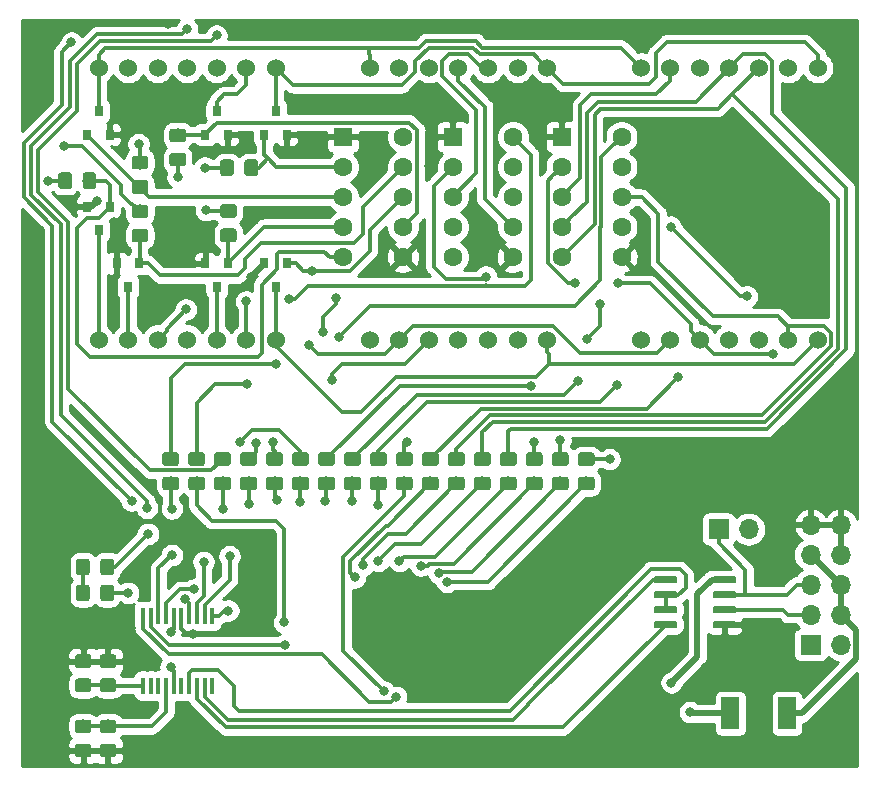
<source format=gbr>
G04 #@! TF.GenerationSoftware,KiCad,Pcbnew,(5.1.4)-1*
G04 #@! TF.CreationDate,2020-06-16T20:45:48+02:00*
G04 #@! TF.ProjectId,8x5matrixDisplay,3878356d-6174-4726-9978-446973706c61,rev?*
G04 #@! TF.SameCoordinates,Original*
G04 #@! TF.FileFunction,Copper,L1,Top*
G04 #@! TF.FilePolarity,Positive*
%FSLAX46Y46*%
G04 Gerber Fmt 4.6, Leading zero omitted, Abs format (unit mm)*
G04 Created by KiCad (PCBNEW (5.1.4)-1) date 2020-06-16 20:45:48*
%MOMM*%
%LPD*%
G04 APERTURE LIST*
%ADD10C,0.100000*%
%ADD11C,1.150000*%
%ADD12C,1.524000*%
%ADD13R,1.700000X1.700000*%
%ADD14O,1.700000X1.700000*%
%ADD15R,0.800000X0.900000*%
%ADD16C,0.600000*%
%ADD17R,0.450000X1.450000*%
%ADD18R,1.600000X1.600000*%
%ADD19C,1.600000*%
%ADD20R,1.500000X2.700000*%
%ADD21C,0.800000*%
%ADD22C,0.500000*%
%ADD23C,0.350000*%
%ADD24C,0.254000*%
G04 APERTURE END LIST*
D10*
G36*
X131874505Y-107401204D02*
G01*
X131898773Y-107404804D01*
X131922572Y-107410765D01*
X131945671Y-107419030D01*
X131967850Y-107429520D01*
X131988893Y-107442132D01*
X132008599Y-107456747D01*
X132026777Y-107473223D01*
X132043253Y-107491401D01*
X132057868Y-107511107D01*
X132070480Y-107532150D01*
X132080970Y-107554329D01*
X132089235Y-107577428D01*
X132095196Y-107601227D01*
X132098796Y-107625495D01*
X132100000Y-107649999D01*
X132100000Y-108300001D01*
X132098796Y-108324505D01*
X132095196Y-108348773D01*
X132089235Y-108372572D01*
X132080970Y-108395671D01*
X132070480Y-108417850D01*
X132057868Y-108438893D01*
X132043253Y-108458599D01*
X132026777Y-108476777D01*
X132008599Y-108493253D01*
X131988893Y-108507868D01*
X131967850Y-108520480D01*
X131945671Y-108530970D01*
X131922572Y-108539235D01*
X131898773Y-108545196D01*
X131874505Y-108548796D01*
X131850001Y-108550000D01*
X130949999Y-108550000D01*
X130925495Y-108548796D01*
X130901227Y-108545196D01*
X130877428Y-108539235D01*
X130854329Y-108530970D01*
X130832150Y-108520480D01*
X130811107Y-108507868D01*
X130791401Y-108493253D01*
X130773223Y-108476777D01*
X130756747Y-108458599D01*
X130742132Y-108438893D01*
X130729520Y-108417850D01*
X130719030Y-108395671D01*
X130710765Y-108372572D01*
X130704804Y-108348773D01*
X130701204Y-108324505D01*
X130700000Y-108300001D01*
X130700000Y-107649999D01*
X130701204Y-107625495D01*
X130704804Y-107601227D01*
X130710765Y-107577428D01*
X130719030Y-107554329D01*
X130729520Y-107532150D01*
X130742132Y-107511107D01*
X130756747Y-107491401D01*
X130773223Y-107473223D01*
X130791401Y-107456747D01*
X130811107Y-107442132D01*
X130832150Y-107429520D01*
X130854329Y-107419030D01*
X130877428Y-107410765D01*
X130901227Y-107404804D01*
X130925495Y-107401204D01*
X130949999Y-107400000D01*
X131850001Y-107400000D01*
X131874505Y-107401204D01*
X131874505Y-107401204D01*
G37*
D11*
X131400000Y-107975000D03*
D10*
G36*
X131874505Y-109451204D02*
G01*
X131898773Y-109454804D01*
X131922572Y-109460765D01*
X131945671Y-109469030D01*
X131967850Y-109479520D01*
X131988893Y-109492132D01*
X132008599Y-109506747D01*
X132026777Y-109523223D01*
X132043253Y-109541401D01*
X132057868Y-109561107D01*
X132070480Y-109582150D01*
X132080970Y-109604329D01*
X132089235Y-109627428D01*
X132095196Y-109651227D01*
X132098796Y-109675495D01*
X132100000Y-109699999D01*
X132100000Y-110350001D01*
X132098796Y-110374505D01*
X132095196Y-110398773D01*
X132089235Y-110422572D01*
X132080970Y-110445671D01*
X132070480Y-110467850D01*
X132057868Y-110488893D01*
X132043253Y-110508599D01*
X132026777Y-110526777D01*
X132008599Y-110543253D01*
X131988893Y-110557868D01*
X131967850Y-110570480D01*
X131945671Y-110580970D01*
X131922572Y-110589235D01*
X131898773Y-110595196D01*
X131874505Y-110598796D01*
X131850001Y-110600000D01*
X130949999Y-110600000D01*
X130925495Y-110598796D01*
X130901227Y-110595196D01*
X130877428Y-110589235D01*
X130854329Y-110580970D01*
X130832150Y-110570480D01*
X130811107Y-110557868D01*
X130791401Y-110543253D01*
X130773223Y-110526777D01*
X130756747Y-110508599D01*
X130742132Y-110488893D01*
X130729520Y-110467850D01*
X130719030Y-110445671D01*
X130710765Y-110422572D01*
X130704804Y-110398773D01*
X130701204Y-110374505D01*
X130700000Y-110350001D01*
X130700000Y-109699999D01*
X130701204Y-109675495D01*
X130704804Y-109651227D01*
X130710765Y-109627428D01*
X130719030Y-109604329D01*
X130729520Y-109582150D01*
X130742132Y-109561107D01*
X130756747Y-109541401D01*
X130773223Y-109523223D01*
X130791401Y-109506747D01*
X130811107Y-109492132D01*
X130832150Y-109479520D01*
X130854329Y-109469030D01*
X130877428Y-109460765D01*
X130901227Y-109454804D01*
X130925495Y-109451204D01*
X130949999Y-109450000D01*
X131850001Y-109450000D01*
X131874505Y-109451204D01*
X131874505Y-109451204D01*
G37*
D11*
X131400000Y-110025000D03*
D10*
G36*
X131874505Y-112926204D02*
G01*
X131898773Y-112929804D01*
X131922572Y-112935765D01*
X131945671Y-112944030D01*
X131967850Y-112954520D01*
X131988893Y-112967132D01*
X132008599Y-112981747D01*
X132026777Y-112998223D01*
X132043253Y-113016401D01*
X132057868Y-113036107D01*
X132070480Y-113057150D01*
X132080970Y-113079329D01*
X132089235Y-113102428D01*
X132095196Y-113126227D01*
X132098796Y-113150495D01*
X132100000Y-113174999D01*
X132100000Y-113825001D01*
X132098796Y-113849505D01*
X132095196Y-113873773D01*
X132089235Y-113897572D01*
X132080970Y-113920671D01*
X132070480Y-113942850D01*
X132057868Y-113963893D01*
X132043253Y-113983599D01*
X132026777Y-114001777D01*
X132008599Y-114018253D01*
X131988893Y-114032868D01*
X131967850Y-114045480D01*
X131945671Y-114055970D01*
X131922572Y-114064235D01*
X131898773Y-114070196D01*
X131874505Y-114073796D01*
X131850001Y-114075000D01*
X130949999Y-114075000D01*
X130925495Y-114073796D01*
X130901227Y-114070196D01*
X130877428Y-114064235D01*
X130854329Y-114055970D01*
X130832150Y-114045480D01*
X130811107Y-114032868D01*
X130791401Y-114018253D01*
X130773223Y-114001777D01*
X130756747Y-113983599D01*
X130742132Y-113963893D01*
X130729520Y-113942850D01*
X130719030Y-113920671D01*
X130710765Y-113897572D01*
X130704804Y-113873773D01*
X130701204Y-113849505D01*
X130700000Y-113825001D01*
X130700000Y-113174999D01*
X130701204Y-113150495D01*
X130704804Y-113126227D01*
X130710765Y-113102428D01*
X130719030Y-113079329D01*
X130729520Y-113057150D01*
X130742132Y-113036107D01*
X130756747Y-113016401D01*
X130773223Y-112998223D01*
X130791401Y-112981747D01*
X130811107Y-112967132D01*
X130832150Y-112954520D01*
X130854329Y-112944030D01*
X130877428Y-112935765D01*
X130901227Y-112929804D01*
X130925495Y-112926204D01*
X130949999Y-112925000D01*
X131850001Y-112925000D01*
X131874505Y-112926204D01*
X131874505Y-112926204D01*
G37*
D11*
X131400000Y-113500000D03*
D10*
G36*
X131874505Y-114976204D02*
G01*
X131898773Y-114979804D01*
X131922572Y-114985765D01*
X131945671Y-114994030D01*
X131967850Y-115004520D01*
X131988893Y-115017132D01*
X132008599Y-115031747D01*
X132026777Y-115048223D01*
X132043253Y-115066401D01*
X132057868Y-115086107D01*
X132070480Y-115107150D01*
X132080970Y-115129329D01*
X132089235Y-115152428D01*
X132095196Y-115176227D01*
X132098796Y-115200495D01*
X132100000Y-115224999D01*
X132100000Y-115875001D01*
X132098796Y-115899505D01*
X132095196Y-115923773D01*
X132089235Y-115947572D01*
X132080970Y-115970671D01*
X132070480Y-115992850D01*
X132057868Y-116013893D01*
X132043253Y-116033599D01*
X132026777Y-116051777D01*
X132008599Y-116068253D01*
X131988893Y-116082868D01*
X131967850Y-116095480D01*
X131945671Y-116105970D01*
X131922572Y-116114235D01*
X131898773Y-116120196D01*
X131874505Y-116123796D01*
X131850001Y-116125000D01*
X130949999Y-116125000D01*
X130925495Y-116123796D01*
X130901227Y-116120196D01*
X130877428Y-116114235D01*
X130854329Y-116105970D01*
X130832150Y-116095480D01*
X130811107Y-116082868D01*
X130791401Y-116068253D01*
X130773223Y-116051777D01*
X130756747Y-116033599D01*
X130742132Y-116013893D01*
X130729520Y-115992850D01*
X130719030Y-115970671D01*
X130710765Y-115947572D01*
X130704804Y-115923773D01*
X130701204Y-115899505D01*
X130700000Y-115875001D01*
X130700000Y-115224999D01*
X130701204Y-115200495D01*
X130704804Y-115176227D01*
X130710765Y-115152428D01*
X130719030Y-115129329D01*
X130729520Y-115107150D01*
X130742132Y-115086107D01*
X130756747Y-115066401D01*
X130773223Y-115048223D01*
X130791401Y-115031747D01*
X130811107Y-115017132D01*
X130832150Y-115004520D01*
X130854329Y-114994030D01*
X130877428Y-114985765D01*
X130901227Y-114979804D01*
X130925495Y-114976204D01*
X130949999Y-114975000D01*
X131850001Y-114975000D01*
X131874505Y-114976204D01*
X131874505Y-114976204D01*
G37*
D11*
X131400000Y-115550000D03*
D10*
G36*
X131674505Y-101501204D02*
G01*
X131698773Y-101504804D01*
X131722572Y-101510765D01*
X131745671Y-101519030D01*
X131767850Y-101529520D01*
X131788893Y-101542132D01*
X131808599Y-101556747D01*
X131826777Y-101573223D01*
X131843253Y-101591401D01*
X131857868Y-101611107D01*
X131870480Y-101632150D01*
X131880970Y-101654329D01*
X131889235Y-101677428D01*
X131895196Y-101701227D01*
X131898796Y-101725495D01*
X131900000Y-101749999D01*
X131900000Y-102650001D01*
X131898796Y-102674505D01*
X131895196Y-102698773D01*
X131889235Y-102722572D01*
X131880970Y-102745671D01*
X131870480Y-102767850D01*
X131857868Y-102788893D01*
X131843253Y-102808599D01*
X131826777Y-102826777D01*
X131808599Y-102843253D01*
X131788893Y-102857868D01*
X131767850Y-102870480D01*
X131745671Y-102880970D01*
X131722572Y-102889235D01*
X131698773Y-102895196D01*
X131674505Y-102898796D01*
X131650001Y-102900000D01*
X130999999Y-102900000D01*
X130975495Y-102898796D01*
X130951227Y-102895196D01*
X130927428Y-102889235D01*
X130904329Y-102880970D01*
X130882150Y-102870480D01*
X130861107Y-102857868D01*
X130841401Y-102843253D01*
X130823223Y-102826777D01*
X130806747Y-102808599D01*
X130792132Y-102788893D01*
X130779520Y-102767850D01*
X130769030Y-102745671D01*
X130760765Y-102722572D01*
X130754804Y-102698773D01*
X130751204Y-102674505D01*
X130750000Y-102650001D01*
X130750000Y-101749999D01*
X130751204Y-101725495D01*
X130754804Y-101701227D01*
X130760765Y-101677428D01*
X130769030Y-101654329D01*
X130779520Y-101632150D01*
X130792132Y-101611107D01*
X130806747Y-101591401D01*
X130823223Y-101573223D01*
X130841401Y-101556747D01*
X130861107Y-101542132D01*
X130882150Y-101529520D01*
X130904329Y-101519030D01*
X130927428Y-101510765D01*
X130951227Y-101504804D01*
X130975495Y-101501204D01*
X130999999Y-101500000D01*
X131650001Y-101500000D01*
X131674505Y-101501204D01*
X131674505Y-101501204D01*
G37*
D11*
X131325000Y-102200000D03*
D10*
G36*
X129624505Y-101501204D02*
G01*
X129648773Y-101504804D01*
X129672572Y-101510765D01*
X129695671Y-101519030D01*
X129717850Y-101529520D01*
X129738893Y-101542132D01*
X129758599Y-101556747D01*
X129776777Y-101573223D01*
X129793253Y-101591401D01*
X129807868Y-101611107D01*
X129820480Y-101632150D01*
X129830970Y-101654329D01*
X129839235Y-101677428D01*
X129845196Y-101701227D01*
X129848796Y-101725495D01*
X129850000Y-101749999D01*
X129850000Y-102650001D01*
X129848796Y-102674505D01*
X129845196Y-102698773D01*
X129839235Y-102722572D01*
X129830970Y-102745671D01*
X129820480Y-102767850D01*
X129807868Y-102788893D01*
X129793253Y-102808599D01*
X129776777Y-102826777D01*
X129758599Y-102843253D01*
X129738893Y-102857868D01*
X129717850Y-102870480D01*
X129695671Y-102880970D01*
X129672572Y-102889235D01*
X129648773Y-102895196D01*
X129624505Y-102898796D01*
X129600001Y-102900000D01*
X128949999Y-102900000D01*
X128925495Y-102898796D01*
X128901227Y-102895196D01*
X128877428Y-102889235D01*
X128854329Y-102880970D01*
X128832150Y-102870480D01*
X128811107Y-102857868D01*
X128791401Y-102843253D01*
X128773223Y-102826777D01*
X128756747Y-102808599D01*
X128742132Y-102788893D01*
X128729520Y-102767850D01*
X128719030Y-102745671D01*
X128710765Y-102722572D01*
X128704804Y-102698773D01*
X128701204Y-102674505D01*
X128700000Y-102650001D01*
X128700000Y-101749999D01*
X128701204Y-101725495D01*
X128704804Y-101701227D01*
X128710765Y-101677428D01*
X128719030Y-101654329D01*
X128729520Y-101632150D01*
X128742132Y-101611107D01*
X128756747Y-101591401D01*
X128773223Y-101573223D01*
X128791401Y-101556747D01*
X128811107Y-101542132D01*
X128832150Y-101529520D01*
X128854329Y-101519030D01*
X128877428Y-101510765D01*
X128901227Y-101504804D01*
X128925495Y-101501204D01*
X128949999Y-101500000D01*
X129600001Y-101500000D01*
X129624505Y-101501204D01*
X129624505Y-101501204D01*
G37*
D11*
X129275000Y-102200000D03*
D12*
X145600000Y-57750000D03*
X143100000Y-57750000D03*
X140600000Y-57750000D03*
X138100000Y-57750000D03*
X135600000Y-57750000D03*
X133100000Y-57750000D03*
X130600000Y-57750000D03*
X130600000Y-80750000D03*
X133100000Y-80750000D03*
X135600000Y-80750000D03*
X138100000Y-80750000D03*
X140600000Y-80750000D03*
X143100000Y-80750000D03*
X145600000Y-80750000D03*
X168575001Y-80750000D03*
X166075001Y-80750000D03*
X163575001Y-80750000D03*
X161075001Y-80750000D03*
X158575001Y-80750000D03*
X156075001Y-80750000D03*
X153575001Y-80750000D03*
X153575001Y-57750000D03*
X156075001Y-57750000D03*
X158575001Y-57750000D03*
X161075001Y-57750000D03*
X163575001Y-57750000D03*
X166075001Y-57750000D03*
X168575001Y-57750000D03*
X191500000Y-57750000D03*
X189000000Y-57750000D03*
X186500000Y-57750000D03*
X184000000Y-57750000D03*
X181500000Y-57750000D03*
X179000000Y-57750000D03*
X176500000Y-57750000D03*
X176500000Y-80750000D03*
X179000000Y-80750000D03*
X181500000Y-80750000D03*
X184000000Y-80750000D03*
X186500000Y-80750000D03*
X189000000Y-80750000D03*
X191500000Y-80750000D03*
D13*
X190900000Y-106600000D03*
D14*
X193440000Y-106600000D03*
X190900000Y-104060000D03*
X193440000Y-104060000D03*
X190900000Y-101520000D03*
X193440000Y-101520000D03*
X190900000Y-98980000D03*
X193440000Y-98980000D03*
X190900000Y-96440000D03*
X193440000Y-96440000D03*
D13*
X183100000Y-96800000D03*
D14*
X185640000Y-96800000D03*
D15*
X133100000Y-76300000D03*
X132150000Y-74300000D03*
X134050000Y-74300000D03*
X146550000Y-74300000D03*
X144650000Y-74300000D03*
X145600000Y-76300000D03*
X130600000Y-71500000D03*
X129650000Y-69500000D03*
X131550000Y-69500000D03*
X141550000Y-74300000D03*
X139650000Y-74300000D03*
X140600000Y-76300000D03*
X144650000Y-63400000D03*
X146550000Y-63400000D03*
X145600000Y-61400000D03*
X130600000Y-61400000D03*
X131550000Y-63400000D03*
X129650000Y-63400000D03*
X139650000Y-63400000D03*
X141550000Y-63400000D03*
X140600000Y-61400000D03*
D10*
G36*
X129774505Y-109451204D02*
G01*
X129798773Y-109454804D01*
X129822572Y-109460765D01*
X129845671Y-109469030D01*
X129867850Y-109479520D01*
X129888893Y-109492132D01*
X129908599Y-109506747D01*
X129926777Y-109523223D01*
X129943253Y-109541401D01*
X129957868Y-109561107D01*
X129970480Y-109582150D01*
X129980970Y-109604329D01*
X129989235Y-109627428D01*
X129995196Y-109651227D01*
X129998796Y-109675495D01*
X130000000Y-109699999D01*
X130000000Y-110350001D01*
X129998796Y-110374505D01*
X129995196Y-110398773D01*
X129989235Y-110422572D01*
X129980970Y-110445671D01*
X129970480Y-110467850D01*
X129957868Y-110488893D01*
X129943253Y-110508599D01*
X129926777Y-110526777D01*
X129908599Y-110543253D01*
X129888893Y-110557868D01*
X129867850Y-110570480D01*
X129845671Y-110580970D01*
X129822572Y-110589235D01*
X129798773Y-110595196D01*
X129774505Y-110598796D01*
X129750001Y-110600000D01*
X128849999Y-110600000D01*
X128825495Y-110598796D01*
X128801227Y-110595196D01*
X128777428Y-110589235D01*
X128754329Y-110580970D01*
X128732150Y-110570480D01*
X128711107Y-110557868D01*
X128691401Y-110543253D01*
X128673223Y-110526777D01*
X128656747Y-110508599D01*
X128642132Y-110488893D01*
X128629520Y-110467850D01*
X128619030Y-110445671D01*
X128610765Y-110422572D01*
X128604804Y-110398773D01*
X128601204Y-110374505D01*
X128600000Y-110350001D01*
X128600000Y-109699999D01*
X128601204Y-109675495D01*
X128604804Y-109651227D01*
X128610765Y-109627428D01*
X128619030Y-109604329D01*
X128629520Y-109582150D01*
X128642132Y-109561107D01*
X128656747Y-109541401D01*
X128673223Y-109523223D01*
X128691401Y-109506747D01*
X128711107Y-109492132D01*
X128732150Y-109479520D01*
X128754329Y-109469030D01*
X128777428Y-109460765D01*
X128801227Y-109454804D01*
X128825495Y-109451204D01*
X128849999Y-109450000D01*
X129750001Y-109450000D01*
X129774505Y-109451204D01*
X129774505Y-109451204D01*
G37*
D11*
X129300000Y-110025000D03*
D10*
G36*
X129774505Y-107401204D02*
G01*
X129798773Y-107404804D01*
X129822572Y-107410765D01*
X129845671Y-107419030D01*
X129867850Y-107429520D01*
X129888893Y-107442132D01*
X129908599Y-107456747D01*
X129926777Y-107473223D01*
X129943253Y-107491401D01*
X129957868Y-107511107D01*
X129970480Y-107532150D01*
X129980970Y-107554329D01*
X129989235Y-107577428D01*
X129995196Y-107601227D01*
X129998796Y-107625495D01*
X130000000Y-107649999D01*
X130000000Y-108300001D01*
X129998796Y-108324505D01*
X129995196Y-108348773D01*
X129989235Y-108372572D01*
X129980970Y-108395671D01*
X129970480Y-108417850D01*
X129957868Y-108438893D01*
X129943253Y-108458599D01*
X129926777Y-108476777D01*
X129908599Y-108493253D01*
X129888893Y-108507868D01*
X129867850Y-108520480D01*
X129845671Y-108530970D01*
X129822572Y-108539235D01*
X129798773Y-108545196D01*
X129774505Y-108548796D01*
X129750001Y-108550000D01*
X128849999Y-108550000D01*
X128825495Y-108548796D01*
X128801227Y-108545196D01*
X128777428Y-108539235D01*
X128754329Y-108530970D01*
X128732150Y-108520480D01*
X128711107Y-108507868D01*
X128691401Y-108493253D01*
X128673223Y-108476777D01*
X128656747Y-108458599D01*
X128642132Y-108438893D01*
X128629520Y-108417850D01*
X128619030Y-108395671D01*
X128610765Y-108372572D01*
X128604804Y-108348773D01*
X128601204Y-108324505D01*
X128600000Y-108300001D01*
X128600000Y-107649999D01*
X128601204Y-107625495D01*
X128604804Y-107601227D01*
X128610765Y-107577428D01*
X128619030Y-107554329D01*
X128629520Y-107532150D01*
X128642132Y-107511107D01*
X128656747Y-107491401D01*
X128673223Y-107473223D01*
X128691401Y-107456747D01*
X128711107Y-107442132D01*
X128732150Y-107429520D01*
X128754329Y-107419030D01*
X128777428Y-107410765D01*
X128801227Y-107404804D01*
X128825495Y-107401204D01*
X128849999Y-107400000D01*
X129750001Y-107400000D01*
X129774505Y-107401204D01*
X129774505Y-107401204D01*
G37*
D11*
X129300000Y-107975000D03*
D10*
G36*
X129774505Y-114976204D02*
G01*
X129798773Y-114979804D01*
X129822572Y-114985765D01*
X129845671Y-114994030D01*
X129867850Y-115004520D01*
X129888893Y-115017132D01*
X129908599Y-115031747D01*
X129926777Y-115048223D01*
X129943253Y-115066401D01*
X129957868Y-115086107D01*
X129970480Y-115107150D01*
X129980970Y-115129329D01*
X129989235Y-115152428D01*
X129995196Y-115176227D01*
X129998796Y-115200495D01*
X130000000Y-115224999D01*
X130000000Y-115875001D01*
X129998796Y-115899505D01*
X129995196Y-115923773D01*
X129989235Y-115947572D01*
X129980970Y-115970671D01*
X129970480Y-115992850D01*
X129957868Y-116013893D01*
X129943253Y-116033599D01*
X129926777Y-116051777D01*
X129908599Y-116068253D01*
X129888893Y-116082868D01*
X129867850Y-116095480D01*
X129845671Y-116105970D01*
X129822572Y-116114235D01*
X129798773Y-116120196D01*
X129774505Y-116123796D01*
X129750001Y-116125000D01*
X128849999Y-116125000D01*
X128825495Y-116123796D01*
X128801227Y-116120196D01*
X128777428Y-116114235D01*
X128754329Y-116105970D01*
X128732150Y-116095480D01*
X128711107Y-116082868D01*
X128691401Y-116068253D01*
X128673223Y-116051777D01*
X128656747Y-116033599D01*
X128642132Y-116013893D01*
X128629520Y-115992850D01*
X128619030Y-115970671D01*
X128610765Y-115947572D01*
X128604804Y-115923773D01*
X128601204Y-115899505D01*
X128600000Y-115875001D01*
X128600000Y-115224999D01*
X128601204Y-115200495D01*
X128604804Y-115176227D01*
X128610765Y-115152428D01*
X128619030Y-115129329D01*
X128629520Y-115107150D01*
X128642132Y-115086107D01*
X128656747Y-115066401D01*
X128673223Y-115048223D01*
X128691401Y-115031747D01*
X128711107Y-115017132D01*
X128732150Y-115004520D01*
X128754329Y-114994030D01*
X128777428Y-114985765D01*
X128801227Y-114979804D01*
X128825495Y-114976204D01*
X128849999Y-114975000D01*
X129750001Y-114975000D01*
X129774505Y-114976204D01*
X129774505Y-114976204D01*
G37*
D11*
X129300000Y-115550000D03*
D10*
G36*
X129774505Y-112926204D02*
G01*
X129798773Y-112929804D01*
X129822572Y-112935765D01*
X129845671Y-112944030D01*
X129867850Y-112954520D01*
X129888893Y-112967132D01*
X129908599Y-112981747D01*
X129926777Y-112998223D01*
X129943253Y-113016401D01*
X129957868Y-113036107D01*
X129970480Y-113057150D01*
X129980970Y-113079329D01*
X129989235Y-113102428D01*
X129995196Y-113126227D01*
X129998796Y-113150495D01*
X130000000Y-113174999D01*
X130000000Y-113825001D01*
X129998796Y-113849505D01*
X129995196Y-113873773D01*
X129989235Y-113897572D01*
X129980970Y-113920671D01*
X129970480Y-113942850D01*
X129957868Y-113963893D01*
X129943253Y-113983599D01*
X129926777Y-114001777D01*
X129908599Y-114018253D01*
X129888893Y-114032868D01*
X129867850Y-114045480D01*
X129845671Y-114055970D01*
X129822572Y-114064235D01*
X129798773Y-114070196D01*
X129774505Y-114073796D01*
X129750001Y-114075000D01*
X128849999Y-114075000D01*
X128825495Y-114073796D01*
X128801227Y-114070196D01*
X128777428Y-114064235D01*
X128754329Y-114055970D01*
X128732150Y-114045480D01*
X128711107Y-114032868D01*
X128691401Y-114018253D01*
X128673223Y-114001777D01*
X128656747Y-113983599D01*
X128642132Y-113963893D01*
X128629520Y-113942850D01*
X128619030Y-113920671D01*
X128610765Y-113897572D01*
X128604804Y-113873773D01*
X128601204Y-113849505D01*
X128600000Y-113825001D01*
X128600000Y-113174999D01*
X128601204Y-113150495D01*
X128604804Y-113126227D01*
X128610765Y-113102428D01*
X128619030Y-113079329D01*
X128629520Y-113057150D01*
X128642132Y-113036107D01*
X128656747Y-113016401D01*
X128673223Y-112998223D01*
X128691401Y-112981747D01*
X128711107Y-112967132D01*
X128732150Y-112954520D01*
X128754329Y-112944030D01*
X128777428Y-112935765D01*
X128801227Y-112929804D01*
X128825495Y-112926204D01*
X128849999Y-112925000D01*
X129750001Y-112925000D01*
X129774505Y-112926204D01*
X129774505Y-112926204D01*
G37*
D11*
X129300000Y-113500000D03*
D10*
G36*
X131674505Y-99301204D02*
G01*
X131698773Y-99304804D01*
X131722572Y-99310765D01*
X131745671Y-99319030D01*
X131767850Y-99329520D01*
X131788893Y-99342132D01*
X131808599Y-99356747D01*
X131826777Y-99373223D01*
X131843253Y-99391401D01*
X131857868Y-99411107D01*
X131870480Y-99432150D01*
X131880970Y-99454329D01*
X131889235Y-99477428D01*
X131895196Y-99501227D01*
X131898796Y-99525495D01*
X131900000Y-99549999D01*
X131900000Y-100450001D01*
X131898796Y-100474505D01*
X131895196Y-100498773D01*
X131889235Y-100522572D01*
X131880970Y-100545671D01*
X131870480Y-100567850D01*
X131857868Y-100588893D01*
X131843253Y-100608599D01*
X131826777Y-100626777D01*
X131808599Y-100643253D01*
X131788893Y-100657868D01*
X131767850Y-100670480D01*
X131745671Y-100680970D01*
X131722572Y-100689235D01*
X131698773Y-100695196D01*
X131674505Y-100698796D01*
X131650001Y-100700000D01*
X130999999Y-100700000D01*
X130975495Y-100698796D01*
X130951227Y-100695196D01*
X130927428Y-100689235D01*
X130904329Y-100680970D01*
X130882150Y-100670480D01*
X130861107Y-100657868D01*
X130841401Y-100643253D01*
X130823223Y-100626777D01*
X130806747Y-100608599D01*
X130792132Y-100588893D01*
X130779520Y-100567850D01*
X130769030Y-100545671D01*
X130760765Y-100522572D01*
X130754804Y-100498773D01*
X130751204Y-100474505D01*
X130750000Y-100450001D01*
X130750000Y-99549999D01*
X130751204Y-99525495D01*
X130754804Y-99501227D01*
X130760765Y-99477428D01*
X130769030Y-99454329D01*
X130779520Y-99432150D01*
X130792132Y-99411107D01*
X130806747Y-99391401D01*
X130823223Y-99373223D01*
X130841401Y-99356747D01*
X130861107Y-99342132D01*
X130882150Y-99329520D01*
X130904329Y-99319030D01*
X130927428Y-99310765D01*
X130951227Y-99304804D01*
X130975495Y-99301204D01*
X130999999Y-99300000D01*
X131650001Y-99300000D01*
X131674505Y-99301204D01*
X131674505Y-99301204D01*
G37*
D11*
X131325000Y-100000000D03*
D10*
G36*
X129624505Y-99301204D02*
G01*
X129648773Y-99304804D01*
X129672572Y-99310765D01*
X129695671Y-99319030D01*
X129717850Y-99329520D01*
X129738893Y-99342132D01*
X129758599Y-99356747D01*
X129776777Y-99373223D01*
X129793253Y-99391401D01*
X129807868Y-99411107D01*
X129820480Y-99432150D01*
X129830970Y-99454329D01*
X129839235Y-99477428D01*
X129845196Y-99501227D01*
X129848796Y-99525495D01*
X129850000Y-99549999D01*
X129850000Y-100450001D01*
X129848796Y-100474505D01*
X129845196Y-100498773D01*
X129839235Y-100522572D01*
X129830970Y-100545671D01*
X129820480Y-100567850D01*
X129807868Y-100588893D01*
X129793253Y-100608599D01*
X129776777Y-100626777D01*
X129758599Y-100643253D01*
X129738893Y-100657868D01*
X129717850Y-100670480D01*
X129695671Y-100680970D01*
X129672572Y-100689235D01*
X129648773Y-100695196D01*
X129624505Y-100698796D01*
X129600001Y-100700000D01*
X128949999Y-100700000D01*
X128925495Y-100698796D01*
X128901227Y-100695196D01*
X128877428Y-100689235D01*
X128854329Y-100680970D01*
X128832150Y-100670480D01*
X128811107Y-100657868D01*
X128791401Y-100643253D01*
X128773223Y-100626777D01*
X128756747Y-100608599D01*
X128742132Y-100588893D01*
X128729520Y-100567850D01*
X128719030Y-100545671D01*
X128710765Y-100522572D01*
X128704804Y-100498773D01*
X128701204Y-100474505D01*
X128700000Y-100450001D01*
X128700000Y-99549999D01*
X128701204Y-99525495D01*
X128704804Y-99501227D01*
X128710765Y-99477428D01*
X128719030Y-99454329D01*
X128729520Y-99432150D01*
X128742132Y-99411107D01*
X128756747Y-99391401D01*
X128773223Y-99373223D01*
X128791401Y-99356747D01*
X128811107Y-99342132D01*
X128832150Y-99329520D01*
X128854329Y-99319030D01*
X128877428Y-99310765D01*
X128901227Y-99304804D01*
X128925495Y-99301204D01*
X128949999Y-99300000D01*
X129600001Y-99300000D01*
X129624505Y-99301204D01*
X129624505Y-99301204D01*
G37*
D11*
X129275000Y-100000000D03*
D10*
G36*
X137174505Y-90301204D02*
G01*
X137198773Y-90304804D01*
X137222572Y-90310765D01*
X137245671Y-90319030D01*
X137267850Y-90329520D01*
X137288893Y-90342132D01*
X137308599Y-90356747D01*
X137326777Y-90373223D01*
X137343253Y-90391401D01*
X137357868Y-90411107D01*
X137370480Y-90432150D01*
X137380970Y-90454329D01*
X137389235Y-90477428D01*
X137395196Y-90501227D01*
X137398796Y-90525495D01*
X137400000Y-90549999D01*
X137400000Y-91200001D01*
X137398796Y-91224505D01*
X137395196Y-91248773D01*
X137389235Y-91272572D01*
X137380970Y-91295671D01*
X137370480Y-91317850D01*
X137357868Y-91338893D01*
X137343253Y-91358599D01*
X137326777Y-91376777D01*
X137308599Y-91393253D01*
X137288893Y-91407868D01*
X137267850Y-91420480D01*
X137245671Y-91430970D01*
X137222572Y-91439235D01*
X137198773Y-91445196D01*
X137174505Y-91448796D01*
X137150001Y-91450000D01*
X136249999Y-91450000D01*
X136225495Y-91448796D01*
X136201227Y-91445196D01*
X136177428Y-91439235D01*
X136154329Y-91430970D01*
X136132150Y-91420480D01*
X136111107Y-91407868D01*
X136091401Y-91393253D01*
X136073223Y-91376777D01*
X136056747Y-91358599D01*
X136042132Y-91338893D01*
X136029520Y-91317850D01*
X136019030Y-91295671D01*
X136010765Y-91272572D01*
X136004804Y-91248773D01*
X136001204Y-91224505D01*
X136000000Y-91200001D01*
X136000000Y-90549999D01*
X136001204Y-90525495D01*
X136004804Y-90501227D01*
X136010765Y-90477428D01*
X136019030Y-90454329D01*
X136029520Y-90432150D01*
X136042132Y-90411107D01*
X136056747Y-90391401D01*
X136073223Y-90373223D01*
X136091401Y-90356747D01*
X136111107Y-90342132D01*
X136132150Y-90329520D01*
X136154329Y-90319030D01*
X136177428Y-90310765D01*
X136201227Y-90304804D01*
X136225495Y-90301204D01*
X136249999Y-90300000D01*
X137150001Y-90300000D01*
X137174505Y-90301204D01*
X137174505Y-90301204D01*
G37*
D11*
X136700000Y-90875000D03*
D10*
G36*
X137174505Y-92351204D02*
G01*
X137198773Y-92354804D01*
X137222572Y-92360765D01*
X137245671Y-92369030D01*
X137267850Y-92379520D01*
X137288893Y-92392132D01*
X137308599Y-92406747D01*
X137326777Y-92423223D01*
X137343253Y-92441401D01*
X137357868Y-92461107D01*
X137370480Y-92482150D01*
X137380970Y-92504329D01*
X137389235Y-92527428D01*
X137395196Y-92551227D01*
X137398796Y-92575495D01*
X137400000Y-92599999D01*
X137400000Y-93250001D01*
X137398796Y-93274505D01*
X137395196Y-93298773D01*
X137389235Y-93322572D01*
X137380970Y-93345671D01*
X137370480Y-93367850D01*
X137357868Y-93388893D01*
X137343253Y-93408599D01*
X137326777Y-93426777D01*
X137308599Y-93443253D01*
X137288893Y-93457868D01*
X137267850Y-93470480D01*
X137245671Y-93480970D01*
X137222572Y-93489235D01*
X137198773Y-93495196D01*
X137174505Y-93498796D01*
X137150001Y-93500000D01*
X136249999Y-93500000D01*
X136225495Y-93498796D01*
X136201227Y-93495196D01*
X136177428Y-93489235D01*
X136154329Y-93480970D01*
X136132150Y-93470480D01*
X136111107Y-93457868D01*
X136091401Y-93443253D01*
X136073223Y-93426777D01*
X136056747Y-93408599D01*
X136042132Y-93388893D01*
X136029520Y-93367850D01*
X136019030Y-93345671D01*
X136010765Y-93322572D01*
X136004804Y-93298773D01*
X136001204Y-93274505D01*
X136000000Y-93250001D01*
X136000000Y-92599999D01*
X136001204Y-92575495D01*
X136004804Y-92551227D01*
X136010765Y-92527428D01*
X136019030Y-92504329D01*
X136029520Y-92482150D01*
X136042132Y-92461107D01*
X136056747Y-92441401D01*
X136073223Y-92423223D01*
X136091401Y-92406747D01*
X136111107Y-92392132D01*
X136132150Y-92379520D01*
X136154329Y-92369030D01*
X136177428Y-92360765D01*
X136201227Y-92354804D01*
X136225495Y-92351204D01*
X136249999Y-92350000D01*
X137150001Y-92350000D01*
X137174505Y-92351204D01*
X137174505Y-92351204D01*
G37*
D11*
X136700000Y-92925000D03*
D10*
G36*
X134574505Y-69326204D02*
G01*
X134598773Y-69329804D01*
X134622572Y-69335765D01*
X134645671Y-69344030D01*
X134667850Y-69354520D01*
X134688893Y-69367132D01*
X134708599Y-69381747D01*
X134726777Y-69398223D01*
X134743253Y-69416401D01*
X134757868Y-69436107D01*
X134770480Y-69457150D01*
X134780970Y-69479329D01*
X134789235Y-69502428D01*
X134795196Y-69526227D01*
X134798796Y-69550495D01*
X134800000Y-69574999D01*
X134800000Y-70225001D01*
X134798796Y-70249505D01*
X134795196Y-70273773D01*
X134789235Y-70297572D01*
X134780970Y-70320671D01*
X134770480Y-70342850D01*
X134757868Y-70363893D01*
X134743253Y-70383599D01*
X134726777Y-70401777D01*
X134708599Y-70418253D01*
X134688893Y-70432868D01*
X134667850Y-70445480D01*
X134645671Y-70455970D01*
X134622572Y-70464235D01*
X134598773Y-70470196D01*
X134574505Y-70473796D01*
X134550001Y-70475000D01*
X133649999Y-70475000D01*
X133625495Y-70473796D01*
X133601227Y-70470196D01*
X133577428Y-70464235D01*
X133554329Y-70455970D01*
X133532150Y-70445480D01*
X133511107Y-70432868D01*
X133491401Y-70418253D01*
X133473223Y-70401777D01*
X133456747Y-70383599D01*
X133442132Y-70363893D01*
X133429520Y-70342850D01*
X133419030Y-70320671D01*
X133410765Y-70297572D01*
X133404804Y-70273773D01*
X133401204Y-70249505D01*
X133400000Y-70225001D01*
X133400000Y-69574999D01*
X133401204Y-69550495D01*
X133404804Y-69526227D01*
X133410765Y-69502428D01*
X133419030Y-69479329D01*
X133429520Y-69457150D01*
X133442132Y-69436107D01*
X133456747Y-69416401D01*
X133473223Y-69398223D01*
X133491401Y-69381747D01*
X133511107Y-69367132D01*
X133532150Y-69354520D01*
X133554329Y-69344030D01*
X133577428Y-69335765D01*
X133601227Y-69329804D01*
X133625495Y-69326204D01*
X133649999Y-69325000D01*
X134550001Y-69325000D01*
X134574505Y-69326204D01*
X134574505Y-69326204D01*
G37*
D11*
X134100000Y-69900000D03*
D10*
G36*
X134574505Y-71376204D02*
G01*
X134598773Y-71379804D01*
X134622572Y-71385765D01*
X134645671Y-71394030D01*
X134667850Y-71404520D01*
X134688893Y-71417132D01*
X134708599Y-71431747D01*
X134726777Y-71448223D01*
X134743253Y-71466401D01*
X134757868Y-71486107D01*
X134770480Y-71507150D01*
X134780970Y-71529329D01*
X134789235Y-71552428D01*
X134795196Y-71576227D01*
X134798796Y-71600495D01*
X134800000Y-71624999D01*
X134800000Y-72275001D01*
X134798796Y-72299505D01*
X134795196Y-72323773D01*
X134789235Y-72347572D01*
X134780970Y-72370671D01*
X134770480Y-72392850D01*
X134757868Y-72413893D01*
X134743253Y-72433599D01*
X134726777Y-72451777D01*
X134708599Y-72468253D01*
X134688893Y-72482868D01*
X134667850Y-72495480D01*
X134645671Y-72505970D01*
X134622572Y-72514235D01*
X134598773Y-72520196D01*
X134574505Y-72523796D01*
X134550001Y-72525000D01*
X133649999Y-72525000D01*
X133625495Y-72523796D01*
X133601227Y-72520196D01*
X133577428Y-72514235D01*
X133554329Y-72505970D01*
X133532150Y-72495480D01*
X133511107Y-72482868D01*
X133491401Y-72468253D01*
X133473223Y-72451777D01*
X133456747Y-72433599D01*
X133442132Y-72413893D01*
X133429520Y-72392850D01*
X133419030Y-72370671D01*
X133410765Y-72347572D01*
X133404804Y-72323773D01*
X133401204Y-72299505D01*
X133400000Y-72275001D01*
X133400000Y-71624999D01*
X133401204Y-71600495D01*
X133404804Y-71576227D01*
X133410765Y-71552428D01*
X133419030Y-71529329D01*
X133429520Y-71507150D01*
X133442132Y-71486107D01*
X133456747Y-71466401D01*
X133473223Y-71448223D01*
X133491401Y-71431747D01*
X133511107Y-71417132D01*
X133532150Y-71404520D01*
X133554329Y-71394030D01*
X133577428Y-71385765D01*
X133601227Y-71379804D01*
X133625495Y-71376204D01*
X133649999Y-71375000D01*
X134550001Y-71375000D01*
X134574505Y-71376204D01*
X134574505Y-71376204D01*
G37*
D11*
X134100000Y-71950000D03*
D10*
G36*
X128124505Y-66601204D02*
G01*
X128148773Y-66604804D01*
X128172572Y-66610765D01*
X128195671Y-66619030D01*
X128217850Y-66629520D01*
X128238893Y-66642132D01*
X128258599Y-66656747D01*
X128276777Y-66673223D01*
X128293253Y-66691401D01*
X128307868Y-66711107D01*
X128320480Y-66732150D01*
X128330970Y-66754329D01*
X128339235Y-66777428D01*
X128345196Y-66801227D01*
X128348796Y-66825495D01*
X128350000Y-66849999D01*
X128350000Y-67750001D01*
X128348796Y-67774505D01*
X128345196Y-67798773D01*
X128339235Y-67822572D01*
X128330970Y-67845671D01*
X128320480Y-67867850D01*
X128307868Y-67888893D01*
X128293253Y-67908599D01*
X128276777Y-67926777D01*
X128258599Y-67943253D01*
X128238893Y-67957868D01*
X128217850Y-67970480D01*
X128195671Y-67980970D01*
X128172572Y-67989235D01*
X128148773Y-67995196D01*
X128124505Y-67998796D01*
X128100001Y-68000000D01*
X127449999Y-68000000D01*
X127425495Y-67998796D01*
X127401227Y-67995196D01*
X127377428Y-67989235D01*
X127354329Y-67980970D01*
X127332150Y-67970480D01*
X127311107Y-67957868D01*
X127291401Y-67943253D01*
X127273223Y-67926777D01*
X127256747Y-67908599D01*
X127242132Y-67888893D01*
X127229520Y-67867850D01*
X127219030Y-67845671D01*
X127210765Y-67822572D01*
X127204804Y-67798773D01*
X127201204Y-67774505D01*
X127200000Y-67750001D01*
X127200000Y-66849999D01*
X127201204Y-66825495D01*
X127204804Y-66801227D01*
X127210765Y-66777428D01*
X127219030Y-66754329D01*
X127229520Y-66732150D01*
X127242132Y-66711107D01*
X127256747Y-66691401D01*
X127273223Y-66673223D01*
X127291401Y-66656747D01*
X127311107Y-66642132D01*
X127332150Y-66629520D01*
X127354329Y-66619030D01*
X127377428Y-66610765D01*
X127401227Y-66604804D01*
X127425495Y-66601204D01*
X127449999Y-66600000D01*
X128100001Y-66600000D01*
X128124505Y-66601204D01*
X128124505Y-66601204D01*
G37*
D11*
X127775000Y-67300000D03*
D10*
G36*
X130174505Y-66601204D02*
G01*
X130198773Y-66604804D01*
X130222572Y-66610765D01*
X130245671Y-66619030D01*
X130267850Y-66629520D01*
X130288893Y-66642132D01*
X130308599Y-66656747D01*
X130326777Y-66673223D01*
X130343253Y-66691401D01*
X130357868Y-66711107D01*
X130370480Y-66732150D01*
X130380970Y-66754329D01*
X130389235Y-66777428D01*
X130395196Y-66801227D01*
X130398796Y-66825495D01*
X130400000Y-66849999D01*
X130400000Y-67750001D01*
X130398796Y-67774505D01*
X130395196Y-67798773D01*
X130389235Y-67822572D01*
X130380970Y-67845671D01*
X130370480Y-67867850D01*
X130357868Y-67888893D01*
X130343253Y-67908599D01*
X130326777Y-67926777D01*
X130308599Y-67943253D01*
X130288893Y-67957868D01*
X130267850Y-67970480D01*
X130245671Y-67980970D01*
X130222572Y-67989235D01*
X130198773Y-67995196D01*
X130174505Y-67998796D01*
X130150001Y-68000000D01*
X129499999Y-68000000D01*
X129475495Y-67998796D01*
X129451227Y-67995196D01*
X129427428Y-67989235D01*
X129404329Y-67980970D01*
X129382150Y-67970480D01*
X129361107Y-67957868D01*
X129341401Y-67943253D01*
X129323223Y-67926777D01*
X129306747Y-67908599D01*
X129292132Y-67888893D01*
X129279520Y-67867850D01*
X129269030Y-67845671D01*
X129260765Y-67822572D01*
X129254804Y-67798773D01*
X129251204Y-67774505D01*
X129250000Y-67750001D01*
X129250000Y-66849999D01*
X129251204Y-66825495D01*
X129254804Y-66801227D01*
X129260765Y-66777428D01*
X129269030Y-66754329D01*
X129279520Y-66732150D01*
X129292132Y-66711107D01*
X129306747Y-66691401D01*
X129323223Y-66673223D01*
X129341401Y-66656747D01*
X129361107Y-66642132D01*
X129382150Y-66629520D01*
X129404329Y-66619030D01*
X129427428Y-66610765D01*
X129451227Y-66604804D01*
X129475495Y-66601204D01*
X129499999Y-66600000D01*
X130150001Y-66600000D01*
X130174505Y-66601204D01*
X130174505Y-66601204D01*
G37*
D11*
X129825000Y-67300000D03*
D10*
G36*
X142074505Y-71351204D02*
G01*
X142098773Y-71354804D01*
X142122572Y-71360765D01*
X142145671Y-71369030D01*
X142167850Y-71379520D01*
X142188893Y-71392132D01*
X142208599Y-71406747D01*
X142226777Y-71423223D01*
X142243253Y-71441401D01*
X142257868Y-71461107D01*
X142270480Y-71482150D01*
X142280970Y-71504329D01*
X142289235Y-71527428D01*
X142295196Y-71551227D01*
X142298796Y-71575495D01*
X142300000Y-71599999D01*
X142300000Y-72250001D01*
X142298796Y-72274505D01*
X142295196Y-72298773D01*
X142289235Y-72322572D01*
X142280970Y-72345671D01*
X142270480Y-72367850D01*
X142257868Y-72388893D01*
X142243253Y-72408599D01*
X142226777Y-72426777D01*
X142208599Y-72443253D01*
X142188893Y-72457868D01*
X142167850Y-72470480D01*
X142145671Y-72480970D01*
X142122572Y-72489235D01*
X142098773Y-72495196D01*
X142074505Y-72498796D01*
X142050001Y-72500000D01*
X141149999Y-72500000D01*
X141125495Y-72498796D01*
X141101227Y-72495196D01*
X141077428Y-72489235D01*
X141054329Y-72480970D01*
X141032150Y-72470480D01*
X141011107Y-72457868D01*
X140991401Y-72443253D01*
X140973223Y-72426777D01*
X140956747Y-72408599D01*
X140942132Y-72388893D01*
X140929520Y-72367850D01*
X140919030Y-72345671D01*
X140910765Y-72322572D01*
X140904804Y-72298773D01*
X140901204Y-72274505D01*
X140900000Y-72250001D01*
X140900000Y-71599999D01*
X140901204Y-71575495D01*
X140904804Y-71551227D01*
X140910765Y-71527428D01*
X140919030Y-71504329D01*
X140929520Y-71482150D01*
X140942132Y-71461107D01*
X140956747Y-71441401D01*
X140973223Y-71423223D01*
X140991401Y-71406747D01*
X141011107Y-71392132D01*
X141032150Y-71379520D01*
X141054329Y-71369030D01*
X141077428Y-71360765D01*
X141101227Y-71354804D01*
X141125495Y-71351204D01*
X141149999Y-71350000D01*
X142050001Y-71350000D01*
X142074505Y-71351204D01*
X142074505Y-71351204D01*
G37*
D11*
X141600000Y-71925000D03*
D10*
G36*
X142074505Y-69301204D02*
G01*
X142098773Y-69304804D01*
X142122572Y-69310765D01*
X142145671Y-69319030D01*
X142167850Y-69329520D01*
X142188893Y-69342132D01*
X142208599Y-69356747D01*
X142226777Y-69373223D01*
X142243253Y-69391401D01*
X142257868Y-69411107D01*
X142270480Y-69432150D01*
X142280970Y-69454329D01*
X142289235Y-69477428D01*
X142295196Y-69501227D01*
X142298796Y-69525495D01*
X142300000Y-69549999D01*
X142300000Y-70200001D01*
X142298796Y-70224505D01*
X142295196Y-70248773D01*
X142289235Y-70272572D01*
X142280970Y-70295671D01*
X142270480Y-70317850D01*
X142257868Y-70338893D01*
X142243253Y-70358599D01*
X142226777Y-70376777D01*
X142208599Y-70393253D01*
X142188893Y-70407868D01*
X142167850Y-70420480D01*
X142145671Y-70430970D01*
X142122572Y-70439235D01*
X142098773Y-70445196D01*
X142074505Y-70448796D01*
X142050001Y-70450000D01*
X141149999Y-70450000D01*
X141125495Y-70448796D01*
X141101227Y-70445196D01*
X141077428Y-70439235D01*
X141054329Y-70430970D01*
X141032150Y-70420480D01*
X141011107Y-70407868D01*
X140991401Y-70393253D01*
X140973223Y-70376777D01*
X140956747Y-70358599D01*
X140942132Y-70338893D01*
X140929520Y-70317850D01*
X140919030Y-70295671D01*
X140910765Y-70272572D01*
X140904804Y-70248773D01*
X140901204Y-70224505D01*
X140900000Y-70200001D01*
X140900000Y-69549999D01*
X140901204Y-69525495D01*
X140904804Y-69501227D01*
X140910765Y-69477428D01*
X140919030Y-69454329D01*
X140929520Y-69432150D01*
X140942132Y-69411107D01*
X140956747Y-69391401D01*
X140973223Y-69373223D01*
X140991401Y-69356747D01*
X141011107Y-69342132D01*
X141032150Y-69329520D01*
X141054329Y-69319030D01*
X141077428Y-69310765D01*
X141101227Y-69304804D01*
X141125495Y-69301204D01*
X141149999Y-69300000D01*
X142050001Y-69300000D01*
X142074505Y-69301204D01*
X142074505Y-69301204D01*
G37*
D11*
X141600000Y-69875000D03*
D10*
G36*
X141824505Y-65501204D02*
G01*
X141848773Y-65504804D01*
X141872572Y-65510765D01*
X141895671Y-65519030D01*
X141917850Y-65529520D01*
X141938893Y-65542132D01*
X141958599Y-65556747D01*
X141976777Y-65573223D01*
X141993253Y-65591401D01*
X142007868Y-65611107D01*
X142020480Y-65632150D01*
X142030970Y-65654329D01*
X142039235Y-65677428D01*
X142045196Y-65701227D01*
X142048796Y-65725495D01*
X142050000Y-65749999D01*
X142050000Y-66650001D01*
X142048796Y-66674505D01*
X142045196Y-66698773D01*
X142039235Y-66722572D01*
X142030970Y-66745671D01*
X142020480Y-66767850D01*
X142007868Y-66788893D01*
X141993253Y-66808599D01*
X141976777Y-66826777D01*
X141958599Y-66843253D01*
X141938893Y-66857868D01*
X141917850Y-66870480D01*
X141895671Y-66880970D01*
X141872572Y-66889235D01*
X141848773Y-66895196D01*
X141824505Y-66898796D01*
X141800001Y-66900000D01*
X141149999Y-66900000D01*
X141125495Y-66898796D01*
X141101227Y-66895196D01*
X141077428Y-66889235D01*
X141054329Y-66880970D01*
X141032150Y-66870480D01*
X141011107Y-66857868D01*
X140991401Y-66843253D01*
X140973223Y-66826777D01*
X140956747Y-66808599D01*
X140942132Y-66788893D01*
X140929520Y-66767850D01*
X140919030Y-66745671D01*
X140910765Y-66722572D01*
X140904804Y-66698773D01*
X140901204Y-66674505D01*
X140900000Y-66650001D01*
X140900000Y-65749999D01*
X140901204Y-65725495D01*
X140904804Y-65701227D01*
X140910765Y-65677428D01*
X140919030Y-65654329D01*
X140929520Y-65632150D01*
X140942132Y-65611107D01*
X140956747Y-65591401D01*
X140973223Y-65573223D01*
X140991401Y-65556747D01*
X141011107Y-65542132D01*
X141032150Y-65529520D01*
X141054329Y-65519030D01*
X141077428Y-65510765D01*
X141101227Y-65504804D01*
X141125495Y-65501204D01*
X141149999Y-65500000D01*
X141800001Y-65500000D01*
X141824505Y-65501204D01*
X141824505Y-65501204D01*
G37*
D11*
X141475000Y-66200000D03*
D10*
G36*
X143874505Y-65501204D02*
G01*
X143898773Y-65504804D01*
X143922572Y-65510765D01*
X143945671Y-65519030D01*
X143967850Y-65529520D01*
X143988893Y-65542132D01*
X144008599Y-65556747D01*
X144026777Y-65573223D01*
X144043253Y-65591401D01*
X144057868Y-65611107D01*
X144070480Y-65632150D01*
X144080970Y-65654329D01*
X144089235Y-65677428D01*
X144095196Y-65701227D01*
X144098796Y-65725495D01*
X144100000Y-65749999D01*
X144100000Y-66650001D01*
X144098796Y-66674505D01*
X144095196Y-66698773D01*
X144089235Y-66722572D01*
X144080970Y-66745671D01*
X144070480Y-66767850D01*
X144057868Y-66788893D01*
X144043253Y-66808599D01*
X144026777Y-66826777D01*
X144008599Y-66843253D01*
X143988893Y-66857868D01*
X143967850Y-66870480D01*
X143945671Y-66880970D01*
X143922572Y-66889235D01*
X143898773Y-66895196D01*
X143874505Y-66898796D01*
X143850001Y-66900000D01*
X143199999Y-66900000D01*
X143175495Y-66898796D01*
X143151227Y-66895196D01*
X143127428Y-66889235D01*
X143104329Y-66880970D01*
X143082150Y-66870480D01*
X143061107Y-66857868D01*
X143041401Y-66843253D01*
X143023223Y-66826777D01*
X143006747Y-66808599D01*
X142992132Y-66788893D01*
X142979520Y-66767850D01*
X142969030Y-66745671D01*
X142960765Y-66722572D01*
X142954804Y-66698773D01*
X142951204Y-66674505D01*
X142950000Y-66650001D01*
X142950000Y-65749999D01*
X142951204Y-65725495D01*
X142954804Y-65701227D01*
X142960765Y-65677428D01*
X142969030Y-65654329D01*
X142979520Y-65632150D01*
X142992132Y-65611107D01*
X143006747Y-65591401D01*
X143023223Y-65573223D01*
X143041401Y-65556747D01*
X143061107Y-65542132D01*
X143082150Y-65529520D01*
X143104329Y-65519030D01*
X143127428Y-65510765D01*
X143151227Y-65504804D01*
X143175495Y-65501204D01*
X143199999Y-65500000D01*
X143850001Y-65500000D01*
X143874505Y-65501204D01*
X143874505Y-65501204D01*
G37*
D11*
X143525000Y-66200000D03*
D10*
G36*
X134574505Y-67251204D02*
G01*
X134598773Y-67254804D01*
X134622572Y-67260765D01*
X134645671Y-67269030D01*
X134667850Y-67279520D01*
X134688893Y-67292132D01*
X134708599Y-67306747D01*
X134726777Y-67323223D01*
X134743253Y-67341401D01*
X134757868Y-67361107D01*
X134770480Y-67382150D01*
X134780970Y-67404329D01*
X134789235Y-67427428D01*
X134795196Y-67451227D01*
X134798796Y-67475495D01*
X134800000Y-67499999D01*
X134800000Y-68150001D01*
X134798796Y-68174505D01*
X134795196Y-68198773D01*
X134789235Y-68222572D01*
X134780970Y-68245671D01*
X134770480Y-68267850D01*
X134757868Y-68288893D01*
X134743253Y-68308599D01*
X134726777Y-68326777D01*
X134708599Y-68343253D01*
X134688893Y-68357868D01*
X134667850Y-68370480D01*
X134645671Y-68380970D01*
X134622572Y-68389235D01*
X134598773Y-68395196D01*
X134574505Y-68398796D01*
X134550001Y-68400000D01*
X133649999Y-68400000D01*
X133625495Y-68398796D01*
X133601227Y-68395196D01*
X133577428Y-68389235D01*
X133554329Y-68380970D01*
X133532150Y-68370480D01*
X133511107Y-68357868D01*
X133491401Y-68343253D01*
X133473223Y-68326777D01*
X133456747Y-68308599D01*
X133442132Y-68288893D01*
X133429520Y-68267850D01*
X133419030Y-68245671D01*
X133410765Y-68222572D01*
X133404804Y-68198773D01*
X133401204Y-68174505D01*
X133400000Y-68150001D01*
X133400000Y-67499999D01*
X133401204Y-67475495D01*
X133404804Y-67451227D01*
X133410765Y-67427428D01*
X133419030Y-67404329D01*
X133429520Y-67382150D01*
X133442132Y-67361107D01*
X133456747Y-67341401D01*
X133473223Y-67323223D01*
X133491401Y-67306747D01*
X133511107Y-67292132D01*
X133532150Y-67279520D01*
X133554329Y-67269030D01*
X133577428Y-67260765D01*
X133601227Y-67254804D01*
X133625495Y-67251204D01*
X133649999Y-67250000D01*
X134550001Y-67250000D01*
X134574505Y-67251204D01*
X134574505Y-67251204D01*
G37*
D11*
X134100000Y-67825000D03*
D10*
G36*
X134574505Y-65201204D02*
G01*
X134598773Y-65204804D01*
X134622572Y-65210765D01*
X134645671Y-65219030D01*
X134667850Y-65229520D01*
X134688893Y-65242132D01*
X134708599Y-65256747D01*
X134726777Y-65273223D01*
X134743253Y-65291401D01*
X134757868Y-65311107D01*
X134770480Y-65332150D01*
X134780970Y-65354329D01*
X134789235Y-65377428D01*
X134795196Y-65401227D01*
X134798796Y-65425495D01*
X134800000Y-65449999D01*
X134800000Y-66100001D01*
X134798796Y-66124505D01*
X134795196Y-66148773D01*
X134789235Y-66172572D01*
X134780970Y-66195671D01*
X134770480Y-66217850D01*
X134757868Y-66238893D01*
X134743253Y-66258599D01*
X134726777Y-66276777D01*
X134708599Y-66293253D01*
X134688893Y-66307868D01*
X134667850Y-66320480D01*
X134645671Y-66330970D01*
X134622572Y-66339235D01*
X134598773Y-66345196D01*
X134574505Y-66348796D01*
X134550001Y-66350000D01*
X133649999Y-66350000D01*
X133625495Y-66348796D01*
X133601227Y-66345196D01*
X133577428Y-66339235D01*
X133554329Y-66330970D01*
X133532150Y-66320480D01*
X133511107Y-66307868D01*
X133491401Y-66293253D01*
X133473223Y-66276777D01*
X133456747Y-66258599D01*
X133442132Y-66238893D01*
X133429520Y-66217850D01*
X133419030Y-66195671D01*
X133410765Y-66172572D01*
X133404804Y-66148773D01*
X133401204Y-66124505D01*
X133400000Y-66100001D01*
X133400000Y-65449999D01*
X133401204Y-65425495D01*
X133404804Y-65401227D01*
X133410765Y-65377428D01*
X133419030Y-65354329D01*
X133429520Y-65332150D01*
X133442132Y-65311107D01*
X133456747Y-65291401D01*
X133473223Y-65273223D01*
X133491401Y-65256747D01*
X133511107Y-65242132D01*
X133532150Y-65229520D01*
X133554329Y-65219030D01*
X133577428Y-65210765D01*
X133601227Y-65204804D01*
X133625495Y-65201204D01*
X133649999Y-65200000D01*
X134550001Y-65200000D01*
X134574505Y-65201204D01*
X134574505Y-65201204D01*
G37*
D11*
X134100000Y-65775000D03*
D10*
G36*
X137774505Y-64951204D02*
G01*
X137798773Y-64954804D01*
X137822572Y-64960765D01*
X137845671Y-64969030D01*
X137867850Y-64979520D01*
X137888893Y-64992132D01*
X137908599Y-65006747D01*
X137926777Y-65023223D01*
X137943253Y-65041401D01*
X137957868Y-65061107D01*
X137970480Y-65082150D01*
X137980970Y-65104329D01*
X137989235Y-65127428D01*
X137995196Y-65151227D01*
X137998796Y-65175495D01*
X138000000Y-65199999D01*
X138000000Y-65850001D01*
X137998796Y-65874505D01*
X137995196Y-65898773D01*
X137989235Y-65922572D01*
X137980970Y-65945671D01*
X137970480Y-65967850D01*
X137957868Y-65988893D01*
X137943253Y-66008599D01*
X137926777Y-66026777D01*
X137908599Y-66043253D01*
X137888893Y-66057868D01*
X137867850Y-66070480D01*
X137845671Y-66080970D01*
X137822572Y-66089235D01*
X137798773Y-66095196D01*
X137774505Y-66098796D01*
X137750001Y-66100000D01*
X136849999Y-66100000D01*
X136825495Y-66098796D01*
X136801227Y-66095196D01*
X136777428Y-66089235D01*
X136754329Y-66080970D01*
X136732150Y-66070480D01*
X136711107Y-66057868D01*
X136691401Y-66043253D01*
X136673223Y-66026777D01*
X136656747Y-66008599D01*
X136642132Y-65988893D01*
X136629520Y-65967850D01*
X136619030Y-65945671D01*
X136610765Y-65922572D01*
X136604804Y-65898773D01*
X136601204Y-65874505D01*
X136600000Y-65850001D01*
X136600000Y-65199999D01*
X136601204Y-65175495D01*
X136604804Y-65151227D01*
X136610765Y-65127428D01*
X136619030Y-65104329D01*
X136629520Y-65082150D01*
X136642132Y-65061107D01*
X136656747Y-65041401D01*
X136673223Y-65023223D01*
X136691401Y-65006747D01*
X136711107Y-64992132D01*
X136732150Y-64979520D01*
X136754329Y-64969030D01*
X136777428Y-64960765D01*
X136801227Y-64954804D01*
X136825495Y-64951204D01*
X136849999Y-64950000D01*
X137750001Y-64950000D01*
X137774505Y-64951204D01*
X137774505Y-64951204D01*
G37*
D11*
X137300000Y-65525000D03*
D10*
G36*
X137774505Y-62901204D02*
G01*
X137798773Y-62904804D01*
X137822572Y-62910765D01*
X137845671Y-62919030D01*
X137867850Y-62929520D01*
X137888893Y-62942132D01*
X137908599Y-62956747D01*
X137926777Y-62973223D01*
X137943253Y-62991401D01*
X137957868Y-63011107D01*
X137970480Y-63032150D01*
X137980970Y-63054329D01*
X137989235Y-63077428D01*
X137995196Y-63101227D01*
X137998796Y-63125495D01*
X138000000Y-63149999D01*
X138000000Y-63800001D01*
X137998796Y-63824505D01*
X137995196Y-63848773D01*
X137989235Y-63872572D01*
X137980970Y-63895671D01*
X137970480Y-63917850D01*
X137957868Y-63938893D01*
X137943253Y-63958599D01*
X137926777Y-63976777D01*
X137908599Y-63993253D01*
X137888893Y-64007868D01*
X137867850Y-64020480D01*
X137845671Y-64030970D01*
X137822572Y-64039235D01*
X137798773Y-64045196D01*
X137774505Y-64048796D01*
X137750001Y-64050000D01*
X136849999Y-64050000D01*
X136825495Y-64048796D01*
X136801227Y-64045196D01*
X136777428Y-64039235D01*
X136754329Y-64030970D01*
X136732150Y-64020480D01*
X136711107Y-64007868D01*
X136691401Y-63993253D01*
X136673223Y-63976777D01*
X136656747Y-63958599D01*
X136642132Y-63938893D01*
X136629520Y-63917850D01*
X136619030Y-63895671D01*
X136610765Y-63872572D01*
X136604804Y-63848773D01*
X136601204Y-63824505D01*
X136600000Y-63800001D01*
X136600000Y-63149999D01*
X136601204Y-63125495D01*
X136604804Y-63101227D01*
X136610765Y-63077428D01*
X136619030Y-63054329D01*
X136629520Y-63032150D01*
X136642132Y-63011107D01*
X136656747Y-62991401D01*
X136673223Y-62973223D01*
X136691401Y-62956747D01*
X136711107Y-62942132D01*
X136732150Y-62929520D01*
X136754329Y-62919030D01*
X136777428Y-62910765D01*
X136801227Y-62904804D01*
X136825495Y-62901204D01*
X136849999Y-62900000D01*
X137750001Y-62900000D01*
X137774505Y-62901204D01*
X137774505Y-62901204D01*
G37*
D11*
X137300000Y-63475000D03*
D10*
G36*
X139374505Y-92351204D02*
G01*
X139398773Y-92354804D01*
X139422572Y-92360765D01*
X139445671Y-92369030D01*
X139467850Y-92379520D01*
X139488893Y-92392132D01*
X139508599Y-92406747D01*
X139526777Y-92423223D01*
X139543253Y-92441401D01*
X139557868Y-92461107D01*
X139570480Y-92482150D01*
X139580970Y-92504329D01*
X139589235Y-92527428D01*
X139595196Y-92551227D01*
X139598796Y-92575495D01*
X139600000Y-92599999D01*
X139600000Y-93250001D01*
X139598796Y-93274505D01*
X139595196Y-93298773D01*
X139589235Y-93322572D01*
X139580970Y-93345671D01*
X139570480Y-93367850D01*
X139557868Y-93388893D01*
X139543253Y-93408599D01*
X139526777Y-93426777D01*
X139508599Y-93443253D01*
X139488893Y-93457868D01*
X139467850Y-93470480D01*
X139445671Y-93480970D01*
X139422572Y-93489235D01*
X139398773Y-93495196D01*
X139374505Y-93498796D01*
X139350001Y-93500000D01*
X138449999Y-93500000D01*
X138425495Y-93498796D01*
X138401227Y-93495196D01*
X138377428Y-93489235D01*
X138354329Y-93480970D01*
X138332150Y-93470480D01*
X138311107Y-93457868D01*
X138291401Y-93443253D01*
X138273223Y-93426777D01*
X138256747Y-93408599D01*
X138242132Y-93388893D01*
X138229520Y-93367850D01*
X138219030Y-93345671D01*
X138210765Y-93322572D01*
X138204804Y-93298773D01*
X138201204Y-93274505D01*
X138200000Y-93250001D01*
X138200000Y-92599999D01*
X138201204Y-92575495D01*
X138204804Y-92551227D01*
X138210765Y-92527428D01*
X138219030Y-92504329D01*
X138229520Y-92482150D01*
X138242132Y-92461107D01*
X138256747Y-92441401D01*
X138273223Y-92423223D01*
X138291401Y-92406747D01*
X138311107Y-92392132D01*
X138332150Y-92379520D01*
X138354329Y-92369030D01*
X138377428Y-92360765D01*
X138401227Y-92354804D01*
X138425495Y-92351204D01*
X138449999Y-92350000D01*
X139350001Y-92350000D01*
X139374505Y-92351204D01*
X139374505Y-92351204D01*
G37*
D11*
X138900000Y-92925000D03*
D10*
G36*
X139374505Y-90301204D02*
G01*
X139398773Y-90304804D01*
X139422572Y-90310765D01*
X139445671Y-90319030D01*
X139467850Y-90329520D01*
X139488893Y-90342132D01*
X139508599Y-90356747D01*
X139526777Y-90373223D01*
X139543253Y-90391401D01*
X139557868Y-90411107D01*
X139570480Y-90432150D01*
X139580970Y-90454329D01*
X139589235Y-90477428D01*
X139595196Y-90501227D01*
X139598796Y-90525495D01*
X139600000Y-90549999D01*
X139600000Y-91200001D01*
X139598796Y-91224505D01*
X139595196Y-91248773D01*
X139589235Y-91272572D01*
X139580970Y-91295671D01*
X139570480Y-91317850D01*
X139557868Y-91338893D01*
X139543253Y-91358599D01*
X139526777Y-91376777D01*
X139508599Y-91393253D01*
X139488893Y-91407868D01*
X139467850Y-91420480D01*
X139445671Y-91430970D01*
X139422572Y-91439235D01*
X139398773Y-91445196D01*
X139374505Y-91448796D01*
X139350001Y-91450000D01*
X138449999Y-91450000D01*
X138425495Y-91448796D01*
X138401227Y-91445196D01*
X138377428Y-91439235D01*
X138354329Y-91430970D01*
X138332150Y-91420480D01*
X138311107Y-91407868D01*
X138291401Y-91393253D01*
X138273223Y-91376777D01*
X138256747Y-91358599D01*
X138242132Y-91338893D01*
X138229520Y-91317850D01*
X138219030Y-91295671D01*
X138210765Y-91272572D01*
X138204804Y-91248773D01*
X138201204Y-91224505D01*
X138200000Y-91200001D01*
X138200000Y-90549999D01*
X138201204Y-90525495D01*
X138204804Y-90501227D01*
X138210765Y-90477428D01*
X138219030Y-90454329D01*
X138229520Y-90432150D01*
X138242132Y-90411107D01*
X138256747Y-90391401D01*
X138273223Y-90373223D01*
X138291401Y-90356747D01*
X138311107Y-90342132D01*
X138332150Y-90329520D01*
X138354329Y-90319030D01*
X138377428Y-90310765D01*
X138401227Y-90304804D01*
X138425495Y-90301204D01*
X138449999Y-90300000D01*
X139350001Y-90300000D01*
X139374505Y-90301204D01*
X139374505Y-90301204D01*
G37*
D11*
X138900000Y-90875000D03*
D10*
G36*
X141574505Y-90301204D02*
G01*
X141598773Y-90304804D01*
X141622572Y-90310765D01*
X141645671Y-90319030D01*
X141667850Y-90329520D01*
X141688893Y-90342132D01*
X141708599Y-90356747D01*
X141726777Y-90373223D01*
X141743253Y-90391401D01*
X141757868Y-90411107D01*
X141770480Y-90432150D01*
X141780970Y-90454329D01*
X141789235Y-90477428D01*
X141795196Y-90501227D01*
X141798796Y-90525495D01*
X141800000Y-90549999D01*
X141800000Y-91200001D01*
X141798796Y-91224505D01*
X141795196Y-91248773D01*
X141789235Y-91272572D01*
X141780970Y-91295671D01*
X141770480Y-91317850D01*
X141757868Y-91338893D01*
X141743253Y-91358599D01*
X141726777Y-91376777D01*
X141708599Y-91393253D01*
X141688893Y-91407868D01*
X141667850Y-91420480D01*
X141645671Y-91430970D01*
X141622572Y-91439235D01*
X141598773Y-91445196D01*
X141574505Y-91448796D01*
X141550001Y-91450000D01*
X140649999Y-91450000D01*
X140625495Y-91448796D01*
X140601227Y-91445196D01*
X140577428Y-91439235D01*
X140554329Y-91430970D01*
X140532150Y-91420480D01*
X140511107Y-91407868D01*
X140491401Y-91393253D01*
X140473223Y-91376777D01*
X140456747Y-91358599D01*
X140442132Y-91338893D01*
X140429520Y-91317850D01*
X140419030Y-91295671D01*
X140410765Y-91272572D01*
X140404804Y-91248773D01*
X140401204Y-91224505D01*
X140400000Y-91200001D01*
X140400000Y-90549999D01*
X140401204Y-90525495D01*
X140404804Y-90501227D01*
X140410765Y-90477428D01*
X140419030Y-90454329D01*
X140429520Y-90432150D01*
X140442132Y-90411107D01*
X140456747Y-90391401D01*
X140473223Y-90373223D01*
X140491401Y-90356747D01*
X140511107Y-90342132D01*
X140532150Y-90329520D01*
X140554329Y-90319030D01*
X140577428Y-90310765D01*
X140601227Y-90304804D01*
X140625495Y-90301204D01*
X140649999Y-90300000D01*
X141550001Y-90300000D01*
X141574505Y-90301204D01*
X141574505Y-90301204D01*
G37*
D11*
X141100000Y-90875000D03*
D10*
G36*
X141574505Y-92351204D02*
G01*
X141598773Y-92354804D01*
X141622572Y-92360765D01*
X141645671Y-92369030D01*
X141667850Y-92379520D01*
X141688893Y-92392132D01*
X141708599Y-92406747D01*
X141726777Y-92423223D01*
X141743253Y-92441401D01*
X141757868Y-92461107D01*
X141770480Y-92482150D01*
X141780970Y-92504329D01*
X141789235Y-92527428D01*
X141795196Y-92551227D01*
X141798796Y-92575495D01*
X141800000Y-92599999D01*
X141800000Y-93250001D01*
X141798796Y-93274505D01*
X141795196Y-93298773D01*
X141789235Y-93322572D01*
X141780970Y-93345671D01*
X141770480Y-93367850D01*
X141757868Y-93388893D01*
X141743253Y-93408599D01*
X141726777Y-93426777D01*
X141708599Y-93443253D01*
X141688893Y-93457868D01*
X141667850Y-93470480D01*
X141645671Y-93480970D01*
X141622572Y-93489235D01*
X141598773Y-93495196D01*
X141574505Y-93498796D01*
X141550001Y-93500000D01*
X140649999Y-93500000D01*
X140625495Y-93498796D01*
X140601227Y-93495196D01*
X140577428Y-93489235D01*
X140554329Y-93480970D01*
X140532150Y-93470480D01*
X140511107Y-93457868D01*
X140491401Y-93443253D01*
X140473223Y-93426777D01*
X140456747Y-93408599D01*
X140442132Y-93388893D01*
X140429520Y-93367850D01*
X140419030Y-93345671D01*
X140410765Y-93322572D01*
X140404804Y-93298773D01*
X140401204Y-93274505D01*
X140400000Y-93250001D01*
X140400000Y-92599999D01*
X140401204Y-92575495D01*
X140404804Y-92551227D01*
X140410765Y-92527428D01*
X140419030Y-92504329D01*
X140429520Y-92482150D01*
X140442132Y-92461107D01*
X140456747Y-92441401D01*
X140473223Y-92423223D01*
X140491401Y-92406747D01*
X140511107Y-92392132D01*
X140532150Y-92379520D01*
X140554329Y-92369030D01*
X140577428Y-92360765D01*
X140601227Y-92354804D01*
X140625495Y-92351204D01*
X140649999Y-92350000D01*
X141550001Y-92350000D01*
X141574505Y-92351204D01*
X141574505Y-92351204D01*
G37*
D11*
X141100000Y-92925000D03*
D10*
G36*
X143774505Y-90301204D02*
G01*
X143798773Y-90304804D01*
X143822572Y-90310765D01*
X143845671Y-90319030D01*
X143867850Y-90329520D01*
X143888893Y-90342132D01*
X143908599Y-90356747D01*
X143926777Y-90373223D01*
X143943253Y-90391401D01*
X143957868Y-90411107D01*
X143970480Y-90432150D01*
X143980970Y-90454329D01*
X143989235Y-90477428D01*
X143995196Y-90501227D01*
X143998796Y-90525495D01*
X144000000Y-90549999D01*
X144000000Y-91200001D01*
X143998796Y-91224505D01*
X143995196Y-91248773D01*
X143989235Y-91272572D01*
X143980970Y-91295671D01*
X143970480Y-91317850D01*
X143957868Y-91338893D01*
X143943253Y-91358599D01*
X143926777Y-91376777D01*
X143908599Y-91393253D01*
X143888893Y-91407868D01*
X143867850Y-91420480D01*
X143845671Y-91430970D01*
X143822572Y-91439235D01*
X143798773Y-91445196D01*
X143774505Y-91448796D01*
X143750001Y-91450000D01*
X142849999Y-91450000D01*
X142825495Y-91448796D01*
X142801227Y-91445196D01*
X142777428Y-91439235D01*
X142754329Y-91430970D01*
X142732150Y-91420480D01*
X142711107Y-91407868D01*
X142691401Y-91393253D01*
X142673223Y-91376777D01*
X142656747Y-91358599D01*
X142642132Y-91338893D01*
X142629520Y-91317850D01*
X142619030Y-91295671D01*
X142610765Y-91272572D01*
X142604804Y-91248773D01*
X142601204Y-91224505D01*
X142600000Y-91200001D01*
X142600000Y-90549999D01*
X142601204Y-90525495D01*
X142604804Y-90501227D01*
X142610765Y-90477428D01*
X142619030Y-90454329D01*
X142629520Y-90432150D01*
X142642132Y-90411107D01*
X142656747Y-90391401D01*
X142673223Y-90373223D01*
X142691401Y-90356747D01*
X142711107Y-90342132D01*
X142732150Y-90329520D01*
X142754329Y-90319030D01*
X142777428Y-90310765D01*
X142801227Y-90304804D01*
X142825495Y-90301204D01*
X142849999Y-90300000D01*
X143750001Y-90300000D01*
X143774505Y-90301204D01*
X143774505Y-90301204D01*
G37*
D11*
X143300000Y-90875000D03*
D10*
G36*
X143774505Y-92351204D02*
G01*
X143798773Y-92354804D01*
X143822572Y-92360765D01*
X143845671Y-92369030D01*
X143867850Y-92379520D01*
X143888893Y-92392132D01*
X143908599Y-92406747D01*
X143926777Y-92423223D01*
X143943253Y-92441401D01*
X143957868Y-92461107D01*
X143970480Y-92482150D01*
X143980970Y-92504329D01*
X143989235Y-92527428D01*
X143995196Y-92551227D01*
X143998796Y-92575495D01*
X144000000Y-92599999D01*
X144000000Y-93250001D01*
X143998796Y-93274505D01*
X143995196Y-93298773D01*
X143989235Y-93322572D01*
X143980970Y-93345671D01*
X143970480Y-93367850D01*
X143957868Y-93388893D01*
X143943253Y-93408599D01*
X143926777Y-93426777D01*
X143908599Y-93443253D01*
X143888893Y-93457868D01*
X143867850Y-93470480D01*
X143845671Y-93480970D01*
X143822572Y-93489235D01*
X143798773Y-93495196D01*
X143774505Y-93498796D01*
X143750001Y-93500000D01*
X142849999Y-93500000D01*
X142825495Y-93498796D01*
X142801227Y-93495196D01*
X142777428Y-93489235D01*
X142754329Y-93480970D01*
X142732150Y-93470480D01*
X142711107Y-93457868D01*
X142691401Y-93443253D01*
X142673223Y-93426777D01*
X142656747Y-93408599D01*
X142642132Y-93388893D01*
X142629520Y-93367850D01*
X142619030Y-93345671D01*
X142610765Y-93322572D01*
X142604804Y-93298773D01*
X142601204Y-93274505D01*
X142600000Y-93250001D01*
X142600000Y-92599999D01*
X142601204Y-92575495D01*
X142604804Y-92551227D01*
X142610765Y-92527428D01*
X142619030Y-92504329D01*
X142629520Y-92482150D01*
X142642132Y-92461107D01*
X142656747Y-92441401D01*
X142673223Y-92423223D01*
X142691401Y-92406747D01*
X142711107Y-92392132D01*
X142732150Y-92379520D01*
X142754329Y-92369030D01*
X142777428Y-92360765D01*
X142801227Y-92354804D01*
X142825495Y-92351204D01*
X142849999Y-92350000D01*
X143750001Y-92350000D01*
X143774505Y-92351204D01*
X143774505Y-92351204D01*
G37*
D11*
X143300000Y-92925000D03*
D10*
G36*
X145974505Y-92351204D02*
G01*
X145998773Y-92354804D01*
X146022572Y-92360765D01*
X146045671Y-92369030D01*
X146067850Y-92379520D01*
X146088893Y-92392132D01*
X146108599Y-92406747D01*
X146126777Y-92423223D01*
X146143253Y-92441401D01*
X146157868Y-92461107D01*
X146170480Y-92482150D01*
X146180970Y-92504329D01*
X146189235Y-92527428D01*
X146195196Y-92551227D01*
X146198796Y-92575495D01*
X146200000Y-92599999D01*
X146200000Y-93250001D01*
X146198796Y-93274505D01*
X146195196Y-93298773D01*
X146189235Y-93322572D01*
X146180970Y-93345671D01*
X146170480Y-93367850D01*
X146157868Y-93388893D01*
X146143253Y-93408599D01*
X146126777Y-93426777D01*
X146108599Y-93443253D01*
X146088893Y-93457868D01*
X146067850Y-93470480D01*
X146045671Y-93480970D01*
X146022572Y-93489235D01*
X145998773Y-93495196D01*
X145974505Y-93498796D01*
X145950001Y-93500000D01*
X145049999Y-93500000D01*
X145025495Y-93498796D01*
X145001227Y-93495196D01*
X144977428Y-93489235D01*
X144954329Y-93480970D01*
X144932150Y-93470480D01*
X144911107Y-93457868D01*
X144891401Y-93443253D01*
X144873223Y-93426777D01*
X144856747Y-93408599D01*
X144842132Y-93388893D01*
X144829520Y-93367850D01*
X144819030Y-93345671D01*
X144810765Y-93322572D01*
X144804804Y-93298773D01*
X144801204Y-93274505D01*
X144800000Y-93250001D01*
X144800000Y-92599999D01*
X144801204Y-92575495D01*
X144804804Y-92551227D01*
X144810765Y-92527428D01*
X144819030Y-92504329D01*
X144829520Y-92482150D01*
X144842132Y-92461107D01*
X144856747Y-92441401D01*
X144873223Y-92423223D01*
X144891401Y-92406747D01*
X144911107Y-92392132D01*
X144932150Y-92379520D01*
X144954329Y-92369030D01*
X144977428Y-92360765D01*
X145001227Y-92354804D01*
X145025495Y-92351204D01*
X145049999Y-92350000D01*
X145950001Y-92350000D01*
X145974505Y-92351204D01*
X145974505Y-92351204D01*
G37*
D11*
X145500000Y-92925000D03*
D10*
G36*
X145974505Y-90301204D02*
G01*
X145998773Y-90304804D01*
X146022572Y-90310765D01*
X146045671Y-90319030D01*
X146067850Y-90329520D01*
X146088893Y-90342132D01*
X146108599Y-90356747D01*
X146126777Y-90373223D01*
X146143253Y-90391401D01*
X146157868Y-90411107D01*
X146170480Y-90432150D01*
X146180970Y-90454329D01*
X146189235Y-90477428D01*
X146195196Y-90501227D01*
X146198796Y-90525495D01*
X146200000Y-90549999D01*
X146200000Y-91200001D01*
X146198796Y-91224505D01*
X146195196Y-91248773D01*
X146189235Y-91272572D01*
X146180970Y-91295671D01*
X146170480Y-91317850D01*
X146157868Y-91338893D01*
X146143253Y-91358599D01*
X146126777Y-91376777D01*
X146108599Y-91393253D01*
X146088893Y-91407868D01*
X146067850Y-91420480D01*
X146045671Y-91430970D01*
X146022572Y-91439235D01*
X145998773Y-91445196D01*
X145974505Y-91448796D01*
X145950001Y-91450000D01*
X145049999Y-91450000D01*
X145025495Y-91448796D01*
X145001227Y-91445196D01*
X144977428Y-91439235D01*
X144954329Y-91430970D01*
X144932150Y-91420480D01*
X144911107Y-91407868D01*
X144891401Y-91393253D01*
X144873223Y-91376777D01*
X144856747Y-91358599D01*
X144842132Y-91338893D01*
X144829520Y-91317850D01*
X144819030Y-91295671D01*
X144810765Y-91272572D01*
X144804804Y-91248773D01*
X144801204Y-91224505D01*
X144800000Y-91200001D01*
X144800000Y-90549999D01*
X144801204Y-90525495D01*
X144804804Y-90501227D01*
X144810765Y-90477428D01*
X144819030Y-90454329D01*
X144829520Y-90432150D01*
X144842132Y-90411107D01*
X144856747Y-90391401D01*
X144873223Y-90373223D01*
X144891401Y-90356747D01*
X144911107Y-90342132D01*
X144932150Y-90329520D01*
X144954329Y-90319030D01*
X144977428Y-90310765D01*
X145001227Y-90304804D01*
X145025495Y-90301204D01*
X145049999Y-90300000D01*
X145950001Y-90300000D01*
X145974505Y-90301204D01*
X145974505Y-90301204D01*
G37*
D11*
X145500000Y-90875000D03*
D10*
G36*
X148174505Y-90301204D02*
G01*
X148198773Y-90304804D01*
X148222572Y-90310765D01*
X148245671Y-90319030D01*
X148267850Y-90329520D01*
X148288893Y-90342132D01*
X148308599Y-90356747D01*
X148326777Y-90373223D01*
X148343253Y-90391401D01*
X148357868Y-90411107D01*
X148370480Y-90432150D01*
X148380970Y-90454329D01*
X148389235Y-90477428D01*
X148395196Y-90501227D01*
X148398796Y-90525495D01*
X148400000Y-90549999D01*
X148400000Y-91200001D01*
X148398796Y-91224505D01*
X148395196Y-91248773D01*
X148389235Y-91272572D01*
X148380970Y-91295671D01*
X148370480Y-91317850D01*
X148357868Y-91338893D01*
X148343253Y-91358599D01*
X148326777Y-91376777D01*
X148308599Y-91393253D01*
X148288893Y-91407868D01*
X148267850Y-91420480D01*
X148245671Y-91430970D01*
X148222572Y-91439235D01*
X148198773Y-91445196D01*
X148174505Y-91448796D01*
X148150001Y-91450000D01*
X147249999Y-91450000D01*
X147225495Y-91448796D01*
X147201227Y-91445196D01*
X147177428Y-91439235D01*
X147154329Y-91430970D01*
X147132150Y-91420480D01*
X147111107Y-91407868D01*
X147091401Y-91393253D01*
X147073223Y-91376777D01*
X147056747Y-91358599D01*
X147042132Y-91338893D01*
X147029520Y-91317850D01*
X147019030Y-91295671D01*
X147010765Y-91272572D01*
X147004804Y-91248773D01*
X147001204Y-91224505D01*
X147000000Y-91200001D01*
X147000000Y-90549999D01*
X147001204Y-90525495D01*
X147004804Y-90501227D01*
X147010765Y-90477428D01*
X147019030Y-90454329D01*
X147029520Y-90432150D01*
X147042132Y-90411107D01*
X147056747Y-90391401D01*
X147073223Y-90373223D01*
X147091401Y-90356747D01*
X147111107Y-90342132D01*
X147132150Y-90329520D01*
X147154329Y-90319030D01*
X147177428Y-90310765D01*
X147201227Y-90304804D01*
X147225495Y-90301204D01*
X147249999Y-90300000D01*
X148150001Y-90300000D01*
X148174505Y-90301204D01*
X148174505Y-90301204D01*
G37*
D11*
X147700000Y-90875000D03*
D10*
G36*
X148174505Y-92351204D02*
G01*
X148198773Y-92354804D01*
X148222572Y-92360765D01*
X148245671Y-92369030D01*
X148267850Y-92379520D01*
X148288893Y-92392132D01*
X148308599Y-92406747D01*
X148326777Y-92423223D01*
X148343253Y-92441401D01*
X148357868Y-92461107D01*
X148370480Y-92482150D01*
X148380970Y-92504329D01*
X148389235Y-92527428D01*
X148395196Y-92551227D01*
X148398796Y-92575495D01*
X148400000Y-92599999D01*
X148400000Y-93250001D01*
X148398796Y-93274505D01*
X148395196Y-93298773D01*
X148389235Y-93322572D01*
X148380970Y-93345671D01*
X148370480Y-93367850D01*
X148357868Y-93388893D01*
X148343253Y-93408599D01*
X148326777Y-93426777D01*
X148308599Y-93443253D01*
X148288893Y-93457868D01*
X148267850Y-93470480D01*
X148245671Y-93480970D01*
X148222572Y-93489235D01*
X148198773Y-93495196D01*
X148174505Y-93498796D01*
X148150001Y-93500000D01*
X147249999Y-93500000D01*
X147225495Y-93498796D01*
X147201227Y-93495196D01*
X147177428Y-93489235D01*
X147154329Y-93480970D01*
X147132150Y-93470480D01*
X147111107Y-93457868D01*
X147091401Y-93443253D01*
X147073223Y-93426777D01*
X147056747Y-93408599D01*
X147042132Y-93388893D01*
X147029520Y-93367850D01*
X147019030Y-93345671D01*
X147010765Y-93322572D01*
X147004804Y-93298773D01*
X147001204Y-93274505D01*
X147000000Y-93250001D01*
X147000000Y-92599999D01*
X147001204Y-92575495D01*
X147004804Y-92551227D01*
X147010765Y-92527428D01*
X147019030Y-92504329D01*
X147029520Y-92482150D01*
X147042132Y-92461107D01*
X147056747Y-92441401D01*
X147073223Y-92423223D01*
X147091401Y-92406747D01*
X147111107Y-92392132D01*
X147132150Y-92379520D01*
X147154329Y-92369030D01*
X147177428Y-92360765D01*
X147201227Y-92354804D01*
X147225495Y-92351204D01*
X147249999Y-92350000D01*
X148150001Y-92350000D01*
X148174505Y-92351204D01*
X148174505Y-92351204D01*
G37*
D11*
X147700000Y-92925000D03*
D10*
G36*
X150374505Y-92351204D02*
G01*
X150398773Y-92354804D01*
X150422572Y-92360765D01*
X150445671Y-92369030D01*
X150467850Y-92379520D01*
X150488893Y-92392132D01*
X150508599Y-92406747D01*
X150526777Y-92423223D01*
X150543253Y-92441401D01*
X150557868Y-92461107D01*
X150570480Y-92482150D01*
X150580970Y-92504329D01*
X150589235Y-92527428D01*
X150595196Y-92551227D01*
X150598796Y-92575495D01*
X150600000Y-92599999D01*
X150600000Y-93250001D01*
X150598796Y-93274505D01*
X150595196Y-93298773D01*
X150589235Y-93322572D01*
X150580970Y-93345671D01*
X150570480Y-93367850D01*
X150557868Y-93388893D01*
X150543253Y-93408599D01*
X150526777Y-93426777D01*
X150508599Y-93443253D01*
X150488893Y-93457868D01*
X150467850Y-93470480D01*
X150445671Y-93480970D01*
X150422572Y-93489235D01*
X150398773Y-93495196D01*
X150374505Y-93498796D01*
X150350001Y-93500000D01*
X149449999Y-93500000D01*
X149425495Y-93498796D01*
X149401227Y-93495196D01*
X149377428Y-93489235D01*
X149354329Y-93480970D01*
X149332150Y-93470480D01*
X149311107Y-93457868D01*
X149291401Y-93443253D01*
X149273223Y-93426777D01*
X149256747Y-93408599D01*
X149242132Y-93388893D01*
X149229520Y-93367850D01*
X149219030Y-93345671D01*
X149210765Y-93322572D01*
X149204804Y-93298773D01*
X149201204Y-93274505D01*
X149200000Y-93250001D01*
X149200000Y-92599999D01*
X149201204Y-92575495D01*
X149204804Y-92551227D01*
X149210765Y-92527428D01*
X149219030Y-92504329D01*
X149229520Y-92482150D01*
X149242132Y-92461107D01*
X149256747Y-92441401D01*
X149273223Y-92423223D01*
X149291401Y-92406747D01*
X149311107Y-92392132D01*
X149332150Y-92379520D01*
X149354329Y-92369030D01*
X149377428Y-92360765D01*
X149401227Y-92354804D01*
X149425495Y-92351204D01*
X149449999Y-92350000D01*
X150350001Y-92350000D01*
X150374505Y-92351204D01*
X150374505Y-92351204D01*
G37*
D11*
X149900000Y-92925000D03*
D10*
G36*
X150374505Y-90301204D02*
G01*
X150398773Y-90304804D01*
X150422572Y-90310765D01*
X150445671Y-90319030D01*
X150467850Y-90329520D01*
X150488893Y-90342132D01*
X150508599Y-90356747D01*
X150526777Y-90373223D01*
X150543253Y-90391401D01*
X150557868Y-90411107D01*
X150570480Y-90432150D01*
X150580970Y-90454329D01*
X150589235Y-90477428D01*
X150595196Y-90501227D01*
X150598796Y-90525495D01*
X150600000Y-90549999D01*
X150600000Y-91200001D01*
X150598796Y-91224505D01*
X150595196Y-91248773D01*
X150589235Y-91272572D01*
X150580970Y-91295671D01*
X150570480Y-91317850D01*
X150557868Y-91338893D01*
X150543253Y-91358599D01*
X150526777Y-91376777D01*
X150508599Y-91393253D01*
X150488893Y-91407868D01*
X150467850Y-91420480D01*
X150445671Y-91430970D01*
X150422572Y-91439235D01*
X150398773Y-91445196D01*
X150374505Y-91448796D01*
X150350001Y-91450000D01*
X149449999Y-91450000D01*
X149425495Y-91448796D01*
X149401227Y-91445196D01*
X149377428Y-91439235D01*
X149354329Y-91430970D01*
X149332150Y-91420480D01*
X149311107Y-91407868D01*
X149291401Y-91393253D01*
X149273223Y-91376777D01*
X149256747Y-91358599D01*
X149242132Y-91338893D01*
X149229520Y-91317850D01*
X149219030Y-91295671D01*
X149210765Y-91272572D01*
X149204804Y-91248773D01*
X149201204Y-91224505D01*
X149200000Y-91200001D01*
X149200000Y-90549999D01*
X149201204Y-90525495D01*
X149204804Y-90501227D01*
X149210765Y-90477428D01*
X149219030Y-90454329D01*
X149229520Y-90432150D01*
X149242132Y-90411107D01*
X149256747Y-90391401D01*
X149273223Y-90373223D01*
X149291401Y-90356747D01*
X149311107Y-90342132D01*
X149332150Y-90329520D01*
X149354329Y-90319030D01*
X149377428Y-90310765D01*
X149401227Y-90304804D01*
X149425495Y-90301204D01*
X149449999Y-90300000D01*
X150350001Y-90300000D01*
X150374505Y-90301204D01*
X150374505Y-90301204D01*
G37*
D11*
X149900000Y-90875000D03*
D10*
G36*
X152574505Y-90301204D02*
G01*
X152598773Y-90304804D01*
X152622572Y-90310765D01*
X152645671Y-90319030D01*
X152667850Y-90329520D01*
X152688893Y-90342132D01*
X152708599Y-90356747D01*
X152726777Y-90373223D01*
X152743253Y-90391401D01*
X152757868Y-90411107D01*
X152770480Y-90432150D01*
X152780970Y-90454329D01*
X152789235Y-90477428D01*
X152795196Y-90501227D01*
X152798796Y-90525495D01*
X152800000Y-90549999D01*
X152800000Y-91200001D01*
X152798796Y-91224505D01*
X152795196Y-91248773D01*
X152789235Y-91272572D01*
X152780970Y-91295671D01*
X152770480Y-91317850D01*
X152757868Y-91338893D01*
X152743253Y-91358599D01*
X152726777Y-91376777D01*
X152708599Y-91393253D01*
X152688893Y-91407868D01*
X152667850Y-91420480D01*
X152645671Y-91430970D01*
X152622572Y-91439235D01*
X152598773Y-91445196D01*
X152574505Y-91448796D01*
X152550001Y-91450000D01*
X151649999Y-91450000D01*
X151625495Y-91448796D01*
X151601227Y-91445196D01*
X151577428Y-91439235D01*
X151554329Y-91430970D01*
X151532150Y-91420480D01*
X151511107Y-91407868D01*
X151491401Y-91393253D01*
X151473223Y-91376777D01*
X151456747Y-91358599D01*
X151442132Y-91338893D01*
X151429520Y-91317850D01*
X151419030Y-91295671D01*
X151410765Y-91272572D01*
X151404804Y-91248773D01*
X151401204Y-91224505D01*
X151400000Y-91200001D01*
X151400000Y-90549999D01*
X151401204Y-90525495D01*
X151404804Y-90501227D01*
X151410765Y-90477428D01*
X151419030Y-90454329D01*
X151429520Y-90432150D01*
X151442132Y-90411107D01*
X151456747Y-90391401D01*
X151473223Y-90373223D01*
X151491401Y-90356747D01*
X151511107Y-90342132D01*
X151532150Y-90329520D01*
X151554329Y-90319030D01*
X151577428Y-90310765D01*
X151601227Y-90304804D01*
X151625495Y-90301204D01*
X151649999Y-90300000D01*
X152550001Y-90300000D01*
X152574505Y-90301204D01*
X152574505Y-90301204D01*
G37*
D11*
X152100000Y-90875000D03*
D10*
G36*
X152574505Y-92351204D02*
G01*
X152598773Y-92354804D01*
X152622572Y-92360765D01*
X152645671Y-92369030D01*
X152667850Y-92379520D01*
X152688893Y-92392132D01*
X152708599Y-92406747D01*
X152726777Y-92423223D01*
X152743253Y-92441401D01*
X152757868Y-92461107D01*
X152770480Y-92482150D01*
X152780970Y-92504329D01*
X152789235Y-92527428D01*
X152795196Y-92551227D01*
X152798796Y-92575495D01*
X152800000Y-92599999D01*
X152800000Y-93250001D01*
X152798796Y-93274505D01*
X152795196Y-93298773D01*
X152789235Y-93322572D01*
X152780970Y-93345671D01*
X152770480Y-93367850D01*
X152757868Y-93388893D01*
X152743253Y-93408599D01*
X152726777Y-93426777D01*
X152708599Y-93443253D01*
X152688893Y-93457868D01*
X152667850Y-93470480D01*
X152645671Y-93480970D01*
X152622572Y-93489235D01*
X152598773Y-93495196D01*
X152574505Y-93498796D01*
X152550001Y-93500000D01*
X151649999Y-93500000D01*
X151625495Y-93498796D01*
X151601227Y-93495196D01*
X151577428Y-93489235D01*
X151554329Y-93480970D01*
X151532150Y-93470480D01*
X151511107Y-93457868D01*
X151491401Y-93443253D01*
X151473223Y-93426777D01*
X151456747Y-93408599D01*
X151442132Y-93388893D01*
X151429520Y-93367850D01*
X151419030Y-93345671D01*
X151410765Y-93322572D01*
X151404804Y-93298773D01*
X151401204Y-93274505D01*
X151400000Y-93250001D01*
X151400000Y-92599999D01*
X151401204Y-92575495D01*
X151404804Y-92551227D01*
X151410765Y-92527428D01*
X151419030Y-92504329D01*
X151429520Y-92482150D01*
X151442132Y-92461107D01*
X151456747Y-92441401D01*
X151473223Y-92423223D01*
X151491401Y-92406747D01*
X151511107Y-92392132D01*
X151532150Y-92379520D01*
X151554329Y-92369030D01*
X151577428Y-92360765D01*
X151601227Y-92354804D01*
X151625495Y-92351204D01*
X151649999Y-92350000D01*
X152550001Y-92350000D01*
X152574505Y-92351204D01*
X152574505Y-92351204D01*
G37*
D11*
X152100000Y-92925000D03*
D10*
G36*
X154774505Y-92351204D02*
G01*
X154798773Y-92354804D01*
X154822572Y-92360765D01*
X154845671Y-92369030D01*
X154867850Y-92379520D01*
X154888893Y-92392132D01*
X154908599Y-92406747D01*
X154926777Y-92423223D01*
X154943253Y-92441401D01*
X154957868Y-92461107D01*
X154970480Y-92482150D01*
X154980970Y-92504329D01*
X154989235Y-92527428D01*
X154995196Y-92551227D01*
X154998796Y-92575495D01*
X155000000Y-92599999D01*
X155000000Y-93250001D01*
X154998796Y-93274505D01*
X154995196Y-93298773D01*
X154989235Y-93322572D01*
X154980970Y-93345671D01*
X154970480Y-93367850D01*
X154957868Y-93388893D01*
X154943253Y-93408599D01*
X154926777Y-93426777D01*
X154908599Y-93443253D01*
X154888893Y-93457868D01*
X154867850Y-93470480D01*
X154845671Y-93480970D01*
X154822572Y-93489235D01*
X154798773Y-93495196D01*
X154774505Y-93498796D01*
X154750001Y-93500000D01*
X153849999Y-93500000D01*
X153825495Y-93498796D01*
X153801227Y-93495196D01*
X153777428Y-93489235D01*
X153754329Y-93480970D01*
X153732150Y-93470480D01*
X153711107Y-93457868D01*
X153691401Y-93443253D01*
X153673223Y-93426777D01*
X153656747Y-93408599D01*
X153642132Y-93388893D01*
X153629520Y-93367850D01*
X153619030Y-93345671D01*
X153610765Y-93322572D01*
X153604804Y-93298773D01*
X153601204Y-93274505D01*
X153600000Y-93250001D01*
X153600000Y-92599999D01*
X153601204Y-92575495D01*
X153604804Y-92551227D01*
X153610765Y-92527428D01*
X153619030Y-92504329D01*
X153629520Y-92482150D01*
X153642132Y-92461107D01*
X153656747Y-92441401D01*
X153673223Y-92423223D01*
X153691401Y-92406747D01*
X153711107Y-92392132D01*
X153732150Y-92379520D01*
X153754329Y-92369030D01*
X153777428Y-92360765D01*
X153801227Y-92354804D01*
X153825495Y-92351204D01*
X153849999Y-92350000D01*
X154750001Y-92350000D01*
X154774505Y-92351204D01*
X154774505Y-92351204D01*
G37*
D11*
X154300000Y-92925000D03*
D10*
G36*
X154774505Y-90301204D02*
G01*
X154798773Y-90304804D01*
X154822572Y-90310765D01*
X154845671Y-90319030D01*
X154867850Y-90329520D01*
X154888893Y-90342132D01*
X154908599Y-90356747D01*
X154926777Y-90373223D01*
X154943253Y-90391401D01*
X154957868Y-90411107D01*
X154970480Y-90432150D01*
X154980970Y-90454329D01*
X154989235Y-90477428D01*
X154995196Y-90501227D01*
X154998796Y-90525495D01*
X155000000Y-90549999D01*
X155000000Y-91200001D01*
X154998796Y-91224505D01*
X154995196Y-91248773D01*
X154989235Y-91272572D01*
X154980970Y-91295671D01*
X154970480Y-91317850D01*
X154957868Y-91338893D01*
X154943253Y-91358599D01*
X154926777Y-91376777D01*
X154908599Y-91393253D01*
X154888893Y-91407868D01*
X154867850Y-91420480D01*
X154845671Y-91430970D01*
X154822572Y-91439235D01*
X154798773Y-91445196D01*
X154774505Y-91448796D01*
X154750001Y-91450000D01*
X153849999Y-91450000D01*
X153825495Y-91448796D01*
X153801227Y-91445196D01*
X153777428Y-91439235D01*
X153754329Y-91430970D01*
X153732150Y-91420480D01*
X153711107Y-91407868D01*
X153691401Y-91393253D01*
X153673223Y-91376777D01*
X153656747Y-91358599D01*
X153642132Y-91338893D01*
X153629520Y-91317850D01*
X153619030Y-91295671D01*
X153610765Y-91272572D01*
X153604804Y-91248773D01*
X153601204Y-91224505D01*
X153600000Y-91200001D01*
X153600000Y-90549999D01*
X153601204Y-90525495D01*
X153604804Y-90501227D01*
X153610765Y-90477428D01*
X153619030Y-90454329D01*
X153629520Y-90432150D01*
X153642132Y-90411107D01*
X153656747Y-90391401D01*
X153673223Y-90373223D01*
X153691401Y-90356747D01*
X153711107Y-90342132D01*
X153732150Y-90329520D01*
X153754329Y-90319030D01*
X153777428Y-90310765D01*
X153801227Y-90304804D01*
X153825495Y-90301204D01*
X153849999Y-90300000D01*
X154750001Y-90300000D01*
X154774505Y-90301204D01*
X154774505Y-90301204D01*
G37*
D11*
X154300000Y-90875000D03*
D10*
G36*
X156974505Y-90301204D02*
G01*
X156998773Y-90304804D01*
X157022572Y-90310765D01*
X157045671Y-90319030D01*
X157067850Y-90329520D01*
X157088893Y-90342132D01*
X157108599Y-90356747D01*
X157126777Y-90373223D01*
X157143253Y-90391401D01*
X157157868Y-90411107D01*
X157170480Y-90432150D01*
X157180970Y-90454329D01*
X157189235Y-90477428D01*
X157195196Y-90501227D01*
X157198796Y-90525495D01*
X157200000Y-90549999D01*
X157200000Y-91200001D01*
X157198796Y-91224505D01*
X157195196Y-91248773D01*
X157189235Y-91272572D01*
X157180970Y-91295671D01*
X157170480Y-91317850D01*
X157157868Y-91338893D01*
X157143253Y-91358599D01*
X157126777Y-91376777D01*
X157108599Y-91393253D01*
X157088893Y-91407868D01*
X157067850Y-91420480D01*
X157045671Y-91430970D01*
X157022572Y-91439235D01*
X156998773Y-91445196D01*
X156974505Y-91448796D01*
X156950001Y-91450000D01*
X156049999Y-91450000D01*
X156025495Y-91448796D01*
X156001227Y-91445196D01*
X155977428Y-91439235D01*
X155954329Y-91430970D01*
X155932150Y-91420480D01*
X155911107Y-91407868D01*
X155891401Y-91393253D01*
X155873223Y-91376777D01*
X155856747Y-91358599D01*
X155842132Y-91338893D01*
X155829520Y-91317850D01*
X155819030Y-91295671D01*
X155810765Y-91272572D01*
X155804804Y-91248773D01*
X155801204Y-91224505D01*
X155800000Y-91200001D01*
X155800000Y-90549999D01*
X155801204Y-90525495D01*
X155804804Y-90501227D01*
X155810765Y-90477428D01*
X155819030Y-90454329D01*
X155829520Y-90432150D01*
X155842132Y-90411107D01*
X155856747Y-90391401D01*
X155873223Y-90373223D01*
X155891401Y-90356747D01*
X155911107Y-90342132D01*
X155932150Y-90329520D01*
X155954329Y-90319030D01*
X155977428Y-90310765D01*
X156001227Y-90304804D01*
X156025495Y-90301204D01*
X156049999Y-90300000D01*
X156950001Y-90300000D01*
X156974505Y-90301204D01*
X156974505Y-90301204D01*
G37*
D11*
X156500000Y-90875000D03*
D10*
G36*
X156974505Y-92351204D02*
G01*
X156998773Y-92354804D01*
X157022572Y-92360765D01*
X157045671Y-92369030D01*
X157067850Y-92379520D01*
X157088893Y-92392132D01*
X157108599Y-92406747D01*
X157126777Y-92423223D01*
X157143253Y-92441401D01*
X157157868Y-92461107D01*
X157170480Y-92482150D01*
X157180970Y-92504329D01*
X157189235Y-92527428D01*
X157195196Y-92551227D01*
X157198796Y-92575495D01*
X157200000Y-92599999D01*
X157200000Y-93250001D01*
X157198796Y-93274505D01*
X157195196Y-93298773D01*
X157189235Y-93322572D01*
X157180970Y-93345671D01*
X157170480Y-93367850D01*
X157157868Y-93388893D01*
X157143253Y-93408599D01*
X157126777Y-93426777D01*
X157108599Y-93443253D01*
X157088893Y-93457868D01*
X157067850Y-93470480D01*
X157045671Y-93480970D01*
X157022572Y-93489235D01*
X156998773Y-93495196D01*
X156974505Y-93498796D01*
X156950001Y-93500000D01*
X156049999Y-93500000D01*
X156025495Y-93498796D01*
X156001227Y-93495196D01*
X155977428Y-93489235D01*
X155954329Y-93480970D01*
X155932150Y-93470480D01*
X155911107Y-93457868D01*
X155891401Y-93443253D01*
X155873223Y-93426777D01*
X155856747Y-93408599D01*
X155842132Y-93388893D01*
X155829520Y-93367850D01*
X155819030Y-93345671D01*
X155810765Y-93322572D01*
X155804804Y-93298773D01*
X155801204Y-93274505D01*
X155800000Y-93250001D01*
X155800000Y-92599999D01*
X155801204Y-92575495D01*
X155804804Y-92551227D01*
X155810765Y-92527428D01*
X155819030Y-92504329D01*
X155829520Y-92482150D01*
X155842132Y-92461107D01*
X155856747Y-92441401D01*
X155873223Y-92423223D01*
X155891401Y-92406747D01*
X155911107Y-92392132D01*
X155932150Y-92379520D01*
X155954329Y-92369030D01*
X155977428Y-92360765D01*
X156001227Y-92354804D01*
X156025495Y-92351204D01*
X156049999Y-92350000D01*
X156950001Y-92350000D01*
X156974505Y-92351204D01*
X156974505Y-92351204D01*
G37*
D11*
X156500000Y-92925000D03*
D10*
G36*
X159174505Y-92351204D02*
G01*
X159198773Y-92354804D01*
X159222572Y-92360765D01*
X159245671Y-92369030D01*
X159267850Y-92379520D01*
X159288893Y-92392132D01*
X159308599Y-92406747D01*
X159326777Y-92423223D01*
X159343253Y-92441401D01*
X159357868Y-92461107D01*
X159370480Y-92482150D01*
X159380970Y-92504329D01*
X159389235Y-92527428D01*
X159395196Y-92551227D01*
X159398796Y-92575495D01*
X159400000Y-92599999D01*
X159400000Y-93250001D01*
X159398796Y-93274505D01*
X159395196Y-93298773D01*
X159389235Y-93322572D01*
X159380970Y-93345671D01*
X159370480Y-93367850D01*
X159357868Y-93388893D01*
X159343253Y-93408599D01*
X159326777Y-93426777D01*
X159308599Y-93443253D01*
X159288893Y-93457868D01*
X159267850Y-93470480D01*
X159245671Y-93480970D01*
X159222572Y-93489235D01*
X159198773Y-93495196D01*
X159174505Y-93498796D01*
X159150001Y-93500000D01*
X158249999Y-93500000D01*
X158225495Y-93498796D01*
X158201227Y-93495196D01*
X158177428Y-93489235D01*
X158154329Y-93480970D01*
X158132150Y-93470480D01*
X158111107Y-93457868D01*
X158091401Y-93443253D01*
X158073223Y-93426777D01*
X158056747Y-93408599D01*
X158042132Y-93388893D01*
X158029520Y-93367850D01*
X158019030Y-93345671D01*
X158010765Y-93322572D01*
X158004804Y-93298773D01*
X158001204Y-93274505D01*
X158000000Y-93250001D01*
X158000000Y-92599999D01*
X158001204Y-92575495D01*
X158004804Y-92551227D01*
X158010765Y-92527428D01*
X158019030Y-92504329D01*
X158029520Y-92482150D01*
X158042132Y-92461107D01*
X158056747Y-92441401D01*
X158073223Y-92423223D01*
X158091401Y-92406747D01*
X158111107Y-92392132D01*
X158132150Y-92379520D01*
X158154329Y-92369030D01*
X158177428Y-92360765D01*
X158201227Y-92354804D01*
X158225495Y-92351204D01*
X158249999Y-92350000D01*
X159150001Y-92350000D01*
X159174505Y-92351204D01*
X159174505Y-92351204D01*
G37*
D11*
X158700000Y-92925000D03*
D10*
G36*
X159174505Y-90301204D02*
G01*
X159198773Y-90304804D01*
X159222572Y-90310765D01*
X159245671Y-90319030D01*
X159267850Y-90329520D01*
X159288893Y-90342132D01*
X159308599Y-90356747D01*
X159326777Y-90373223D01*
X159343253Y-90391401D01*
X159357868Y-90411107D01*
X159370480Y-90432150D01*
X159380970Y-90454329D01*
X159389235Y-90477428D01*
X159395196Y-90501227D01*
X159398796Y-90525495D01*
X159400000Y-90549999D01*
X159400000Y-91200001D01*
X159398796Y-91224505D01*
X159395196Y-91248773D01*
X159389235Y-91272572D01*
X159380970Y-91295671D01*
X159370480Y-91317850D01*
X159357868Y-91338893D01*
X159343253Y-91358599D01*
X159326777Y-91376777D01*
X159308599Y-91393253D01*
X159288893Y-91407868D01*
X159267850Y-91420480D01*
X159245671Y-91430970D01*
X159222572Y-91439235D01*
X159198773Y-91445196D01*
X159174505Y-91448796D01*
X159150001Y-91450000D01*
X158249999Y-91450000D01*
X158225495Y-91448796D01*
X158201227Y-91445196D01*
X158177428Y-91439235D01*
X158154329Y-91430970D01*
X158132150Y-91420480D01*
X158111107Y-91407868D01*
X158091401Y-91393253D01*
X158073223Y-91376777D01*
X158056747Y-91358599D01*
X158042132Y-91338893D01*
X158029520Y-91317850D01*
X158019030Y-91295671D01*
X158010765Y-91272572D01*
X158004804Y-91248773D01*
X158001204Y-91224505D01*
X158000000Y-91200001D01*
X158000000Y-90549999D01*
X158001204Y-90525495D01*
X158004804Y-90501227D01*
X158010765Y-90477428D01*
X158019030Y-90454329D01*
X158029520Y-90432150D01*
X158042132Y-90411107D01*
X158056747Y-90391401D01*
X158073223Y-90373223D01*
X158091401Y-90356747D01*
X158111107Y-90342132D01*
X158132150Y-90329520D01*
X158154329Y-90319030D01*
X158177428Y-90310765D01*
X158201227Y-90304804D01*
X158225495Y-90301204D01*
X158249999Y-90300000D01*
X159150001Y-90300000D01*
X159174505Y-90301204D01*
X159174505Y-90301204D01*
G37*
D11*
X158700000Y-90875000D03*
D10*
G36*
X161374505Y-90301204D02*
G01*
X161398773Y-90304804D01*
X161422572Y-90310765D01*
X161445671Y-90319030D01*
X161467850Y-90329520D01*
X161488893Y-90342132D01*
X161508599Y-90356747D01*
X161526777Y-90373223D01*
X161543253Y-90391401D01*
X161557868Y-90411107D01*
X161570480Y-90432150D01*
X161580970Y-90454329D01*
X161589235Y-90477428D01*
X161595196Y-90501227D01*
X161598796Y-90525495D01*
X161600000Y-90549999D01*
X161600000Y-91200001D01*
X161598796Y-91224505D01*
X161595196Y-91248773D01*
X161589235Y-91272572D01*
X161580970Y-91295671D01*
X161570480Y-91317850D01*
X161557868Y-91338893D01*
X161543253Y-91358599D01*
X161526777Y-91376777D01*
X161508599Y-91393253D01*
X161488893Y-91407868D01*
X161467850Y-91420480D01*
X161445671Y-91430970D01*
X161422572Y-91439235D01*
X161398773Y-91445196D01*
X161374505Y-91448796D01*
X161350001Y-91450000D01*
X160449999Y-91450000D01*
X160425495Y-91448796D01*
X160401227Y-91445196D01*
X160377428Y-91439235D01*
X160354329Y-91430970D01*
X160332150Y-91420480D01*
X160311107Y-91407868D01*
X160291401Y-91393253D01*
X160273223Y-91376777D01*
X160256747Y-91358599D01*
X160242132Y-91338893D01*
X160229520Y-91317850D01*
X160219030Y-91295671D01*
X160210765Y-91272572D01*
X160204804Y-91248773D01*
X160201204Y-91224505D01*
X160200000Y-91200001D01*
X160200000Y-90549999D01*
X160201204Y-90525495D01*
X160204804Y-90501227D01*
X160210765Y-90477428D01*
X160219030Y-90454329D01*
X160229520Y-90432150D01*
X160242132Y-90411107D01*
X160256747Y-90391401D01*
X160273223Y-90373223D01*
X160291401Y-90356747D01*
X160311107Y-90342132D01*
X160332150Y-90329520D01*
X160354329Y-90319030D01*
X160377428Y-90310765D01*
X160401227Y-90304804D01*
X160425495Y-90301204D01*
X160449999Y-90300000D01*
X161350001Y-90300000D01*
X161374505Y-90301204D01*
X161374505Y-90301204D01*
G37*
D11*
X160900000Y-90875000D03*
D10*
G36*
X161374505Y-92351204D02*
G01*
X161398773Y-92354804D01*
X161422572Y-92360765D01*
X161445671Y-92369030D01*
X161467850Y-92379520D01*
X161488893Y-92392132D01*
X161508599Y-92406747D01*
X161526777Y-92423223D01*
X161543253Y-92441401D01*
X161557868Y-92461107D01*
X161570480Y-92482150D01*
X161580970Y-92504329D01*
X161589235Y-92527428D01*
X161595196Y-92551227D01*
X161598796Y-92575495D01*
X161600000Y-92599999D01*
X161600000Y-93250001D01*
X161598796Y-93274505D01*
X161595196Y-93298773D01*
X161589235Y-93322572D01*
X161580970Y-93345671D01*
X161570480Y-93367850D01*
X161557868Y-93388893D01*
X161543253Y-93408599D01*
X161526777Y-93426777D01*
X161508599Y-93443253D01*
X161488893Y-93457868D01*
X161467850Y-93470480D01*
X161445671Y-93480970D01*
X161422572Y-93489235D01*
X161398773Y-93495196D01*
X161374505Y-93498796D01*
X161350001Y-93500000D01*
X160449999Y-93500000D01*
X160425495Y-93498796D01*
X160401227Y-93495196D01*
X160377428Y-93489235D01*
X160354329Y-93480970D01*
X160332150Y-93470480D01*
X160311107Y-93457868D01*
X160291401Y-93443253D01*
X160273223Y-93426777D01*
X160256747Y-93408599D01*
X160242132Y-93388893D01*
X160229520Y-93367850D01*
X160219030Y-93345671D01*
X160210765Y-93322572D01*
X160204804Y-93298773D01*
X160201204Y-93274505D01*
X160200000Y-93250001D01*
X160200000Y-92599999D01*
X160201204Y-92575495D01*
X160204804Y-92551227D01*
X160210765Y-92527428D01*
X160219030Y-92504329D01*
X160229520Y-92482150D01*
X160242132Y-92461107D01*
X160256747Y-92441401D01*
X160273223Y-92423223D01*
X160291401Y-92406747D01*
X160311107Y-92392132D01*
X160332150Y-92379520D01*
X160354329Y-92369030D01*
X160377428Y-92360765D01*
X160401227Y-92354804D01*
X160425495Y-92351204D01*
X160449999Y-92350000D01*
X161350001Y-92350000D01*
X161374505Y-92351204D01*
X161374505Y-92351204D01*
G37*
D11*
X160900000Y-92925000D03*
D10*
G36*
X163574505Y-92351204D02*
G01*
X163598773Y-92354804D01*
X163622572Y-92360765D01*
X163645671Y-92369030D01*
X163667850Y-92379520D01*
X163688893Y-92392132D01*
X163708599Y-92406747D01*
X163726777Y-92423223D01*
X163743253Y-92441401D01*
X163757868Y-92461107D01*
X163770480Y-92482150D01*
X163780970Y-92504329D01*
X163789235Y-92527428D01*
X163795196Y-92551227D01*
X163798796Y-92575495D01*
X163800000Y-92599999D01*
X163800000Y-93250001D01*
X163798796Y-93274505D01*
X163795196Y-93298773D01*
X163789235Y-93322572D01*
X163780970Y-93345671D01*
X163770480Y-93367850D01*
X163757868Y-93388893D01*
X163743253Y-93408599D01*
X163726777Y-93426777D01*
X163708599Y-93443253D01*
X163688893Y-93457868D01*
X163667850Y-93470480D01*
X163645671Y-93480970D01*
X163622572Y-93489235D01*
X163598773Y-93495196D01*
X163574505Y-93498796D01*
X163550001Y-93500000D01*
X162649999Y-93500000D01*
X162625495Y-93498796D01*
X162601227Y-93495196D01*
X162577428Y-93489235D01*
X162554329Y-93480970D01*
X162532150Y-93470480D01*
X162511107Y-93457868D01*
X162491401Y-93443253D01*
X162473223Y-93426777D01*
X162456747Y-93408599D01*
X162442132Y-93388893D01*
X162429520Y-93367850D01*
X162419030Y-93345671D01*
X162410765Y-93322572D01*
X162404804Y-93298773D01*
X162401204Y-93274505D01*
X162400000Y-93250001D01*
X162400000Y-92599999D01*
X162401204Y-92575495D01*
X162404804Y-92551227D01*
X162410765Y-92527428D01*
X162419030Y-92504329D01*
X162429520Y-92482150D01*
X162442132Y-92461107D01*
X162456747Y-92441401D01*
X162473223Y-92423223D01*
X162491401Y-92406747D01*
X162511107Y-92392132D01*
X162532150Y-92379520D01*
X162554329Y-92369030D01*
X162577428Y-92360765D01*
X162601227Y-92354804D01*
X162625495Y-92351204D01*
X162649999Y-92350000D01*
X163550001Y-92350000D01*
X163574505Y-92351204D01*
X163574505Y-92351204D01*
G37*
D11*
X163100000Y-92925000D03*
D10*
G36*
X163574505Y-90301204D02*
G01*
X163598773Y-90304804D01*
X163622572Y-90310765D01*
X163645671Y-90319030D01*
X163667850Y-90329520D01*
X163688893Y-90342132D01*
X163708599Y-90356747D01*
X163726777Y-90373223D01*
X163743253Y-90391401D01*
X163757868Y-90411107D01*
X163770480Y-90432150D01*
X163780970Y-90454329D01*
X163789235Y-90477428D01*
X163795196Y-90501227D01*
X163798796Y-90525495D01*
X163800000Y-90549999D01*
X163800000Y-91200001D01*
X163798796Y-91224505D01*
X163795196Y-91248773D01*
X163789235Y-91272572D01*
X163780970Y-91295671D01*
X163770480Y-91317850D01*
X163757868Y-91338893D01*
X163743253Y-91358599D01*
X163726777Y-91376777D01*
X163708599Y-91393253D01*
X163688893Y-91407868D01*
X163667850Y-91420480D01*
X163645671Y-91430970D01*
X163622572Y-91439235D01*
X163598773Y-91445196D01*
X163574505Y-91448796D01*
X163550001Y-91450000D01*
X162649999Y-91450000D01*
X162625495Y-91448796D01*
X162601227Y-91445196D01*
X162577428Y-91439235D01*
X162554329Y-91430970D01*
X162532150Y-91420480D01*
X162511107Y-91407868D01*
X162491401Y-91393253D01*
X162473223Y-91376777D01*
X162456747Y-91358599D01*
X162442132Y-91338893D01*
X162429520Y-91317850D01*
X162419030Y-91295671D01*
X162410765Y-91272572D01*
X162404804Y-91248773D01*
X162401204Y-91224505D01*
X162400000Y-91200001D01*
X162400000Y-90549999D01*
X162401204Y-90525495D01*
X162404804Y-90501227D01*
X162410765Y-90477428D01*
X162419030Y-90454329D01*
X162429520Y-90432150D01*
X162442132Y-90411107D01*
X162456747Y-90391401D01*
X162473223Y-90373223D01*
X162491401Y-90356747D01*
X162511107Y-90342132D01*
X162532150Y-90329520D01*
X162554329Y-90319030D01*
X162577428Y-90310765D01*
X162601227Y-90304804D01*
X162625495Y-90301204D01*
X162649999Y-90300000D01*
X163550001Y-90300000D01*
X163574505Y-90301204D01*
X163574505Y-90301204D01*
G37*
D11*
X163100000Y-90875000D03*
D10*
G36*
X165774505Y-90301204D02*
G01*
X165798773Y-90304804D01*
X165822572Y-90310765D01*
X165845671Y-90319030D01*
X165867850Y-90329520D01*
X165888893Y-90342132D01*
X165908599Y-90356747D01*
X165926777Y-90373223D01*
X165943253Y-90391401D01*
X165957868Y-90411107D01*
X165970480Y-90432150D01*
X165980970Y-90454329D01*
X165989235Y-90477428D01*
X165995196Y-90501227D01*
X165998796Y-90525495D01*
X166000000Y-90549999D01*
X166000000Y-91200001D01*
X165998796Y-91224505D01*
X165995196Y-91248773D01*
X165989235Y-91272572D01*
X165980970Y-91295671D01*
X165970480Y-91317850D01*
X165957868Y-91338893D01*
X165943253Y-91358599D01*
X165926777Y-91376777D01*
X165908599Y-91393253D01*
X165888893Y-91407868D01*
X165867850Y-91420480D01*
X165845671Y-91430970D01*
X165822572Y-91439235D01*
X165798773Y-91445196D01*
X165774505Y-91448796D01*
X165750001Y-91450000D01*
X164849999Y-91450000D01*
X164825495Y-91448796D01*
X164801227Y-91445196D01*
X164777428Y-91439235D01*
X164754329Y-91430970D01*
X164732150Y-91420480D01*
X164711107Y-91407868D01*
X164691401Y-91393253D01*
X164673223Y-91376777D01*
X164656747Y-91358599D01*
X164642132Y-91338893D01*
X164629520Y-91317850D01*
X164619030Y-91295671D01*
X164610765Y-91272572D01*
X164604804Y-91248773D01*
X164601204Y-91224505D01*
X164600000Y-91200001D01*
X164600000Y-90549999D01*
X164601204Y-90525495D01*
X164604804Y-90501227D01*
X164610765Y-90477428D01*
X164619030Y-90454329D01*
X164629520Y-90432150D01*
X164642132Y-90411107D01*
X164656747Y-90391401D01*
X164673223Y-90373223D01*
X164691401Y-90356747D01*
X164711107Y-90342132D01*
X164732150Y-90329520D01*
X164754329Y-90319030D01*
X164777428Y-90310765D01*
X164801227Y-90304804D01*
X164825495Y-90301204D01*
X164849999Y-90300000D01*
X165750001Y-90300000D01*
X165774505Y-90301204D01*
X165774505Y-90301204D01*
G37*
D11*
X165300000Y-90875000D03*
D10*
G36*
X165774505Y-92351204D02*
G01*
X165798773Y-92354804D01*
X165822572Y-92360765D01*
X165845671Y-92369030D01*
X165867850Y-92379520D01*
X165888893Y-92392132D01*
X165908599Y-92406747D01*
X165926777Y-92423223D01*
X165943253Y-92441401D01*
X165957868Y-92461107D01*
X165970480Y-92482150D01*
X165980970Y-92504329D01*
X165989235Y-92527428D01*
X165995196Y-92551227D01*
X165998796Y-92575495D01*
X166000000Y-92599999D01*
X166000000Y-93250001D01*
X165998796Y-93274505D01*
X165995196Y-93298773D01*
X165989235Y-93322572D01*
X165980970Y-93345671D01*
X165970480Y-93367850D01*
X165957868Y-93388893D01*
X165943253Y-93408599D01*
X165926777Y-93426777D01*
X165908599Y-93443253D01*
X165888893Y-93457868D01*
X165867850Y-93470480D01*
X165845671Y-93480970D01*
X165822572Y-93489235D01*
X165798773Y-93495196D01*
X165774505Y-93498796D01*
X165750001Y-93500000D01*
X164849999Y-93500000D01*
X164825495Y-93498796D01*
X164801227Y-93495196D01*
X164777428Y-93489235D01*
X164754329Y-93480970D01*
X164732150Y-93470480D01*
X164711107Y-93457868D01*
X164691401Y-93443253D01*
X164673223Y-93426777D01*
X164656747Y-93408599D01*
X164642132Y-93388893D01*
X164629520Y-93367850D01*
X164619030Y-93345671D01*
X164610765Y-93322572D01*
X164604804Y-93298773D01*
X164601204Y-93274505D01*
X164600000Y-93250001D01*
X164600000Y-92599999D01*
X164601204Y-92575495D01*
X164604804Y-92551227D01*
X164610765Y-92527428D01*
X164619030Y-92504329D01*
X164629520Y-92482150D01*
X164642132Y-92461107D01*
X164656747Y-92441401D01*
X164673223Y-92423223D01*
X164691401Y-92406747D01*
X164711107Y-92392132D01*
X164732150Y-92379520D01*
X164754329Y-92369030D01*
X164777428Y-92360765D01*
X164801227Y-92354804D01*
X164825495Y-92351204D01*
X164849999Y-92350000D01*
X165750001Y-92350000D01*
X165774505Y-92351204D01*
X165774505Y-92351204D01*
G37*
D11*
X165300000Y-92925000D03*
D10*
G36*
X167974505Y-92351204D02*
G01*
X167998773Y-92354804D01*
X168022572Y-92360765D01*
X168045671Y-92369030D01*
X168067850Y-92379520D01*
X168088893Y-92392132D01*
X168108599Y-92406747D01*
X168126777Y-92423223D01*
X168143253Y-92441401D01*
X168157868Y-92461107D01*
X168170480Y-92482150D01*
X168180970Y-92504329D01*
X168189235Y-92527428D01*
X168195196Y-92551227D01*
X168198796Y-92575495D01*
X168200000Y-92599999D01*
X168200000Y-93250001D01*
X168198796Y-93274505D01*
X168195196Y-93298773D01*
X168189235Y-93322572D01*
X168180970Y-93345671D01*
X168170480Y-93367850D01*
X168157868Y-93388893D01*
X168143253Y-93408599D01*
X168126777Y-93426777D01*
X168108599Y-93443253D01*
X168088893Y-93457868D01*
X168067850Y-93470480D01*
X168045671Y-93480970D01*
X168022572Y-93489235D01*
X167998773Y-93495196D01*
X167974505Y-93498796D01*
X167950001Y-93500000D01*
X167049999Y-93500000D01*
X167025495Y-93498796D01*
X167001227Y-93495196D01*
X166977428Y-93489235D01*
X166954329Y-93480970D01*
X166932150Y-93470480D01*
X166911107Y-93457868D01*
X166891401Y-93443253D01*
X166873223Y-93426777D01*
X166856747Y-93408599D01*
X166842132Y-93388893D01*
X166829520Y-93367850D01*
X166819030Y-93345671D01*
X166810765Y-93322572D01*
X166804804Y-93298773D01*
X166801204Y-93274505D01*
X166800000Y-93250001D01*
X166800000Y-92599999D01*
X166801204Y-92575495D01*
X166804804Y-92551227D01*
X166810765Y-92527428D01*
X166819030Y-92504329D01*
X166829520Y-92482150D01*
X166842132Y-92461107D01*
X166856747Y-92441401D01*
X166873223Y-92423223D01*
X166891401Y-92406747D01*
X166911107Y-92392132D01*
X166932150Y-92379520D01*
X166954329Y-92369030D01*
X166977428Y-92360765D01*
X167001227Y-92354804D01*
X167025495Y-92351204D01*
X167049999Y-92350000D01*
X167950001Y-92350000D01*
X167974505Y-92351204D01*
X167974505Y-92351204D01*
G37*
D11*
X167500000Y-92925000D03*
D10*
G36*
X167974505Y-90301204D02*
G01*
X167998773Y-90304804D01*
X168022572Y-90310765D01*
X168045671Y-90319030D01*
X168067850Y-90329520D01*
X168088893Y-90342132D01*
X168108599Y-90356747D01*
X168126777Y-90373223D01*
X168143253Y-90391401D01*
X168157868Y-90411107D01*
X168170480Y-90432150D01*
X168180970Y-90454329D01*
X168189235Y-90477428D01*
X168195196Y-90501227D01*
X168198796Y-90525495D01*
X168200000Y-90549999D01*
X168200000Y-91200001D01*
X168198796Y-91224505D01*
X168195196Y-91248773D01*
X168189235Y-91272572D01*
X168180970Y-91295671D01*
X168170480Y-91317850D01*
X168157868Y-91338893D01*
X168143253Y-91358599D01*
X168126777Y-91376777D01*
X168108599Y-91393253D01*
X168088893Y-91407868D01*
X168067850Y-91420480D01*
X168045671Y-91430970D01*
X168022572Y-91439235D01*
X167998773Y-91445196D01*
X167974505Y-91448796D01*
X167950001Y-91450000D01*
X167049999Y-91450000D01*
X167025495Y-91448796D01*
X167001227Y-91445196D01*
X166977428Y-91439235D01*
X166954329Y-91430970D01*
X166932150Y-91420480D01*
X166911107Y-91407868D01*
X166891401Y-91393253D01*
X166873223Y-91376777D01*
X166856747Y-91358599D01*
X166842132Y-91338893D01*
X166829520Y-91317850D01*
X166819030Y-91295671D01*
X166810765Y-91272572D01*
X166804804Y-91248773D01*
X166801204Y-91224505D01*
X166800000Y-91200001D01*
X166800000Y-90549999D01*
X166801204Y-90525495D01*
X166804804Y-90501227D01*
X166810765Y-90477428D01*
X166819030Y-90454329D01*
X166829520Y-90432150D01*
X166842132Y-90411107D01*
X166856747Y-90391401D01*
X166873223Y-90373223D01*
X166891401Y-90356747D01*
X166911107Y-90342132D01*
X166932150Y-90329520D01*
X166954329Y-90319030D01*
X166977428Y-90310765D01*
X167001227Y-90304804D01*
X167025495Y-90301204D01*
X167049999Y-90300000D01*
X167950001Y-90300000D01*
X167974505Y-90301204D01*
X167974505Y-90301204D01*
G37*
D11*
X167500000Y-90875000D03*
D10*
G36*
X170174505Y-90301204D02*
G01*
X170198773Y-90304804D01*
X170222572Y-90310765D01*
X170245671Y-90319030D01*
X170267850Y-90329520D01*
X170288893Y-90342132D01*
X170308599Y-90356747D01*
X170326777Y-90373223D01*
X170343253Y-90391401D01*
X170357868Y-90411107D01*
X170370480Y-90432150D01*
X170380970Y-90454329D01*
X170389235Y-90477428D01*
X170395196Y-90501227D01*
X170398796Y-90525495D01*
X170400000Y-90549999D01*
X170400000Y-91200001D01*
X170398796Y-91224505D01*
X170395196Y-91248773D01*
X170389235Y-91272572D01*
X170380970Y-91295671D01*
X170370480Y-91317850D01*
X170357868Y-91338893D01*
X170343253Y-91358599D01*
X170326777Y-91376777D01*
X170308599Y-91393253D01*
X170288893Y-91407868D01*
X170267850Y-91420480D01*
X170245671Y-91430970D01*
X170222572Y-91439235D01*
X170198773Y-91445196D01*
X170174505Y-91448796D01*
X170150001Y-91450000D01*
X169249999Y-91450000D01*
X169225495Y-91448796D01*
X169201227Y-91445196D01*
X169177428Y-91439235D01*
X169154329Y-91430970D01*
X169132150Y-91420480D01*
X169111107Y-91407868D01*
X169091401Y-91393253D01*
X169073223Y-91376777D01*
X169056747Y-91358599D01*
X169042132Y-91338893D01*
X169029520Y-91317850D01*
X169019030Y-91295671D01*
X169010765Y-91272572D01*
X169004804Y-91248773D01*
X169001204Y-91224505D01*
X169000000Y-91200001D01*
X169000000Y-90549999D01*
X169001204Y-90525495D01*
X169004804Y-90501227D01*
X169010765Y-90477428D01*
X169019030Y-90454329D01*
X169029520Y-90432150D01*
X169042132Y-90411107D01*
X169056747Y-90391401D01*
X169073223Y-90373223D01*
X169091401Y-90356747D01*
X169111107Y-90342132D01*
X169132150Y-90329520D01*
X169154329Y-90319030D01*
X169177428Y-90310765D01*
X169201227Y-90304804D01*
X169225495Y-90301204D01*
X169249999Y-90300000D01*
X170150001Y-90300000D01*
X170174505Y-90301204D01*
X170174505Y-90301204D01*
G37*
D11*
X169700000Y-90875000D03*
D10*
G36*
X170174505Y-92351204D02*
G01*
X170198773Y-92354804D01*
X170222572Y-92360765D01*
X170245671Y-92369030D01*
X170267850Y-92379520D01*
X170288893Y-92392132D01*
X170308599Y-92406747D01*
X170326777Y-92423223D01*
X170343253Y-92441401D01*
X170357868Y-92461107D01*
X170370480Y-92482150D01*
X170380970Y-92504329D01*
X170389235Y-92527428D01*
X170395196Y-92551227D01*
X170398796Y-92575495D01*
X170400000Y-92599999D01*
X170400000Y-93250001D01*
X170398796Y-93274505D01*
X170395196Y-93298773D01*
X170389235Y-93322572D01*
X170380970Y-93345671D01*
X170370480Y-93367850D01*
X170357868Y-93388893D01*
X170343253Y-93408599D01*
X170326777Y-93426777D01*
X170308599Y-93443253D01*
X170288893Y-93457868D01*
X170267850Y-93470480D01*
X170245671Y-93480970D01*
X170222572Y-93489235D01*
X170198773Y-93495196D01*
X170174505Y-93498796D01*
X170150001Y-93500000D01*
X169249999Y-93500000D01*
X169225495Y-93498796D01*
X169201227Y-93495196D01*
X169177428Y-93489235D01*
X169154329Y-93480970D01*
X169132150Y-93470480D01*
X169111107Y-93457868D01*
X169091401Y-93443253D01*
X169073223Y-93426777D01*
X169056747Y-93408599D01*
X169042132Y-93388893D01*
X169029520Y-93367850D01*
X169019030Y-93345671D01*
X169010765Y-93322572D01*
X169004804Y-93298773D01*
X169001204Y-93274505D01*
X169000000Y-93250001D01*
X169000000Y-92599999D01*
X169001204Y-92575495D01*
X169004804Y-92551227D01*
X169010765Y-92527428D01*
X169019030Y-92504329D01*
X169029520Y-92482150D01*
X169042132Y-92461107D01*
X169056747Y-92441401D01*
X169073223Y-92423223D01*
X169091401Y-92406747D01*
X169111107Y-92392132D01*
X169132150Y-92379520D01*
X169154329Y-92369030D01*
X169177428Y-92360765D01*
X169201227Y-92354804D01*
X169225495Y-92351204D01*
X169249999Y-92350000D01*
X170150001Y-92350000D01*
X170174505Y-92351204D01*
X170174505Y-92351204D01*
G37*
D11*
X169700000Y-92925000D03*
D10*
G36*
X172374505Y-92351204D02*
G01*
X172398773Y-92354804D01*
X172422572Y-92360765D01*
X172445671Y-92369030D01*
X172467850Y-92379520D01*
X172488893Y-92392132D01*
X172508599Y-92406747D01*
X172526777Y-92423223D01*
X172543253Y-92441401D01*
X172557868Y-92461107D01*
X172570480Y-92482150D01*
X172580970Y-92504329D01*
X172589235Y-92527428D01*
X172595196Y-92551227D01*
X172598796Y-92575495D01*
X172600000Y-92599999D01*
X172600000Y-93250001D01*
X172598796Y-93274505D01*
X172595196Y-93298773D01*
X172589235Y-93322572D01*
X172580970Y-93345671D01*
X172570480Y-93367850D01*
X172557868Y-93388893D01*
X172543253Y-93408599D01*
X172526777Y-93426777D01*
X172508599Y-93443253D01*
X172488893Y-93457868D01*
X172467850Y-93470480D01*
X172445671Y-93480970D01*
X172422572Y-93489235D01*
X172398773Y-93495196D01*
X172374505Y-93498796D01*
X172350001Y-93500000D01*
X171449999Y-93500000D01*
X171425495Y-93498796D01*
X171401227Y-93495196D01*
X171377428Y-93489235D01*
X171354329Y-93480970D01*
X171332150Y-93470480D01*
X171311107Y-93457868D01*
X171291401Y-93443253D01*
X171273223Y-93426777D01*
X171256747Y-93408599D01*
X171242132Y-93388893D01*
X171229520Y-93367850D01*
X171219030Y-93345671D01*
X171210765Y-93322572D01*
X171204804Y-93298773D01*
X171201204Y-93274505D01*
X171200000Y-93250001D01*
X171200000Y-92599999D01*
X171201204Y-92575495D01*
X171204804Y-92551227D01*
X171210765Y-92527428D01*
X171219030Y-92504329D01*
X171229520Y-92482150D01*
X171242132Y-92461107D01*
X171256747Y-92441401D01*
X171273223Y-92423223D01*
X171291401Y-92406747D01*
X171311107Y-92392132D01*
X171332150Y-92379520D01*
X171354329Y-92369030D01*
X171377428Y-92360765D01*
X171401227Y-92354804D01*
X171425495Y-92351204D01*
X171449999Y-92350000D01*
X172350001Y-92350000D01*
X172374505Y-92351204D01*
X172374505Y-92351204D01*
G37*
D11*
X171900000Y-92925000D03*
D10*
G36*
X172374505Y-90301204D02*
G01*
X172398773Y-90304804D01*
X172422572Y-90310765D01*
X172445671Y-90319030D01*
X172467850Y-90329520D01*
X172488893Y-90342132D01*
X172508599Y-90356747D01*
X172526777Y-90373223D01*
X172543253Y-90391401D01*
X172557868Y-90411107D01*
X172570480Y-90432150D01*
X172580970Y-90454329D01*
X172589235Y-90477428D01*
X172595196Y-90501227D01*
X172598796Y-90525495D01*
X172600000Y-90549999D01*
X172600000Y-91200001D01*
X172598796Y-91224505D01*
X172595196Y-91248773D01*
X172589235Y-91272572D01*
X172580970Y-91295671D01*
X172570480Y-91317850D01*
X172557868Y-91338893D01*
X172543253Y-91358599D01*
X172526777Y-91376777D01*
X172508599Y-91393253D01*
X172488893Y-91407868D01*
X172467850Y-91420480D01*
X172445671Y-91430970D01*
X172422572Y-91439235D01*
X172398773Y-91445196D01*
X172374505Y-91448796D01*
X172350001Y-91450000D01*
X171449999Y-91450000D01*
X171425495Y-91448796D01*
X171401227Y-91445196D01*
X171377428Y-91439235D01*
X171354329Y-91430970D01*
X171332150Y-91420480D01*
X171311107Y-91407868D01*
X171291401Y-91393253D01*
X171273223Y-91376777D01*
X171256747Y-91358599D01*
X171242132Y-91338893D01*
X171229520Y-91317850D01*
X171219030Y-91295671D01*
X171210765Y-91272572D01*
X171204804Y-91248773D01*
X171201204Y-91224505D01*
X171200000Y-91200001D01*
X171200000Y-90549999D01*
X171201204Y-90525495D01*
X171204804Y-90501227D01*
X171210765Y-90477428D01*
X171219030Y-90454329D01*
X171229520Y-90432150D01*
X171242132Y-90411107D01*
X171256747Y-90391401D01*
X171273223Y-90373223D01*
X171291401Y-90356747D01*
X171311107Y-90342132D01*
X171332150Y-90329520D01*
X171354329Y-90319030D01*
X171377428Y-90310765D01*
X171401227Y-90304804D01*
X171425495Y-90301204D01*
X171449999Y-90300000D01*
X172350001Y-90300000D01*
X172374505Y-90301204D01*
X172374505Y-90301204D01*
G37*
D11*
X171900000Y-90875000D03*
D10*
G36*
X179464703Y-100795722D02*
G01*
X179479264Y-100797882D01*
X179493543Y-100801459D01*
X179507403Y-100806418D01*
X179520710Y-100812712D01*
X179533336Y-100820280D01*
X179545159Y-100829048D01*
X179556066Y-100838934D01*
X179565952Y-100849841D01*
X179574720Y-100861664D01*
X179582288Y-100874290D01*
X179588582Y-100887597D01*
X179593541Y-100901457D01*
X179597118Y-100915736D01*
X179599278Y-100930297D01*
X179600000Y-100945000D01*
X179600000Y-101245000D01*
X179599278Y-101259703D01*
X179597118Y-101274264D01*
X179593541Y-101288543D01*
X179588582Y-101302403D01*
X179582288Y-101315710D01*
X179574720Y-101328336D01*
X179565952Y-101340159D01*
X179556066Y-101351066D01*
X179545159Y-101360952D01*
X179533336Y-101369720D01*
X179520710Y-101377288D01*
X179507403Y-101383582D01*
X179493543Y-101388541D01*
X179479264Y-101392118D01*
X179464703Y-101394278D01*
X179450000Y-101395000D01*
X177800000Y-101395000D01*
X177785297Y-101394278D01*
X177770736Y-101392118D01*
X177756457Y-101388541D01*
X177742597Y-101383582D01*
X177729290Y-101377288D01*
X177716664Y-101369720D01*
X177704841Y-101360952D01*
X177693934Y-101351066D01*
X177684048Y-101340159D01*
X177675280Y-101328336D01*
X177667712Y-101315710D01*
X177661418Y-101302403D01*
X177656459Y-101288543D01*
X177652882Y-101274264D01*
X177650722Y-101259703D01*
X177650000Y-101245000D01*
X177650000Y-100945000D01*
X177650722Y-100930297D01*
X177652882Y-100915736D01*
X177656459Y-100901457D01*
X177661418Y-100887597D01*
X177667712Y-100874290D01*
X177675280Y-100861664D01*
X177684048Y-100849841D01*
X177693934Y-100838934D01*
X177704841Y-100829048D01*
X177716664Y-100820280D01*
X177729290Y-100812712D01*
X177742597Y-100806418D01*
X177756457Y-100801459D01*
X177770736Y-100797882D01*
X177785297Y-100795722D01*
X177800000Y-100795000D01*
X179450000Y-100795000D01*
X179464703Y-100795722D01*
X179464703Y-100795722D01*
G37*
D16*
X178625000Y-101095000D03*
D10*
G36*
X179464703Y-102065722D02*
G01*
X179479264Y-102067882D01*
X179493543Y-102071459D01*
X179507403Y-102076418D01*
X179520710Y-102082712D01*
X179533336Y-102090280D01*
X179545159Y-102099048D01*
X179556066Y-102108934D01*
X179565952Y-102119841D01*
X179574720Y-102131664D01*
X179582288Y-102144290D01*
X179588582Y-102157597D01*
X179593541Y-102171457D01*
X179597118Y-102185736D01*
X179599278Y-102200297D01*
X179600000Y-102215000D01*
X179600000Y-102515000D01*
X179599278Y-102529703D01*
X179597118Y-102544264D01*
X179593541Y-102558543D01*
X179588582Y-102572403D01*
X179582288Y-102585710D01*
X179574720Y-102598336D01*
X179565952Y-102610159D01*
X179556066Y-102621066D01*
X179545159Y-102630952D01*
X179533336Y-102639720D01*
X179520710Y-102647288D01*
X179507403Y-102653582D01*
X179493543Y-102658541D01*
X179479264Y-102662118D01*
X179464703Y-102664278D01*
X179450000Y-102665000D01*
X177800000Y-102665000D01*
X177785297Y-102664278D01*
X177770736Y-102662118D01*
X177756457Y-102658541D01*
X177742597Y-102653582D01*
X177729290Y-102647288D01*
X177716664Y-102639720D01*
X177704841Y-102630952D01*
X177693934Y-102621066D01*
X177684048Y-102610159D01*
X177675280Y-102598336D01*
X177667712Y-102585710D01*
X177661418Y-102572403D01*
X177656459Y-102558543D01*
X177652882Y-102544264D01*
X177650722Y-102529703D01*
X177650000Y-102515000D01*
X177650000Y-102215000D01*
X177650722Y-102200297D01*
X177652882Y-102185736D01*
X177656459Y-102171457D01*
X177661418Y-102157597D01*
X177667712Y-102144290D01*
X177675280Y-102131664D01*
X177684048Y-102119841D01*
X177693934Y-102108934D01*
X177704841Y-102099048D01*
X177716664Y-102090280D01*
X177729290Y-102082712D01*
X177742597Y-102076418D01*
X177756457Y-102071459D01*
X177770736Y-102067882D01*
X177785297Y-102065722D01*
X177800000Y-102065000D01*
X179450000Y-102065000D01*
X179464703Y-102065722D01*
X179464703Y-102065722D01*
G37*
D16*
X178625000Y-102365000D03*
D10*
G36*
X179464703Y-103335722D02*
G01*
X179479264Y-103337882D01*
X179493543Y-103341459D01*
X179507403Y-103346418D01*
X179520710Y-103352712D01*
X179533336Y-103360280D01*
X179545159Y-103369048D01*
X179556066Y-103378934D01*
X179565952Y-103389841D01*
X179574720Y-103401664D01*
X179582288Y-103414290D01*
X179588582Y-103427597D01*
X179593541Y-103441457D01*
X179597118Y-103455736D01*
X179599278Y-103470297D01*
X179600000Y-103485000D01*
X179600000Y-103785000D01*
X179599278Y-103799703D01*
X179597118Y-103814264D01*
X179593541Y-103828543D01*
X179588582Y-103842403D01*
X179582288Y-103855710D01*
X179574720Y-103868336D01*
X179565952Y-103880159D01*
X179556066Y-103891066D01*
X179545159Y-103900952D01*
X179533336Y-103909720D01*
X179520710Y-103917288D01*
X179507403Y-103923582D01*
X179493543Y-103928541D01*
X179479264Y-103932118D01*
X179464703Y-103934278D01*
X179450000Y-103935000D01*
X177800000Y-103935000D01*
X177785297Y-103934278D01*
X177770736Y-103932118D01*
X177756457Y-103928541D01*
X177742597Y-103923582D01*
X177729290Y-103917288D01*
X177716664Y-103909720D01*
X177704841Y-103900952D01*
X177693934Y-103891066D01*
X177684048Y-103880159D01*
X177675280Y-103868336D01*
X177667712Y-103855710D01*
X177661418Y-103842403D01*
X177656459Y-103828543D01*
X177652882Y-103814264D01*
X177650722Y-103799703D01*
X177650000Y-103785000D01*
X177650000Y-103485000D01*
X177650722Y-103470297D01*
X177652882Y-103455736D01*
X177656459Y-103441457D01*
X177661418Y-103427597D01*
X177667712Y-103414290D01*
X177675280Y-103401664D01*
X177684048Y-103389841D01*
X177693934Y-103378934D01*
X177704841Y-103369048D01*
X177716664Y-103360280D01*
X177729290Y-103352712D01*
X177742597Y-103346418D01*
X177756457Y-103341459D01*
X177770736Y-103337882D01*
X177785297Y-103335722D01*
X177800000Y-103335000D01*
X179450000Y-103335000D01*
X179464703Y-103335722D01*
X179464703Y-103335722D01*
G37*
D16*
X178625000Y-103635000D03*
D10*
G36*
X179464703Y-104605722D02*
G01*
X179479264Y-104607882D01*
X179493543Y-104611459D01*
X179507403Y-104616418D01*
X179520710Y-104622712D01*
X179533336Y-104630280D01*
X179545159Y-104639048D01*
X179556066Y-104648934D01*
X179565952Y-104659841D01*
X179574720Y-104671664D01*
X179582288Y-104684290D01*
X179588582Y-104697597D01*
X179593541Y-104711457D01*
X179597118Y-104725736D01*
X179599278Y-104740297D01*
X179600000Y-104755000D01*
X179600000Y-105055000D01*
X179599278Y-105069703D01*
X179597118Y-105084264D01*
X179593541Y-105098543D01*
X179588582Y-105112403D01*
X179582288Y-105125710D01*
X179574720Y-105138336D01*
X179565952Y-105150159D01*
X179556066Y-105161066D01*
X179545159Y-105170952D01*
X179533336Y-105179720D01*
X179520710Y-105187288D01*
X179507403Y-105193582D01*
X179493543Y-105198541D01*
X179479264Y-105202118D01*
X179464703Y-105204278D01*
X179450000Y-105205000D01*
X177800000Y-105205000D01*
X177785297Y-105204278D01*
X177770736Y-105202118D01*
X177756457Y-105198541D01*
X177742597Y-105193582D01*
X177729290Y-105187288D01*
X177716664Y-105179720D01*
X177704841Y-105170952D01*
X177693934Y-105161066D01*
X177684048Y-105150159D01*
X177675280Y-105138336D01*
X177667712Y-105125710D01*
X177661418Y-105112403D01*
X177656459Y-105098543D01*
X177652882Y-105084264D01*
X177650722Y-105069703D01*
X177650000Y-105055000D01*
X177650000Y-104755000D01*
X177650722Y-104740297D01*
X177652882Y-104725736D01*
X177656459Y-104711457D01*
X177661418Y-104697597D01*
X177667712Y-104684290D01*
X177675280Y-104671664D01*
X177684048Y-104659841D01*
X177693934Y-104648934D01*
X177704841Y-104639048D01*
X177716664Y-104630280D01*
X177729290Y-104622712D01*
X177742597Y-104616418D01*
X177756457Y-104611459D01*
X177770736Y-104607882D01*
X177785297Y-104605722D01*
X177800000Y-104605000D01*
X179450000Y-104605000D01*
X179464703Y-104605722D01*
X179464703Y-104605722D01*
G37*
D16*
X178625000Y-104905000D03*
D10*
G36*
X184414703Y-104605722D02*
G01*
X184429264Y-104607882D01*
X184443543Y-104611459D01*
X184457403Y-104616418D01*
X184470710Y-104622712D01*
X184483336Y-104630280D01*
X184495159Y-104639048D01*
X184506066Y-104648934D01*
X184515952Y-104659841D01*
X184524720Y-104671664D01*
X184532288Y-104684290D01*
X184538582Y-104697597D01*
X184543541Y-104711457D01*
X184547118Y-104725736D01*
X184549278Y-104740297D01*
X184550000Y-104755000D01*
X184550000Y-105055000D01*
X184549278Y-105069703D01*
X184547118Y-105084264D01*
X184543541Y-105098543D01*
X184538582Y-105112403D01*
X184532288Y-105125710D01*
X184524720Y-105138336D01*
X184515952Y-105150159D01*
X184506066Y-105161066D01*
X184495159Y-105170952D01*
X184483336Y-105179720D01*
X184470710Y-105187288D01*
X184457403Y-105193582D01*
X184443543Y-105198541D01*
X184429264Y-105202118D01*
X184414703Y-105204278D01*
X184400000Y-105205000D01*
X182750000Y-105205000D01*
X182735297Y-105204278D01*
X182720736Y-105202118D01*
X182706457Y-105198541D01*
X182692597Y-105193582D01*
X182679290Y-105187288D01*
X182666664Y-105179720D01*
X182654841Y-105170952D01*
X182643934Y-105161066D01*
X182634048Y-105150159D01*
X182625280Y-105138336D01*
X182617712Y-105125710D01*
X182611418Y-105112403D01*
X182606459Y-105098543D01*
X182602882Y-105084264D01*
X182600722Y-105069703D01*
X182600000Y-105055000D01*
X182600000Y-104755000D01*
X182600722Y-104740297D01*
X182602882Y-104725736D01*
X182606459Y-104711457D01*
X182611418Y-104697597D01*
X182617712Y-104684290D01*
X182625280Y-104671664D01*
X182634048Y-104659841D01*
X182643934Y-104648934D01*
X182654841Y-104639048D01*
X182666664Y-104630280D01*
X182679290Y-104622712D01*
X182692597Y-104616418D01*
X182706457Y-104611459D01*
X182720736Y-104607882D01*
X182735297Y-104605722D01*
X182750000Y-104605000D01*
X184400000Y-104605000D01*
X184414703Y-104605722D01*
X184414703Y-104605722D01*
G37*
D16*
X183575000Y-104905000D03*
D10*
G36*
X184414703Y-103335722D02*
G01*
X184429264Y-103337882D01*
X184443543Y-103341459D01*
X184457403Y-103346418D01*
X184470710Y-103352712D01*
X184483336Y-103360280D01*
X184495159Y-103369048D01*
X184506066Y-103378934D01*
X184515952Y-103389841D01*
X184524720Y-103401664D01*
X184532288Y-103414290D01*
X184538582Y-103427597D01*
X184543541Y-103441457D01*
X184547118Y-103455736D01*
X184549278Y-103470297D01*
X184550000Y-103485000D01*
X184550000Y-103785000D01*
X184549278Y-103799703D01*
X184547118Y-103814264D01*
X184543541Y-103828543D01*
X184538582Y-103842403D01*
X184532288Y-103855710D01*
X184524720Y-103868336D01*
X184515952Y-103880159D01*
X184506066Y-103891066D01*
X184495159Y-103900952D01*
X184483336Y-103909720D01*
X184470710Y-103917288D01*
X184457403Y-103923582D01*
X184443543Y-103928541D01*
X184429264Y-103932118D01*
X184414703Y-103934278D01*
X184400000Y-103935000D01*
X182750000Y-103935000D01*
X182735297Y-103934278D01*
X182720736Y-103932118D01*
X182706457Y-103928541D01*
X182692597Y-103923582D01*
X182679290Y-103917288D01*
X182666664Y-103909720D01*
X182654841Y-103900952D01*
X182643934Y-103891066D01*
X182634048Y-103880159D01*
X182625280Y-103868336D01*
X182617712Y-103855710D01*
X182611418Y-103842403D01*
X182606459Y-103828543D01*
X182602882Y-103814264D01*
X182600722Y-103799703D01*
X182600000Y-103785000D01*
X182600000Y-103485000D01*
X182600722Y-103470297D01*
X182602882Y-103455736D01*
X182606459Y-103441457D01*
X182611418Y-103427597D01*
X182617712Y-103414290D01*
X182625280Y-103401664D01*
X182634048Y-103389841D01*
X182643934Y-103378934D01*
X182654841Y-103369048D01*
X182666664Y-103360280D01*
X182679290Y-103352712D01*
X182692597Y-103346418D01*
X182706457Y-103341459D01*
X182720736Y-103337882D01*
X182735297Y-103335722D01*
X182750000Y-103335000D01*
X184400000Y-103335000D01*
X184414703Y-103335722D01*
X184414703Y-103335722D01*
G37*
D16*
X183575000Y-103635000D03*
D10*
G36*
X184414703Y-102065722D02*
G01*
X184429264Y-102067882D01*
X184443543Y-102071459D01*
X184457403Y-102076418D01*
X184470710Y-102082712D01*
X184483336Y-102090280D01*
X184495159Y-102099048D01*
X184506066Y-102108934D01*
X184515952Y-102119841D01*
X184524720Y-102131664D01*
X184532288Y-102144290D01*
X184538582Y-102157597D01*
X184543541Y-102171457D01*
X184547118Y-102185736D01*
X184549278Y-102200297D01*
X184550000Y-102215000D01*
X184550000Y-102515000D01*
X184549278Y-102529703D01*
X184547118Y-102544264D01*
X184543541Y-102558543D01*
X184538582Y-102572403D01*
X184532288Y-102585710D01*
X184524720Y-102598336D01*
X184515952Y-102610159D01*
X184506066Y-102621066D01*
X184495159Y-102630952D01*
X184483336Y-102639720D01*
X184470710Y-102647288D01*
X184457403Y-102653582D01*
X184443543Y-102658541D01*
X184429264Y-102662118D01*
X184414703Y-102664278D01*
X184400000Y-102665000D01*
X182750000Y-102665000D01*
X182735297Y-102664278D01*
X182720736Y-102662118D01*
X182706457Y-102658541D01*
X182692597Y-102653582D01*
X182679290Y-102647288D01*
X182666664Y-102639720D01*
X182654841Y-102630952D01*
X182643934Y-102621066D01*
X182634048Y-102610159D01*
X182625280Y-102598336D01*
X182617712Y-102585710D01*
X182611418Y-102572403D01*
X182606459Y-102558543D01*
X182602882Y-102544264D01*
X182600722Y-102529703D01*
X182600000Y-102515000D01*
X182600000Y-102215000D01*
X182600722Y-102200297D01*
X182602882Y-102185736D01*
X182606459Y-102171457D01*
X182611418Y-102157597D01*
X182617712Y-102144290D01*
X182625280Y-102131664D01*
X182634048Y-102119841D01*
X182643934Y-102108934D01*
X182654841Y-102099048D01*
X182666664Y-102090280D01*
X182679290Y-102082712D01*
X182692597Y-102076418D01*
X182706457Y-102071459D01*
X182720736Y-102067882D01*
X182735297Y-102065722D01*
X182750000Y-102065000D01*
X184400000Y-102065000D01*
X184414703Y-102065722D01*
X184414703Y-102065722D01*
G37*
D16*
X183575000Y-102365000D03*
D10*
G36*
X184414703Y-100795722D02*
G01*
X184429264Y-100797882D01*
X184443543Y-100801459D01*
X184457403Y-100806418D01*
X184470710Y-100812712D01*
X184483336Y-100820280D01*
X184495159Y-100829048D01*
X184506066Y-100838934D01*
X184515952Y-100849841D01*
X184524720Y-100861664D01*
X184532288Y-100874290D01*
X184538582Y-100887597D01*
X184543541Y-100901457D01*
X184547118Y-100915736D01*
X184549278Y-100930297D01*
X184550000Y-100945000D01*
X184550000Y-101245000D01*
X184549278Y-101259703D01*
X184547118Y-101274264D01*
X184543541Y-101288543D01*
X184538582Y-101302403D01*
X184532288Y-101315710D01*
X184524720Y-101328336D01*
X184515952Y-101340159D01*
X184506066Y-101351066D01*
X184495159Y-101360952D01*
X184483336Y-101369720D01*
X184470710Y-101377288D01*
X184457403Y-101383582D01*
X184443543Y-101388541D01*
X184429264Y-101392118D01*
X184414703Y-101394278D01*
X184400000Y-101395000D01*
X182750000Y-101395000D01*
X182735297Y-101394278D01*
X182720736Y-101392118D01*
X182706457Y-101388541D01*
X182692597Y-101383582D01*
X182679290Y-101377288D01*
X182666664Y-101369720D01*
X182654841Y-101360952D01*
X182643934Y-101351066D01*
X182634048Y-101340159D01*
X182625280Y-101328336D01*
X182617712Y-101315710D01*
X182611418Y-101302403D01*
X182606459Y-101288543D01*
X182602882Y-101274264D01*
X182600722Y-101259703D01*
X182600000Y-101245000D01*
X182600000Y-100945000D01*
X182600722Y-100930297D01*
X182602882Y-100915736D01*
X182606459Y-100901457D01*
X182611418Y-100887597D01*
X182617712Y-100874290D01*
X182625280Y-100861664D01*
X182634048Y-100849841D01*
X182643934Y-100838934D01*
X182654841Y-100829048D01*
X182666664Y-100820280D01*
X182679290Y-100812712D01*
X182692597Y-100806418D01*
X182706457Y-100801459D01*
X182720736Y-100797882D01*
X182735297Y-100795722D01*
X182750000Y-100795000D01*
X184400000Y-100795000D01*
X184414703Y-100795722D01*
X184414703Y-100795722D01*
G37*
D16*
X183575000Y-101095000D03*
D17*
X134375000Y-110050000D03*
X135025000Y-110050000D03*
X135675000Y-110050000D03*
X136325000Y-110050000D03*
X136975000Y-110050000D03*
X137625000Y-110050000D03*
X138275000Y-110050000D03*
X138925000Y-110050000D03*
X139575000Y-110050000D03*
X140225000Y-110050000D03*
X140225000Y-104150000D03*
X139575000Y-104150000D03*
X138925000Y-104150000D03*
X138275000Y-104150000D03*
X137625000Y-104150000D03*
X136975000Y-104150000D03*
X136325000Y-104150000D03*
X135675000Y-104150000D03*
X135025000Y-104150000D03*
X134375000Y-104150000D03*
D18*
X151300000Y-63600000D03*
D19*
X151300000Y-66140000D03*
X151300000Y-68680000D03*
X151300000Y-71220000D03*
X151300000Y-73760000D03*
X156380000Y-73760000D03*
X156380000Y-71220000D03*
X156380000Y-68680000D03*
X156380000Y-66140000D03*
X156380000Y-63600000D03*
D18*
X160600000Y-63600000D03*
D19*
X160600000Y-66140000D03*
X160600000Y-68680000D03*
X160600000Y-71220000D03*
X160600000Y-73760000D03*
X165680000Y-73760000D03*
X165680000Y-71220000D03*
X165680000Y-68680000D03*
X165680000Y-66140000D03*
X165680000Y-63600000D03*
X174880000Y-63600000D03*
X174880000Y-66140000D03*
X174880000Y-68680000D03*
X174880000Y-71220000D03*
X174880000Y-73760000D03*
X169800000Y-73760000D03*
X169800000Y-71220000D03*
X169800000Y-68680000D03*
X169800000Y-66140000D03*
D18*
X169800000Y-63600000D03*
D20*
X184100000Y-112400000D03*
X188900000Y-112400000D03*
D21*
X180700000Y-112300000D03*
X138600000Y-105700000D03*
X138000000Y-73000000D03*
X143500000Y-75500000D03*
X130500000Y-69000000D03*
X131900000Y-70800000D03*
X131700000Y-77600000D03*
X128800000Y-93500000D03*
X136200000Y-76900000D03*
X144100000Y-70000000D03*
X158000000Y-75000000D03*
X158600000Y-66100000D03*
X148800000Y-64900000D03*
X162200000Y-69500000D03*
X143100000Y-64000000D03*
X138600000Y-60800000D03*
X162300000Y-108900000D03*
X162300000Y-116000000D03*
X136500000Y-54000000D03*
X139500000Y-54000000D03*
X149000000Y-70000000D03*
X180600000Y-69300000D03*
X187100000Y-66800000D03*
X136700000Y-105500000D03*
X136700000Y-108500000D03*
X134800000Y-97200000D03*
X179100000Y-109800000D03*
X137900000Y-102700000D03*
X133100000Y-102200000D03*
X140600000Y-55000000D03*
X143923372Y-89523372D03*
X134700000Y-95000000D03*
X138091402Y-54450011D03*
X142600000Y-89400000D03*
X133400000Y-94400000D03*
X128300000Y-55600000D03*
X148400000Y-81200000D03*
X138000000Y-78200000D03*
X145400000Y-89400000D03*
X146699999Y-77300001D03*
X143100000Y-77524990D03*
X143200000Y-84500000D03*
X172000000Y-80700000D03*
X163400000Y-75424990D03*
X173081904Y-77724990D03*
X167200000Y-84675010D03*
X151000000Y-80500000D03*
X156700000Y-89400000D03*
X150400000Y-84200000D03*
X179700000Y-83900000D03*
X174500000Y-84600000D03*
X171200000Y-84300000D03*
X169700000Y-89300000D03*
X174600000Y-76000000D03*
X170900000Y-76000000D03*
X167500000Y-89400000D03*
X187700000Y-82000000D03*
X148664999Y-74935001D03*
X150700000Y-77200000D03*
X149600000Y-80100000D03*
X145600000Y-82800000D03*
X136800000Y-95075010D03*
X127700000Y-64400000D03*
X126300000Y-67300000D03*
X139700000Y-69800000D03*
X139600000Y-66200000D03*
X134000000Y-64200000D03*
X137300000Y-67000000D03*
X146324990Y-104705291D03*
X141100000Y-95075010D03*
X143300000Y-94700000D03*
X145700000Y-94300000D03*
X147675000Y-94475000D03*
X149800000Y-94400000D03*
X152100000Y-94400000D03*
X154300000Y-94800000D03*
X154750000Y-110550000D03*
X152300000Y-100900000D03*
X153000000Y-99875000D03*
X154300000Y-99500000D03*
X156075000Y-99525000D03*
X157893813Y-99900011D03*
X159441242Y-100523255D03*
X160111014Y-101265838D03*
X173875000Y-90875000D03*
X185500000Y-77100000D03*
X179034315Y-71200000D03*
X141600000Y-103700000D03*
X141700000Y-99100000D03*
X139500010Y-99572333D03*
X138700000Y-101900000D03*
X136800000Y-99000000D03*
X146400000Y-106600000D03*
X155800000Y-111000000D03*
D22*
X180800000Y-112400000D02*
X180700000Y-112300000D01*
X184100000Y-112400000D02*
X180800000Y-112400000D01*
D23*
X137625000Y-105225000D02*
X138100000Y-105700000D01*
X137625000Y-104150000D02*
X137625000Y-105225000D01*
X138100000Y-105700000D02*
X138600000Y-105700000D01*
X138600000Y-105700000D02*
X138600000Y-105700000D01*
D22*
X144650000Y-74350000D02*
X143500000Y-75500000D01*
X144650000Y-74300000D02*
X144650000Y-74350000D01*
X130000000Y-69500000D02*
X130500000Y-69000000D01*
X129650000Y-69500000D02*
X130000000Y-69500000D01*
D23*
X131425000Y-110050000D02*
X131400000Y-110025000D01*
X134375000Y-110050000D02*
X131425000Y-110050000D01*
X131400000Y-110025000D02*
X129300000Y-110025000D01*
X136325000Y-110050000D02*
X136325000Y-112275000D01*
X135100000Y-113500000D02*
X131400000Y-113500000D01*
X136325000Y-112275000D02*
X135100000Y-113500000D01*
X131400000Y-113500000D02*
X129300000Y-113500000D01*
X136975000Y-105225000D02*
X136700000Y-105500000D01*
X136975000Y-104150000D02*
X136975000Y-105225000D01*
X136700000Y-105500000D02*
X136700000Y-105500000D01*
X136975000Y-110050000D02*
X136975000Y-108775000D01*
X136975000Y-108775000D02*
X136700000Y-108500000D01*
X136700000Y-108500000D02*
X136700000Y-108500000D01*
X132000000Y-100000000D02*
X134800000Y-97200000D01*
X131325000Y-100000000D02*
X132000000Y-100000000D01*
X134800000Y-97200000D02*
X134800000Y-97200000D01*
D22*
X182500000Y-101095000D02*
X181300000Y-102295000D01*
X183575000Y-101095000D02*
X182500000Y-101095000D01*
X181300000Y-102295000D02*
X181300000Y-107600000D01*
X181300000Y-107600000D02*
X179100000Y-109800000D01*
X179100000Y-109800000D02*
X179100000Y-109800000D01*
X194289999Y-104909999D02*
X193440000Y-104060000D01*
X194740001Y-105360001D02*
X194289999Y-104909999D01*
X194740001Y-107809999D02*
X194740001Y-105360001D01*
X190150000Y-112400000D02*
X194740001Y-107809999D01*
X188900000Y-112400000D02*
X190150000Y-112400000D01*
X193440000Y-104060000D02*
X193440000Y-101520000D01*
X193440000Y-101520000D02*
X190900000Y-98980000D01*
D23*
X138275000Y-103075000D02*
X137900000Y-102700000D01*
X138275000Y-104150000D02*
X138275000Y-103075000D01*
X137900000Y-102700000D02*
X137900000Y-102700000D01*
X131325000Y-102200000D02*
X133100000Y-102200000D01*
X129275000Y-102200000D02*
X129275000Y-100000000D01*
X145600000Y-60600000D02*
X145600000Y-57750000D01*
X145600000Y-61400000D02*
X145600000Y-60600000D01*
X147050000Y-59200000D02*
X156307763Y-59200000D01*
X157400000Y-58107763D02*
X157400000Y-57200000D01*
X156307763Y-59200000D02*
X157400000Y-58107763D01*
X167813002Y-56988001D02*
X168575001Y-57750000D01*
X167438000Y-56612999D02*
X167813002Y-56988001D01*
X157400000Y-57200000D02*
X158550011Y-56049989D01*
X162890832Y-56612999D02*
X167438000Y-56612999D01*
X162327822Y-56049989D02*
X162890832Y-56612999D01*
X158550011Y-56049989D02*
X162327822Y-56049989D01*
X145600000Y-57750000D02*
X147050000Y-59200000D01*
X191500000Y-56672370D02*
X190427630Y-55600000D01*
X191500000Y-57750000D02*
X191500000Y-56672370D01*
X190427630Y-55600000D02*
X178700000Y-55600000D01*
X178700000Y-55600000D02*
X177800000Y-56500000D01*
X177800000Y-56500000D02*
X177800000Y-58500000D01*
X177800000Y-58500000D02*
X177200000Y-59100000D01*
X169925001Y-59100000D02*
X168575001Y-57750000D01*
X177200000Y-59100000D02*
X169925001Y-59100000D01*
X140600000Y-60600000D02*
X141200000Y-60000000D01*
X140600000Y-61400000D02*
X140600000Y-60600000D01*
X141200000Y-60000000D02*
X142300000Y-60000000D01*
X143100000Y-59200000D02*
X143100000Y-57750000D01*
X142300000Y-60000000D02*
X143100000Y-59200000D01*
X140149990Y-91825010D02*
X134925010Y-91825010D01*
X141100000Y-90875000D02*
X140149990Y-91825010D01*
X134925010Y-91825010D02*
X128000000Y-84900000D01*
X128000000Y-84900000D02*
X128000000Y-70800000D01*
X128000000Y-70800000D02*
X125500000Y-68300000D01*
X125500000Y-68300000D02*
X125500000Y-64700000D01*
X125500000Y-64700000D02*
X128800000Y-61400000D01*
X128800000Y-61400000D02*
X128800000Y-57400000D01*
X128800000Y-57400000D02*
X130700000Y-55500000D01*
X130700000Y-55500000D02*
X140100000Y-55500000D01*
X140100000Y-55500000D02*
X140600000Y-55000000D01*
X140600000Y-55000000D02*
X140600000Y-55000000D01*
X143923372Y-90251628D02*
X143923372Y-89523372D01*
X143300000Y-90875000D02*
X143923372Y-90251628D01*
X143923372Y-89523372D02*
X143923372Y-89523372D01*
X138100000Y-54400000D02*
X138100000Y-54400000D01*
X128200000Y-61100000D02*
X128200000Y-57200000D01*
X128200000Y-57200000D02*
X130500000Y-54900000D01*
X127400000Y-71000000D02*
X124900000Y-68500000D01*
X137641413Y-54900000D02*
X137691403Y-54850010D01*
X137691403Y-54850010D02*
X138091402Y-54450011D01*
X124900000Y-68500000D02*
X124900000Y-64400000D01*
X134700000Y-95000000D02*
X134700000Y-94434315D01*
X124900000Y-64400000D02*
X128200000Y-61100000D01*
X127400000Y-87134315D02*
X127400000Y-71000000D01*
X134700000Y-94434315D02*
X127400000Y-87134315D01*
X130500000Y-54900000D02*
X137641413Y-54900000D01*
X147700000Y-90200000D02*
X147000000Y-89500000D01*
X147700000Y-90875000D02*
X147700000Y-90200000D01*
X147000000Y-89500000D02*
X145900000Y-88400000D01*
X145900000Y-88400000D02*
X143900000Y-88400000D01*
X143900000Y-88400000D02*
X143600000Y-88400000D01*
X143600000Y-88400000D02*
X142600000Y-89400000D01*
X142600000Y-89400000D02*
X142600000Y-89400000D01*
X133400000Y-94400000D02*
X126700000Y-87700000D01*
X126700000Y-87700000D02*
X126700000Y-71500000D01*
X126700000Y-71500000D02*
X126700000Y-71100000D01*
X126700000Y-71100000D02*
X124300000Y-68700000D01*
X124300000Y-68700000D02*
X124300000Y-64100000D01*
X124300000Y-64100000D02*
X127500000Y-60900000D01*
X127500000Y-60900000D02*
X127500000Y-56400000D01*
X127500000Y-56400000D02*
X128300000Y-55600000D01*
X128300000Y-55600000D02*
X128300000Y-55600000D01*
X130600000Y-58827630D02*
X130600000Y-61400000D01*
X130600000Y-57750000D02*
X130600000Y-58827630D01*
X130600000Y-56672370D02*
X131172370Y-56100000D01*
X130600000Y-57750000D02*
X130600000Y-56672370D01*
X153500000Y-56597369D02*
X153500000Y-56100000D01*
X153575001Y-56672370D02*
X153500000Y-56597369D01*
X153575001Y-57750000D02*
X153575001Y-56672370D01*
X131172370Y-56100000D02*
X153500000Y-56100000D01*
X153500000Y-56100000D02*
X157722167Y-56100000D01*
X158322189Y-55499978D02*
X162555644Y-55499978D01*
X162555644Y-55499978D02*
X163105656Y-56049990D01*
X163105656Y-56049990D02*
X174799990Y-56049990D01*
X175738001Y-56988001D02*
X176500000Y-57750000D01*
X174799990Y-56049990D02*
X175738001Y-56988001D01*
X157722167Y-56100000D02*
X158322189Y-55499978D01*
X130600000Y-79672370D02*
X130600000Y-71500000D01*
X130600000Y-80750000D02*
X130600000Y-79672370D01*
X133100000Y-77100000D02*
X133100000Y-80750000D01*
X133100000Y-76300000D02*
X133100000Y-77100000D01*
X148400000Y-81200000D02*
X149200000Y-82000000D01*
X154825001Y-82000000D02*
X156075001Y-80750000D01*
X149200000Y-82000000D02*
X154825001Y-82000000D01*
X178238001Y-81511999D02*
X179000000Y-80750000D01*
X177862999Y-81887001D02*
X178238001Y-81511999D01*
X171394764Y-81887001D02*
X177862999Y-81887001D01*
X169120762Y-79612999D02*
X171394764Y-81887001D01*
X157212002Y-79612999D02*
X169120762Y-79612999D01*
X156075001Y-80750000D02*
X157212002Y-79612999D01*
X136361999Y-79988001D02*
X136361999Y-79838001D01*
X135600000Y-80750000D02*
X136361999Y-79988001D01*
X136361999Y-79838001D02*
X138000000Y-78200000D01*
X138000000Y-78200000D02*
X138000000Y-78200000D01*
X145500000Y-90200000D02*
X145400000Y-90100000D01*
X145500000Y-90875000D02*
X145500000Y-90200000D01*
X145400000Y-90100000D02*
X145400000Y-89400000D01*
X145400000Y-89400000D02*
X145400000Y-89400000D01*
X140600000Y-76300000D02*
X140600000Y-80750000D01*
X143100000Y-77700000D02*
X143100000Y-77700000D01*
X143100000Y-80750000D02*
X143100000Y-77524990D01*
X167200000Y-65120000D02*
X165680000Y-63600000D01*
X166700000Y-76200000D02*
X167200000Y-75700000D01*
X147265685Y-77300000D02*
X148365685Y-76200000D01*
X167200000Y-75700000D02*
X167200000Y-65120000D01*
X148365685Y-76200000D02*
X166700000Y-76200000D01*
X146699999Y-77300001D02*
X147265685Y-77300000D01*
X145600000Y-76300000D02*
X145600000Y-80750000D01*
X189450000Y-82800000D02*
X191500000Y-80750000D01*
X168700000Y-81952629D02*
X168700000Y-82800000D01*
X168575001Y-81827630D02*
X168700000Y-81952629D01*
X168575001Y-80750000D02*
X168575001Y-81827630D01*
X168700000Y-82800000D02*
X189450000Y-82800000D01*
X163400000Y-76100000D02*
X163400000Y-76100000D01*
X138900000Y-90875000D02*
X138900000Y-90200000D01*
X138900000Y-90200000D02*
X138900000Y-86100000D01*
X138900000Y-86100000D02*
X140500000Y-84500000D01*
X140500000Y-84500000D02*
X143200000Y-84500000D01*
X143200000Y-84500000D02*
X143200000Y-84500000D01*
X145600000Y-81300000D02*
X145600000Y-80750000D01*
X151200000Y-86900000D02*
X145600000Y-81300000D01*
X152800000Y-86900000D02*
X151200000Y-86900000D01*
X155800000Y-83900000D02*
X152800000Y-86900000D01*
X168700000Y-82800000D02*
X167600000Y-83900000D01*
X167600000Y-83900000D02*
X155800000Y-83900000D01*
X172000000Y-80700000D02*
X172000000Y-80700000D01*
X163175001Y-75649989D02*
X163400000Y-75424990D01*
X160049989Y-75649989D02*
X163175001Y-75649989D01*
X159000000Y-74600000D02*
X160049989Y-75649989D01*
X160600000Y-66140000D02*
X159000000Y-67740000D01*
X159000000Y-67740000D02*
X159000000Y-74600000D01*
X173081904Y-78290675D02*
X173081904Y-77724990D01*
X173081904Y-79618096D02*
X173081904Y-78290675D01*
X172000000Y-80700000D02*
X173081904Y-79618096D01*
X156099990Y-84675010D02*
X167200000Y-84675010D01*
X149900000Y-90875000D02*
X156099990Y-84675010D01*
X173100000Y-75700000D02*
X173100000Y-71237833D01*
X151000000Y-80500000D02*
X153600000Y-77900000D01*
X173150011Y-71187822D02*
X173150011Y-65329989D01*
X173150011Y-65329989D02*
X174080001Y-64399999D01*
X173100000Y-71237833D02*
X173150011Y-71187822D01*
X170900000Y-77900000D02*
X173100000Y-75700000D01*
X174080001Y-64399999D02*
X174880000Y-63600000D01*
X153600000Y-77900000D02*
X170900000Y-77900000D01*
X156500000Y-90875000D02*
X156500000Y-89600000D01*
X156500000Y-89600000D02*
X156700000Y-89400000D01*
X156700000Y-89400000D02*
X156700000Y-89400000D01*
X150400000Y-83634315D02*
X151234315Y-82800000D01*
X150400000Y-84200000D02*
X150400000Y-83634315D01*
X156525001Y-82800000D02*
X158575001Y-80750000D01*
X151234315Y-82800000D02*
X156525001Y-82800000D01*
X179700000Y-83900000D02*
X179700000Y-83900000D01*
X162975000Y-86600000D02*
X163544334Y-86600000D01*
X158700000Y-90875000D02*
X162975000Y-86600000D01*
X177000022Y-86599978D02*
X179300001Y-84299999D01*
X163544334Y-86600000D02*
X163544356Y-86599978D01*
X179300001Y-84299999D02*
X179700000Y-83900000D01*
X163544356Y-86599978D02*
X177000022Y-86599978D01*
X161075001Y-58827630D02*
X163300000Y-61052629D01*
X161075001Y-57750000D02*
X161075001Y-58827630D01*
X163300000Y-68840000D02*
X165680000Y-71220000D01*
X163300000Y-61052629D02*
X163300000Y-68840000D01*
X174500000Y-84600000D02*
X174500000Y-84600000D01*
X154300000Y-90200000D02*
X158450011Y-86049989D01*
X158450011Y-86049989D02*
X163316512Y-86049989D01*
X163316512Y-86049989D02*
X163316534Y-86049967D01*
X163316534Y-86049967D02*
X173050033Y-86049967D01*
X174100001Y-84999999D02*
X174500000Y-84600000D01*
X173050033Y-86049967D02*
X174100001Y-84999999D01*
X154300000Y-90875000D02*
X154300000Y-90200000D01*
X163575001Y-57750000D02*
X163050000Y-57750000D01*
X163050000Y-57750000D02*
X161900000Y-56600000D01*
X161900000Y-56600000D02*
X160300000Y-56600000D01*
X159712002Y-57187998D02*
X159712002Y-58412002D01*
X160300000Y-56600000D02*
X159712002Y-57187998D01*
X159712002Y-58412002D02*
X162600000Y-61300000D01*
X162600000Y-66680000D02*
X160600000Y-68680000D01*
X162600000Y-61300000D02*
X162600000Y-66680000D01*
X171200000Y-84300000D02*
X171200000Y-84300000D01*
X170800001Y-84699999D02*
X171200000Y-84300000D01*
X157524988Y-85450012D02*
X170049988Y-85450012D01*
X152100000Y-90875000D02*
X157524988Y-85450012D01*
X170049988Y-85450012D02*
X170800001Y-84699999D01*
X183050000Y-61200000D02*
X173100000Y-61200000D01*
X173100000Y-61200000D02*
X172600000Y-61700000D01*
X172600000Y-61700000D02*
X172600000Y-70960000D01*
X172600000Y-70960000D02*
X169800000Y-73760000D01*
X184275000Y-59975000D02*
X183050000Y-61200000D01*
X186500000Y-57750000D02*
X184275000Y-59975000D01*
X187010593Y-87700000D02*
X193187012Y-81523581D01*
X193187012Y-81523581D02*
X193187012Y-68887012D01*
X193187012Y-68887012D02*
X184275000Y-59975000D01*
X163100000Y-88600000D02*
X164000000Y-87700000D01*
X164000000Y-87700000D02*
X187010593Y-87700000D01*
X163100000Y-90875000D02*
X163100000Y-88600000D01*
X171949989Y-69070011D02*
X170599999Y-70420001D01*
X172922167Y-60600000D02*
X171949989Y-61572178D01*
X170599999Y-70420001D02*
X169800000Y-71220000D01*
X184000000Y-57750000D02*
X181150000Y-60600000D01*
X171949989Y-61572178D02*
X171949989Y-69070011D01*
X181150000Y-60600000D02*
X172922167Y-60600000D01*
X185137001Y-56612999D02*
X184761999Y-56988001D01*
X187637001Y-57204239D02*
X187045761Y-56612999D01*
X187637001Y-61637001D02*
X187637001Y-57204239D01*
X184761999Y-56988001D02*
X184000000Y-57750000D01*
X165300000Y-90875000D02*
X165300000Y-88500000D01*
X165500000Y-88300000D02*
X187188425Y-88300000D01*
X187045761Y-56612999D02*
X185137001Y-56612999D01*
X165300000Y-88500000D02*
X165500000Y-88300000D01*
X187188425Y-88300000D02*
X193900000Y-81588425D01*
X193900000Y-81588425D02*
X193900000Y-67900000D01*
X193900000Y-67900000D02*
X187637001Y-61637001D01*
X179000000Y-57750000D02*
X179000000Y-58827630D01*
X170599999Y-67880001D02*
X169800000Y-68680000D01*
X177827630Y-60000000D02*
X172300000Y-60000000D01*
X172300000Y-60000000D02*
X171399978Y-60900022D01*
X171399978Y-67080022D02*
X170599999Y-67880001D01*
X171399978Y-60900022D02*
X171399978Y-67080022D01*
X179000000Y-58827630D02*
X177827630Y-60000000D01*
X169700000Y-90875000D02*
X169700000Y-89300000D01*
X169700000Y-89300000D02*
X169700000Y-89300000D01*
X180738001Y-79988001D02*
X180738001Y-79438001D01*
X181500000Y-80750000D02*
X180738001Y-79988001D01*
X180738001Y-79438001D02*
X177300000Y-76000000D01*
X177300000Y-76000000D02*
X174600000Y-76000000D01*
X174600000Y-76000000D02*
X174600000Y-76000000D01*
X169000001Y-66939999D02*
X169800000Y-66140000D01*
X168624999Y-67315001D02*
X169000001Y-66939999D01*
X168624999Y-74290684D02*
X168624999Y-67315001D01*
X170334315Y-76000000D02*
X168624999Y-74290684D01*
X170900000Y-76000000D02*
X170334315Y-76000000D01*
X167500000Y-90875000D02*
X167500000Y-89400000D01*
X167500000Y-89400000D02*
X167500000Y-89400000D01*
X182750000Y-82000000D02*
X181500000Y-80750000D01*
X187700000Y-82000000D02*
X182750000Y-82000000D01*
X176580000Y-68680000D02*
X174880000Y-68680000D01*
X189000000Y-79672370D02*
X188127630Y-78800000D01*
X188127630Y-78800000D02*
X182600000Y-78800000D01*
X182600000Y-78800000D02*
X178000000Y-74200000D01*
X178000000Y-74200000D02*
X178000000Y-70100000D01*
X178000000Y-70100000D02*
X176580000Y-68680000D01*
X189000000Y-79672370D02*
X189000000Y-80750000D01*
X186782773Y-87149989D02*
X192637001Y-81295761D01*
X160900000Y-90875000D02*
X160900000Y-90022167D01*
X192045761Y-79612999D02*
X189059371Y-79612999D01*
X189059371Y-79612999D02*
X189000000Y-79672370D01*
X192637001Y-81295761D02*
X192637001Y-80204239D01*
X163772178Y-87149989D02*
X186782773Y-87149989D01*
X192637001Y-80204239D02*
X192045761Y-79612999D01*
X160900000Y-90022167D02*
X163772178Y-87149989D01*
X190900000Y-104060000D02*
X188960000Y-104060000D01*
X188535000Y-103635000D02*
X183575000Y-103635000D01*
X188960000Y-104060000D02*
X188535000Y-103635000D01*
X189697919Y-101520000D02*
X190900000Y-101520000D01*
X188852919Y-102365000D02*
X189697919Y-101520000D01*
X183100000Y-98000000D02*
X183100000Y-96800000D01*
X185365000Y-100265000D02*
X183100000Y-98000000D01*
X185365000Y-102365000D02*
X185365000Y-100265000D01*
X183575000Y-102365000D02*
X185365000Y-102365000D01*
X185365000Y-102365000D02*
X188852919Y-102365000D01*
X156380000Y-66140000D02*
X153000000Y-69520000D01*
X153000000Y-69520000D02*
X153000000Y-71800000D01*
X152215001Y-72584999D02*
X144315001Y-72584999D01*
X153000000Y-71800000D02*
X152215001Y-72584999D01*
X144315001Y-72584999D02*
X143000000Y-73900000D01*
X143000000Y-73900000D02*
X143000000Y-74700000D01*
X143000000Y-74700000D02*
X142400000Y-75300000D01*
X134800000Y-74300000D02*
X134050000Y-74300000D01*
X135800000Y-75300000D02*
X134800000Y-74300000D01*
X142400000Y-75300000D02*
X135800000Y-75300000D01*
X134100000Y-74250000D02*
X134050000Y-74300000D01*
X134100000Y-71950000D02*
X134100000Y-74250000D01*
X147935001Y-74935001D02*
X147300000Y-74300000D01*
X147300000Y-74300000D02*
X146550000Y-74300000D01*
X153550011Y-73248991D02*
X151864001Y-74935001D01*
X153550011Y-71509989D02*
X153550011Y-73248991D01*
X151864001Y-74935001D02*
X148664999Y-74935001D01*
X156380000Y-68680000D02*
X153550011Y-71509989D01*
X148664999Y-74935001D02*
X147935001Y-74935001D01*
X129600000Y-70500000D02*
X130600000Y-70500000D01*
X128800000Y-81100000D02*
X128800000Y-71300000D01*
X130600000Y-70500000D02*
X131550000Y-69550000D01*
X144400000Y-76100000D02*
X144400000Y-81900000D01*
X151300000Y-73760000D02*
X150168630Y-73760000D01*
X144100000Y-82200000D02*
X129900000Y-82200000D01*
X150168630Y-73760000D02*
X149708630Y-73300000D01*
X149708630Y-73300000D02*
X145900000Y-73300000D01*
X131550000Y-69550000D02*
X131550000Y-69500000D01*
X145900000Y-73300000D02*
X145700000Y-73500000D01*
X128800000Y-71300000D02*
X129600000Y-70500000D01*
X145700000Y-73500000D02*
X145700000Y-74800000D01*
X129900000Y-82200000D02*
X128800000Y-81100000D01*
X144400000Y-81900000D02*
X144100000Y-82200000D01*
X145700000Y-74800000D02*
X144400000Y-76100000D01*
X129825000Y-67300000D02*
X131200000Y-67300000D01*
X131550000Y-67650000D02*
X131550000Y-69500000D01*
X131200000Y-67300000D02*
X131550000Y-67650000D01*
X150168630Y-71220000D02*
X151300000Y-71220000D01*
X144580000Y-71220000D02*
X150168630Y-71220000D01*
X141550000Y-74250000D02*
X144580000Y-71220000D01*
X141550000Y-74300000D02*
X141550000Y-74250000D01*
X141600000Y-74250000D02*
X141550000Y-74300000D01*
X141600000Y-71925000D02*
X141600000Y-74250000D01*
X144650000Y-63400000D02*
X144650000Y-65150000D01*
X151300000Y-66140000D02*
X145640000Y-66140000D01*
X144900000Y-65500000D02*
X145000000Y-65500000D01*
X144200000Y-66200000D02*
X144900000Y-65500000D01*
X143525000Y-66200000D02*
X144200000Y-66200000D01*
X145640000Y-66140000D02*
X145000000Y-65500000D01*
X145000000Y-65500000D02*
X144650000Y-65150000D01*
X151300000Y-68680000D02*
X134880000Y-68680000D01*
X129650000Y-63450000D02*
X129650000Y-63400000D01*
X134880000Y-68680000D02*
X129650000Y-63450000D01*
X157555001Y-63035999D02*
X156919002Y-62400000D01*
X156380000Y-71220000D02*
X157555001Y-70044999D01*
X157555001Y-70044999D02*
X157555001Y-63035999D01*
X139650000Y-63350000D02*
X139650000Y-63400000D01*
X140600000Y-62400000D02*
X139650000Y-63350000D01*
X156919002Y-62400000D02*
X140600000Y-62400000D01*
X137375000Y-63400000D02*
X137300000Y-63475000D01*
X139650000Y-63400000D02*
X137375000Y-63400000D01*
X150700000Y-77765685D02*
X149600000Y-78865685D01*
X150700000Y-77200000D02*
X150700000Y-77765685D01*
X149600000Y-78865685D02*
X149600000Y-80100000D01*
X149600000Y-80100000D02*
X149600000Y-80100000D01*
X136700000Y-84000000D02*
X136700000Y-90875000D01*
X145600000Y-82800000D02*
X137900000Y-82800000D01*
X137900000Y-82800000D02*
X136700000Y-84000000D01*
X136700000Y-94975010D02*
X136800000Y-95075010D01*
X136700000Y-92925000D02*
X136700000Y-94975010D01*
X133476628Y-69276628D02*
X133376628Y-69276628D01*
X134100000Y-69900000D02*
X133476628Y-69276628D01*
X133376628Y-69276628D02*
X132500000Y-68400000D01*
X132500000Y-68400000D02*
X132500000Y-67700000D01*
X129200000Y-64400000D02*
X127700000Y-64400000D01*
X132500000Y-67700000D02*
X129200000Y-64400000D01*
X127775000Y-67300000D02*
X126300000Y-67300000D01*
X139775000Y-69875000D02*
X139700000Y-69800000D01*
X141600000Y-69875000D02*
X139775000Y-69875000D01*
X141475000Y-66200000D02*
X139600000Y-66200000D01*
X134100000Y-64300000D02*
X134000000Y-64200000D01*
X134100000Y-65775000D02*
X134100000Y-64300000D01*
X137300000Y-65525000D02*
X137300000Y-67000000D01*
X146324990Y-104139606D02*
X146324990Y-104705291D01*
X140200000Y-96100000D02*
X145600000Y-96100000D01*
X145600000Y-96100000D02*
X146324990Y-96824990D01*
X146324990Y-96824990D02*
X146324990Y-104139606D01*
X138900000Y-94800000D02*
X140200000Y-96100000D01*
X138900000Y-92925000D02*
X138900000Y-94800000D01*
X141100000Y-92925000D02*
X141100000Y-95075010D01*
X143300000Y-92925000D02*
X143300000Y-94700000D01*
X145500000Y-94100000D02*
X145700000Y-94300000D01*
X145500000Y-92925000D02*
X145500000Y-94100000D01*
X147700000Y-94450000D02*
X147675000Y-94475000D01*
X147700000Y-92925000D02*
X147700000Y-94450000D01*
X149900000Y-94300000D02*
X149800000Y-94400000D01*
X149900000Y-92925000D02*
X149900000Y-94300000D01*
X152100000Y-92925000D02*
X152100000Y-94400000D01*
X154300000Y-92925000D02*
X154300000Y-94800000D01*
X156500000Y-92925000D02*
X156500000Y-94000000D01*
X156500000Y-94000000D02*
X151300000Y-99200000D01*
X151300000Y-99200000D02*
X151300000Y-107100000D01*
X151300000Y-107100000D02*
X154750000Y-110550000D01*
X154750000Y-110550000D02*
X154800000Y-110600000D01*
X152300000Y-100900000D02*
X151900000Y-100500000D01*
X151900000Y-100500000D02*
X151900000Y-99500000D01*
X151900000Y-99500000D02*
X154900000Y-96500000D01*
X155125000Y-96500000D02*
X158700000Y-92925000D01*
X154900000Y-96500000D02*
X155125000Y-96500000D01*
X153000000Y-99309315D02*
X155109315Y-97200000D01*
X153000000Y-99875000D02*
X153000000Y-99309315D01*
X156625000Y-97200000D02*
X160900000Y-92925000D01*
X155109315Y-97200000D02*
X156625000Y-97200000D01*
X154300000Y-99500000D02*
X155700000Y-98100000D01*
X157925000Y-98100000D02*
X163100000Y-92925000D01*
X155700000Y-98100000D02*
X157925000Y-98100000D01*
X164676628Y-93548372D02*
X165300000Y-92925000D01*
X156474999Y-99125001D02*
X159099999Y-99125001D01*
X156075000Y-99525000D02*
X156474999Y-99125001D01*
X159099999Y-99125001D02*
X164676628Y-93548372D01*
X158611264Y-99748245D02*
X158459498Y-99900011D01*
X167500000Y-92925000D02*
X160676755Y-99748245D01*
X160676755Y-99748245D02*
X158611264Y-99748245D01*
X158459498Y-99900011D02*
X157893813Y-99900011D01*
X162186856Y-100438144D02*
X159526353Y-100438144D01*
X159526353Y-100438144D02*
X159441242Y-100523255D01*
X169700000Y-92925000D02*
X162186856Y-100438144D01*
X160676699Y-101265838D02*
X160111014Y-101265838D01*
X163559162Y-101265838D02*
X160676699Y-101265838D01*
X171900000Y-92925000D02*
X163559162Y-101265838D01*
X171900000Y-90875000D02*
X173875000Y-90875000D01*
X173875000Y-90875000D02*
X173875000Y-90875000D01*
X184934315Y-77100000D02*
X179034315Y-71200000D01*
X185500000Y-77100000D02*
X184934315Y-77100000D01*
X179034315Y-71200000D02*
X179034315Y-71200000D01*
X139575000Y-111025002D02*
X139575000Y-110050000D01*
X177550000Y-101095000D02*
X167000000Y-111645000D01*
X178625000Y-101095000D02*
X177550000Y-101095000D01*
X167000000Y-111700000D02*
X165700000Y-113000000D01*
X165700000Y-113000000D02*
X141549998Y-113000000D01*
X167000000Y-111645000D02*
X167000000Y-111700000D01*
X141549998Y-113000000D02*
X139575000Y-111025002D01*
X178625000Y-102365000D02*
X178625000Y-103635000D01*
X138275000Y-108975000D02*
X138550000Y-108700000D01*
X138275000Y-110050000D02*
X138275000Y-108975000D01*
X138550000Y-108700000D02*
X140700000Y-108700000D01*
X140700000Y-108700000D02*
X142100000Y-110100000D01*
X142100000Y-110100000D02*
X142100000Y-111800000D01*
X142100000Y-111800000D02*
X142500000Y-112200000D01*
X142500000Y-112200000D02*
X165400000Y-112200000D01*
X165400000Y-112200000D02*
X177400000Y-100200000D01*
X177400000Y-100200000D02*
X179800000Y-100200000D01*
X179800000Y-100200000D02*
X180300000Y-100700000D01*
X179700000Y-102365000D02*
X178625000Y-102365000D01*
X180300000Y-101765000D02*
X179700000Y-102365000D01*
X180300000Y-100700000D02*
X180300000Y-101765000D01*
X141372165Y-113600000D02*
X138925000Y-111152835D01*
X138925000Y-111125000D02*
X138925000Y-110050000D01*
X169930000Y-113600000D02*
X141372165Y-113600000D01*
X178625000Y-104905000D02*
X169930000Y-113600000D01*
X138925000Y-111152835D02*
X138925000Y-111125000D01*
X140800000Y-104150000D02*
X141250000Y-103700000D01*
X140225000Y-104150000D02*
X140800000Y-104150000D01*
X141250000Y-103700000D02*
X141600000Y-103700000D01*
X141600000Y-103700000D02*
X141600000Y-103700000D01*
X141700000Y-99100000D02*
X141700000Y-101077832D01*
X141700000Y-101077832D02*
X139575000Y-103202832D01*
X139575000Y-103202832D02*
X139575000Y-104150000D01*
X139500010Y-100138018D02*
X139500010Y-99572333D01*
X139500010Y-102499990D02*
X139500010Y-100138018D01*
X138925000Y-103075000D02*
X139500010Y-102499990D01*
X138925000Y-104150000D02*
X138925000Y-103075000D01*
X138134315Y-101900000D02*
X138700000Y-101900000D01*
X137500000Y-101900000D02*
X138134315Y-101900000D01*
X136325000Y-103075000D02*
X137500000Y-101900000D01*
X136325000Y-104150000D02*
X136325000Y-103075000D01*
X135675000Y-100125000D02*
X136800000Y-99000000D01*
X135675000Y-104150000D02*
X135675000Y-100125000D01*
X146400000Y-106600000D02*
X136527832Y-106600000D01*
X135025000Y-105097168D02*
X135025000Y-104150000D01*
X136527832Y-106600000D02*
X135025000Y-105097168D01*
X134375000Y-105225000D02*
X136550000Y-107400000D01*
X136550000Y-107400000D02*
X149500000Y-107400000D01*
X153499999Y-111399999D02*
X155400001Y-111399999D01*
X155400001Y-111399999D02*
X155800000Y-111000000D01*
X149500000Y-107400000D02*
X153499999Y-111399999D01*
X134375000Y-104150000D02*
X134375000Y-105225000D01*
D24*
G36*
X125890000Y-71435513D02*
G01*
X125890000Y-71539790D01*
X125890001Y-71539800D01*
X125890000Y-87660212D01*
X125886081Y-87700000D01*
X125890000Y-87739788D01*
X125890000Y-87739790D01*
X125901720Y-87858787D01*
X125948037Y-88011472D01*
X125954986Y-88024472D01*
X126023251Y-88152189D01*
X126053073Y-88188527D01*
X126124472Y-88275528D01*
X126155388Y-88300900D01*
X132367129Y-94512642D01*
X132404774Y-94701898D01*
X132482795Y-94890256D01*
X132596063Y-95059774D01*
X132740226Y-95203937D01*
X132909744Y-95317205D01*
X133098102Y-95395226D01*
X133298061Y-95435000D01*
X133501939Y-95435000D01*
X133701898Y-95395226D01*
X133737349Y-95380541D01*
X133782795Y-95490256D01*
X133896063Y-95659774D01*
X134040226Y-95803937D01*
X134209744Y-95917205D01*
X134398102Y-95995226D01*
X134598061Y-96035000D01*
X134801939Y-96035000D01*
X135001898Y-95995226D01*
X135190256Y-95917205D01*
X135359774Y-95803937D01*
X135503937Y-95659774D01*
X135617205Y-95490256D01*
X135695226Y-95301898D01*
X135735000Y-95101939D01*
X135735000Y-94898061D01*
X135695226Y-94698102D01*
X135617205Y-94509744D01*
X135504776Y-94341481D01*
X135498280Y-94275527D01*
X135451963Y-94122842D01*
X135407689Y-94040010D01*
X135376749Y-93982125D01*
X135306119Y-93896063D01*
X135275528Y-93858787D01*
X135244618Y-93833420D01*
X128210000Y-86798803D01*
X128210000Y-86255512D01*
X134324115Y-92369628D01*
X134349482Y-92400538D01*
X134381416Y-92426745D01*
X134472820Y-92501759D01*
X134548034Y-92541961D01*
X134613537Y-92576973D01*
X134766222Y-92623290D01*
X134885219Y-92635010D01*
X134885221Y-92635010D01*
X134925009Y-92638929D01*
X134964797Y-92635010D01*
X135361928Y-92635010D01*
X135361928Y-93250001D01*
X135378992Y-93423255D01*
X135429528Y-93589851D01*
X135511595Y-93743387D01*
X135622038Y-93877962D01*
X135756613Y-93988405D01*
X135890001Y-94059702D01*
X135890001Y-94573970D01*
X135882795Y-94584754D01*
X135804774Y-94773112D01*
X135765000Y-94973071D01*
X135765000Y-95176949D01*
X135804774Y-95376908D01*
X135882795Y-95565266D01*
X135996063Y-95734784D01*
X136140226Y-95878947D01*
X136309744Y-95992215D01*
X136498102Y-96070236D01*
X136698061Y-96110010D01*
X136901939Y-96110010D01*
X137101898Y-96070236D01*
X137290256Y-95992215D01*
X137459774Y-95878947D01*
X137603937Y-95734784D01*
X137717205Y-95565266D01*
X137795226Y-95376908D01*
X137835000Y-95176949D01*
X137835000Y-94973071D01*
X137795226Y-94773112D01*
X137717205Y-94584754D01*
X137603937Y-94415236D01*
X137510000Y-94321299D01*
X137510000Y-94059702D01*
X137643387Y-93988405D01*
X137777962Y-93877962D01*
X137800000Y-93851109D01*
X137822038Y-93877962D01*
X137956613Y-93988405D01*
X138090001Y-94059702D01*
X138090001Y-94760202D01*
X138086081Y-94800000D01*
X138098609Y-94927189D01*
X138101721Y-94958788D01*
X138143297Y-95095843D01*
X138148038Y-95111473D01*
X138223251Y-95252189D01*
X138264047Y-95301898D01*
X138324473Y-95375528D01*
X138355383Y-95400895D01*
X139599105Y-96644618D01*
X139624472Y-96675528D01*
X139655380Y-96700893D01*
X139747811Y-96776749D01*
X139888526Y-96851963D01*
X139924063Y-96862743D01*
X140041212Y-96898280D01*
X140160209Y-96910000D01*
X140160212Y-96910000D01*
X140200000Y-96913919D01*
X140239788Y-96910000D01*
X145264488Y-96910000D01*
X145514990Y-97160503D01*
X145514991Y-104054589D01*
X145407785Y-104215035D01*
X145329764Y-104403393D01*
X145289990Y-104603352D01*
X145289990Y-104807230D01*
X145329764Y-105007189D01*
X145407785Y-105195547D01*
X145521053Y-105365065D01*
X145665216Y-105509228D01*
X145834734Y-105622496D01*
X145945026Y-105668181D01*
X145909744Y-105682795D01*
X145749300Y-105790000D01*
X137697593Y-105790000D01*
X137735000Y-105601939D01*
X137735000Y-105510000D01*
X137752002Y-105510000D01*
X137752002Y-105453932D01*
X137756752Y-105438274D01*
X137805820Y-105464502D01*
X137849503Y-105477753D01*
X137881750Y-105510000D01*
X137946773Y-105502905D01*
X138050000Y-105513072D01*
X138500000Y-105513072D01*
X138600000Y-105503223D01*
X138700000Y-105513072D01*
X139150000Y-105513072D01*
X139250000Y-105503223D01*
X139350000Y-105513072D01*
X139800000Y-105513072D01*
X139900000Y-105503223D01*
X140000000Y-105513072D01*
X140450000Y-105513072D01*
X140574482Y-105500812D01*
X140694180Y-105464502D01*
X140804494Y-105405537D01*
X140901185Y-105326185D01*
X140980537Y-105229494D01*
X141039502Y-105119180D01*
X141075812Y-104999482D01*
X141084614Y-104910111D01*
X141111473Y-104901963D01*
X141252189Y-104826749D01*
X141375528Y-104725528D01*
X141386041Y-104712718D01*
X141498061Y-104735000D01*
X141701939Y-104735000D01*
X141901898Y-104695226D01*
X142090256Y-104617205D01*
X142259774Y-104503937D01*
X142403937Y-104359774D01*
X142517205Y-104190256D01*
X142595226Y-104001898D01*
X142635000Y-103801939D01*
X142635000Y-103598061D01*
X142595226Y-103398102D01*
X142517205Y-103209744D01*
X142403937Y-103040226D01*
X142259774Y-102896063D01*
X142090256Y-102782795D01*
X141901898Y-102704774D01*
X141701939Y-102665000D01*
X141498061Y-102665000D01*
X141298102Y-102704774D01*
X141162333Y-102761012D01*
X142244618Y-101678727D01*
X142275528Y-101653360D01*
X142328735Y-101588527D01*
X142376749Y-101530022D01*
X142431853Y-101426928D01*
X142451963Y-101389305D01*
X142498280Y-101236620D01*
X142510000Y-101117623D01*
X142510000Y-101117620D01*
X142513919Y-101077832D01*
X142510000Y-101038044D01*
X142510000Y-99750700D01*
X142617205Y-99590256D01*
X142695226Y-99401898D01*
X142735000Y-99201939D01*
X142735000Y-98998061D01*
X142695226Y-98798102D01*
X142617205Y-98609744D01*
X142503937Y-98440226D01*
X142359774Y-98296063D01*
X142190256Y-98182795D01*
X142001898Y-98104774D01*
X141801939Y-98065000D01*
X141598061Y-98065000D01*
X141398102Y-98104774D01*
X141209744Y-98182795D01*
X141040226Y-98296063D01*
X140896063Y-98440226D01*
X140782795Y-98609744D01*
X140704774Y-98798102D01*
X140665000Y-98998061D01*
X140665000Y-99201939D01*
X140704774Y-99401898D01*
X140782795Y-99590256D01*
X140890000Y-99750701D01*
X140890001Y-100742318D01*
X140310010Y-101322309D01*
X140310010Y-100223033D01*
X140417215Y-100062589D01*
X140495236Y-99874231D01*
X140535010Y-99674272D01*
X140535010Y-99470394D01*
X140495236Y-99270435D01*
X140417215Y-99082077D01*
X140303947Y-98912559D01*
X140159784Y-98768396D01*
X139990266Y-98655128D01*
X139801908Y-98577107D01*
X139601949Y-98537333D01*
X139398071Y-98537333D01*
X139198112Y-98577107D01*
X139009754Y-98655128D01*
X138840236Y-98768396D01*
X138696073Y-98912559D01*
X138582805Y-99082077D01*
X138504784Y-99270435D01*
X138465010Y-99470394D01*
X138465010Y-99674272D01*
X138504784Y-99874231D01*
X138582805Y-100062589D01*
X138690011Y-100223034D01*
X138690011Y-100865000D01*
X138598061Y-100865000D01*
X138398102Y-100904774D01*
X138209744Y-100982795D01*
X138049300Y-101090000D01*
X137539788Y-101090000D01*
X137500000Y-101086081D01*
X137460212Y-101090000D01*
X137460209Y-101090000D01*
X137341212Y-101101720D01*
X137188527Y-101148037D01*
X137129316Y-101179686D01*
X137047810Y-101223251D01*
X136990272Y-101270472D01*
X136924472Y-101324472D01*
X136899105Y-101355382D01*
X136485000Y-101769487D01*
X136485000Y-100460512D01*
X136912641Y-100032871D01*
X137101898Y-99995226D01*
X137290256Y-99917205D01*
X137459774Y-99803937D01*
X137603937Y-99659774D01*
X137717205Y-99490256D01*
X137795226Y-99301898D01*
X137835000Y-99101939D01*
X137835000Y-98898061D01*
X137795226Y-98698102D01*
X137717205Y-98509744D01*
X137603937Y-98340226D01*
X137459774Y-98196063D01*
X137290256Y-98082795D01*
X137101898Y-98004774D01*
X136901939Y-97965000D01*
X136698061Y-97965000D01*
X136498102Y-98004774D01*
X136309744Y-98082795D01*
X136140226Y-98196063D01*
X135996063Y-98340226D01*
X135882795Y-98509744D01*
X135804774Y-98698102D01*
X135767129Y-98887359D01*
X135130383Y-99524105D01*
X135099473Y-99549472D01*
X135066658Y-99589458D01*
X134998251Y-99672811D01*
X134929333Y-99801750D01*
X134923038Y-99813527D01*
X134876721Y-99966212D01*
X134875640Y-99977189D01*
X134861081Y-100125000D01*
X134865001Y-100164798D01*
X134865000Y-102786928D01*
X134800000Y-102786928D01*
X134700000Y-102796777D01*
X134600000Y-102786928D01*
X134150000Y-102786928D01*
X134025518Y-102799188D01*
X133923803Y-102830043D01*
X134017205Y-102690256D01*
X134095226Y-102501898D01*
X134135000Y-102301939D01*
X134135000Y-102098061D01*
X134095226Y-101898102D01*
X134017205Y-101709744D01*
X133903937Y-101540226D01*
X133759774Y-101396063D01*
X133590256Y-101282795D01*
X133401898Y-101204774D01*
X133201939Y-101165000D01*
X132998061Y-101165000D01*
X132798102Y-101204774D01*
X132609744Y-101282795D01*
X132456965Y-101384879D01*
X132388405Y-101256613D01*
X132277962Y-101122038D01*
X132251109Y-101100000D01*
X132277962Y-101077962D01*
X132388405Y-100943387D01*
X132470472Y-100789851D01*
X132521008Y-100623255D01*
X132521328Y-100620009D01*
X132575528Y-100575528D01*
X132600900Y-100544612D01*
X134912641Y-98232871D01*
X135101898Y-98195226D01*
X135290256Y-98117205D01*
X135459774Y-98003937D01*
X135603937Y-97859774D01*
X135717205Y-97690256D01*
X135795226Y-97501898D01*
X135835000Y-97301939D01*
X135835000Y-97098061D01*
X135795226Y-96898102D01*
X135717205Y-96709744D01*
X135603937Y-96540226D01*
X135459774Y-96396063D01*
X135290256Y-96282795D01*
X135101898Y-96204774D01*
X134901939Y-96165000D01*
X134698061Y-96165000D01*
X134498102Y-96204774D01*
X134309744Y-96282795D01*
X134140226Y-96396063D01*
X133996063Y-96540226D01*
X133882795Y-96709744D01*
X133804774Y-96898102D01*
X133767129Y-97087359D01*
X132077898Y-98776590D01*
X131989851Y-98729528D01*
X131823255Y-98678992D01*
X131650001Y-98661928D01*
X130999999Y-98661928D01*
X130826745Y-98678992D01*
X130660149Y-98729528D01*
X130506613Y-98811595D01*
X130372038Y-98922038D01*
X130300000Y-99009816D01*
X130227962Y-98922038D01*
X130093387Y-98811595D01*
X129939851Y-98729528D01*
X129773255Y-98678992D01*
X129600001Y-98661928D01*
X128949999Y-98661928D01*
X128776745Y-98678992D01*
X128610149Y-98729528D01*
X128456613Y-98811595D01*
X128322038Y-98922038D01*
X128211595Y-99056613D01*
X128129528Y-99210149D01*
X128078992Y-99376745D01*
X128061928Y-99549999D01*
X128061928Y-100450001D01*
X128078992Y-100623255D01*
X128129528Y-100789851D01*
X128211595Y-100943387D01*
X128322038Y-101077962D01*
X128348891Y-101100000D01*
X128322038Y-101122038D01*
X128211595Y-101256613D01*
X128129528Y-101410149D01*
X128078992Y-101576745D01*
X128061928Y-101749999D01*
X128061928Y-102650001D01*
X128078992Y-102823255D01*
X128129528Y-102989851D01*
X128211595Y-103143387D01*
X128322038Y-103277962D01*
X128456613Y-103388405D01*
X128610149Y-103470472D01*
X128776745Y-103521008D01*
X128949999Y-103538072D01*
X129600001Y-103538072D01*
X129773255Y-103521008D01*
X129939851Y-103470472D01*
X130093387Y-103388405D01*
X130227962Y-103277962D01*
X130300000Y-103190184D01*
X130372038Y-103277962D01*
X130506613Y-103388405D01*
X130660149Y-103470472D01*
X130826745Y-103521008D01*
X130999999Y-103538072D01*
X131650001Y-103538072D01*
X131823255Y-103521008D01*
X131989851Y-103470472D01*
X132143387Y-103388405D01*
X132277962Y-103277962D01*
X132388405Y-103143387D01*
X132456965Y-103015121D01*
X132609744Y-103117205D01*
X132798102Y-103195226D01*
X132998061Y-103235000D01*
X133201939Y-103235000D01*
X133401898Y-103195226D01*
X133590256Y-103117205D01*
X133596860Y-103112792D01*
X133560498Y-103180820D01*
X133524188Y-103300518D01*
X133511928Y-103425000D01*
X133511928Y-104875000D01*
X133524188Y-104999482D01*
X133560498Y-105119180D01*
X133565001Y-105127604D01*
X133565001Y-105185202D01*
X133561081Y-105225000D01*
X133576721Y-105383787D01*
X133623038Y-105536473D01*
X133698251Y-105677189D01*
X133750038Y-105740291D01*
X133799473Y-105800528D01*
X133830383Y-105825895D01*
X135875495Y-107871008D01*
X135782795Y-108009744D01*
X135704774Y-108198102D01*
X135665000Y-108398061D01*
X135665000Y-108601939D01*
X135681905Y-108686928D01*
X135450000Y-108686928D01*
X135350000Y-108696777D01*
X135250000Y-108686928D01*
X134800000Y-108686928D01*
X134700000Y-108696777D01*
X134600000Y-108686928D01*
X134150000Y-108686928D01*
X134025518Y-108699188D01*
X133905820Y-108735498D01*
X133795506Y-108794463D01*
X133698815Y-108873815D01*
X133619463Y-108970506D01*
X133560498Y-109080820D01*
X133524188Y-109200518D01*
X133520299Y-109240000D01*
X132606251Y-109240000D01*
X132588405Y-109206613D01*
X132477962Y-109072038D01*
X132471406Y-109066658D01*
X132551185Y-109001185D01*
X132630537Y-108904494D01*
X132689502Y-108794180D01*
X132725812Y-108674482D01*
X132738072Y-108550000D01*
X132735000Y-108260750D01*
X132576250Y-108102000D01*
X131527000Y-108102000D01*
X131527000Y-108122000D01*
X131273000Y-108122000D01*
X131273000Y-108102000D01*
X129427000Y-108102000D01*
X129427000Y-108122000D01*
X129173000Y-108122000D01*
X129173000Y-108102000D01*
X128123750Y-108102000D01*
X127965000Y-108260750D01*
X127961928Y-108550000D01*
X127974188Y-108674482D01*
X128010498Y-108794180D01*
X128069463Y-108904494D01*
X128148815Y-109001185D01*
X128228594Y-109066658D01*
X128222038Y-109072038D01*
X128111595Y-109206613D01*
X128029528Y-109360149D01*
X127978992Y-109526745D01*
X127961928Y-109699999D01*
X127961928Y-110350001D01*
X127978992Y-110523255D01*
X128029528Y-110689851D01*
X128111595Y-110843387D01*
X128222038Y-110977962D01*
X128356613Y-111088405D01*
X128510149Y-111170472D01*
X128676745Y-111221008D01*
X128849999Y-111238072D01*
X129750001Y-111238072D01*
X129923255Y-111221008D01*
X130089851Y-111170472D01*
X130243387Y-111088405D01*
X130350000Y-111000910D01*
X130456613Y-111088405D01*
X130610149Y-111170472D01*
X130776745Y-111221008D01*
X130949999Y-111238072D01*
X131850001Y-111238072D01*
X132023255Y-111221008D01*
X132189851Y-111170472D01*
X132343387Y-111088405D01*
X132477962Y-110977962D01*
X132574771Y-110860000D01*
X133520299Y-110860000D01*
X133524188Y-110899482D01*
X133560498Y-111019180D01*
X133619463Y-111129494D01*
X133698815Y-111226185D01*
X133795506Y-111305537D01*
X133905820Y-111364502D01*
X134025518Y-111400812D01*
X134150000Y-111413072D01*
X134600000Y-111413072D01*
X134700000Y-111403223D01*
X134800000Y-111413072D01*
X135250000Y-111413072D01*
X135350000Y-111403223D01*
X135450000Y-111413072D01*
X135515001Y-111413072D01*
X135515001Y-111939486D01*
X134764488Y-112690000D01*
X132592888Y-112690000D01*
X132588405Y-112681613D01*
X132477962Y-112547038D01*
X132343387Y-112436595D01*
X132189851Y-112354528D01*
X132023255Y-112303992D01*
X131850001Y-112286928D01*
X130949999Y-112286928D01*
X130776745Y-112303992D01*
X130610149Y-112354528D01*
X130456613Y-112436595D01*
X130350000Y-112524090D01*
X130243387Y-112436595D01*
X130089851Y-112354528D01*
X129923255Y-112303992D01*
X129750001Y-112286928D01*
X128849999Y-112286928D01*
X128676745Y-112303992D01*
X128510149Y-112354528D01*
X128356613Y-112436595D01*
X128222038Y-112547038D01*
X128111595Y-112681613D01*
X128029528Y-112835149D01*
X127978992Y-113001745D01*
X127961928Y-113174999D01*
X127961928Y-113825001D01*
X127978992Y-113998255D01*
X128029528Y-114164851D01*
X128111595Y-114318387D01*
X128222038Y-114452962D01*
X128228594Y-114458342D01*
X128148815Y-114523815D01*
X128069463Y-114620506D01*
X128010498Y-114730820D01*
X127974188Y-114850518D01*
X127961928Y-114975000D01*
X127965000Y-115264250D01*
X128123750Y-115423000D01*
X129173000Y-115423000D01*
X129173000Y-115403000D01*
X129427000Y-115403000D01*
X129427000Y-115423000D01*
X131273000Y-115423000D01*
X131273000Y-115403000D01*
X131527000Y-115403000D01*
X131527000Y-115423000D01*
X132576250Y-115423000D01*
X132735000Y-115264250D01*
X132738072Y-114975000D01*
X132725812Y-114850518D01*
X132689502Y-114730820D01*
X132630537Y-114620506D01*
X132551185Y-114523815D01*
X132471406Y-114458342D01*
X132477962Y-114452962D01*
X132588405Y-114318387D01*
X132592888Y-114310000D01*
X135060212Y-114310000D01*
X135100000Y-114313919D01*
X135139788Y-114310000D01*
X135139791Y-114310000D01*
X135258788Y-114298280D01*
X135411473Y-114251963D01*
X135552189Y-114176749D01*
X135675528Y-114075528D01*
X135700899Y-114044613D01*
X136869618Y-112875895D01*
X136900528Y-112850528D01*
X137001749Y-112727189D01*
X137076963Y-112586474D01*
X137103716Y-112498280D01*
X137123280Y-112433788D01*
X137135000Y-112314791D01*
X137135000Y-112314788D01*
X137138919Y-112275000D01*
X137135000Y-112235212D01*
X137135000Y-111413072D01*
X137200000Y-111413072D01*
X137300000Y-111403223D01*
X137400000Y-111413072D01*
X137850000Y-111413072D01*
X137950000Y-111403223D01*
X138050000Y-111413072D01*
X138157495Y-111413072D01*
X138173037Y-111464307D01*
X138184746Y-111486213D01*
X138248251Y-111605024D01*
X138248404Y-111605210D01*
X138349472Y-111728363D01*
X138380387Y-111753735D01*
X140771270Y-114144618D01*
X140796637Y-114175528D01*
X140855961Y-114224214D01*
X140919975Y-114276749D01*
X140982184Y-114310000D01*
X141060692Y-114351963D01*
X141213377Y-114398280D01*
X141332374Y-114410000D01*
X141332377Y-114410000D01*
X141372165Y-114413919D01*
X141411953Y-114410000D01*
X169890212Y-114410000D01*
X169930000Y-114413919D01*
X169969788Y-114410000D01*
X169969791Y-114410000D01*
X170088788Y-114398280D01*
X170241473Y-114351963D01*
X170382189Y-114276749D01*
X170505528Y-114175528D01*
X170530900Y-114144612D01*
X172477451Y-112198061D01*
X179665000Y-112198061D01*
X179665000Y-112401939D01*
X179704774Y-112601898D01*
X179782795Y-112790256D01*
X179896063Y-112959774D01*
X180040226Y-113103937D01*
X180209744Y-113217205D01*
X180398102Y-113295226D01*
X180598061Y-113335000D01*
X180801939Y-113335000D01*
X181001898Y-113295226D01*
X181026586Y-113285000D01*
X182711928Y-113285000D01*
X182711928Y-113750000D01*
X182724188Y-113874482D01*
X182760498Y-113994180D01*
X182819463Y-114104494D01*
X182898815Y-114201185D01*
X182995506Y-114280537D01*
X183105820Y-114339502D01*
X183225518Y-114375812D01*
X183350000Y-114388072D01*
X184850000Y-114388072D01*
X184974482Y-114375812D01*
X185094180Y-114339502D01*
X185204494Y-114280537D01*
X185301185Y-114201185D01*
X185380537Y-114104494D01*
X185439502Y-113994180D01*
X185475812Y-113874482D01*
X185488072Y-113750000D01*
X185488072Y-111050000D01*
X185475812Y-110925518D01*
X185439502Y-110805820D01*
X185380537Y-110695506D01*
X185301185Y-110598815D01*
X185204494Y-110519463D01*
X185094180Y-110460498D01*
X184974482Y-110424188D01*
X184850000Y-110411928D01*
X183350000Y-110411928D01*
X183225518Y-110424188D01*
X183105820Y-110460498D01*
X182995506Y-110519463D01*
X182898815Y-110598815D01*
X182819463Y-110695506D01*
X182760498Y-110805820D01*
X182724188Y-110925518D01*
X182711928Y-111050000D01*
X182711928Y-111515000D01*
X181378711Y-111515000D01*
X181359774Y-111496063D01*
X181190256Y-111382795D01*
X181001898Y-111304774D01*
X180801939Y-111265000D01*
X180598061Y-111265000D01*
X180398102Y-111304774D01*
X180209744Y-111382795D01*
X180040226Y-111496063D01*
X179896063Y-111640226D01*
X179782795Y-111809744D01*
X179704774Y-111998102D01*
X179665000Y-112198061D01*
X172477451Y-112198061D01*
X178832441Y-105843072D01*
X179450000Y-105843072D01*
X179603745Y-105827929D01*
X179751582Y-105783084D01*
X179887829Y-105710258D01*
X180007251Y-105612251D01*
X180105258Y-105492829D01*
X180178084Y-105356582D01*
X180222929Y-105208745D01*
X180238072Y-105055000D01*
X180238072Y-104755000D01*
X180222929Y-104601255D01*
X180178084Y-104453418D01*
X180105258Y-104317171D01*
X180066546Y-104270000D01*
X180105258Y-104222829D01*
X180178084Y-104086582D01*
X180222929Y-103938745D01*
X180238072Y-103785000D01*
X180238072Y-103485000D01*
X180222929Y-103331255D01*
X180178084Y-103183418D01*
X180113433Y-103062465D01*
X180152189Y-103041749D01*
X180275528Y-102940528D01*
X180300899Y-102909613D01*
X180415000Y-102795512D01*
X180415001Y-107233420D01*
X178854957Y-108793465D01*
X178798102Y-108804774D01*
X178609744Y-108882795D01*
X178440226Y-108996063D01*
X178296063Y-109140226D01*
X178182795Y-109309744D01*
X178104774Y-109498102D01*
X178065000Y-109698061D01*
X178065000Y-109901939D01*
X178104774Y-110101898D01*
X178182795Y-110290256D01*
X178296063Y-110459774D01*
X178440226Y-110603937D01*
X178609744Y-110717205D01*
X178798102Y-110795226D01*
X178998061Y-110835000D01*
X179201939Y-110835000D01*
X179401898Y-110795226D01*
X179590256Y-110717205D01*
X179759774Y-110603937D01*
X179903937Y-110459774D01*
X180017205Y-110290256D01*
X180095226Y-110101898D01*
X180106535Y-110045043D01*
X181895049Y-108256530D01*
X181928817Y-108228817D01*
X181961883Y-108188527D01*
X182039411Y-108094059D01*
X182077258Y-108023251D01*
X182121589Y-107940313D01*
X182172195Y-107773490D01*
X182185000Y-107643477D01*
X182185000Y-107643469D01*
X182189281Y-107600000D01*
X182185000Y-107556531D01*
X182185000Y-105685881D01*
X182245506Y-105735537D01*
X182355820Y-105794502D01*
X182475518Y-105830812D01*
X182600000Y-105843072D01*
X183289250Y-105840000D01*
X183448000Y-105681250D01*
X183448000Y-105032000D01*
X183702000Y-105032000D01*
X183702000Y-105681250D01*
X183860750Y-105840000D01*
X184550000Y-105843072D01*
X184674482Y-105830812D01*
X184794180Y-105794502D01*
X184904494Y-105735537D01*
X185001185Y-105656185D01*
X185080537Y-105559494D01*
X185139502Y-105449180D01*
X185175812Y-105329482D01*
X185188072Y-105205000D01*
X185185000Y-105190750D01*
X185026250Y-105032000D01*
X183702000Y-105032000D01*
X183448000Y-105032000D01*
X183428000Y-105032000D01*
X183428000Y-104778000D01*
X183448000Y-104778000D01*
X183448000Y-104758000D01*
X183702000Y-104758000D01*
X183702000Y-104778000D01*
X185026250Y-104778000D01*
X185185000Y-104619250D01*
X185188072Y-104605000D01*
X185175812Y-104480518D01*
X185165038Y-104445000D01*
X188199488Y-104445000D01*
X188359100Y-104604612D01*
X188384472Y-104635528D01*
X188507811Y-104736749D01*
X188648527Y-104811963D01*
X188801212Y-104858280D01*
X188920209Y-104870000D01*
X188920212Y-104870000D01*
X188960000Y-104873919D01*
X188999788Y-104870000D01*
X189649131Y-104870000D01*
X189659294Y-104889014D01*
X189844866Y-105115134D01*
X189874687Y-105139607D01*
X189805820Y-105160498D01*
X189695506Y-105219463D01*
X189598815Y-105298815D01*
X189519463Y-105395506D01*
X189460498Y-105505820D01*
X189424188Y-105625518D01*
X189411928Y-105750000D01*
X189411928Y-107450000D01*
X189424188Y-107574482D01*
X189460498Y-107694180D01*
X189519463Y-107804494D01*
X189598815Y-107901185D01*
X189695506Y-107980537D01*
X189805820Y-108039502D01*
X189925518Y-108075812D01*
X190050000Y-108088072D01*
X191750000Y-108088072D01*
X191874482Y-108075812D01*
X191994180Y-108039502D01*
X192104494Y-107980537D01*
X192201185Y-107901185D01*
X192280537Y-107804494D01*
X192339502Y-107694180D01*
X192360393Y-107625313D01*
X192384866Y-107655134D01*
X192610986Y-107840706D01*
X192868966Y-107978599D01*
X193148889Y-108063513D01*
X193227196Y-108071226D01*
X190284517Y-111013905D01*
X190275812Y-110925518D01*
X190239502Y-110805820D01*
X190180537Y-110695506D01*
X190101185Y-110598815D01*
X190004494Y-110519463D01*
X189894180Y-110460498D01*
X189774482Y-110424188D01*
X189650000Y-110411928D01*
X188150000Y-110411928D01*
X188025518Y-110424188D01*
X187905820Y-110460498D01*
X187795506Y-110519463D01*
X187698815Y-110598815D01*
X187619463Y-110695506D01*
X187560498Y-110805820D01*
X187524188Y-110925518D01*
X187511928Y-111050000D01*
X187511928Y-113750000D01*
X187524188Y-113874482D01*
X187560498Y-113994180D01*
X187619463Y-114104494D01*
X187698815Y-114201185D01*
X187795506Y-114280537D01*
X187905820Y-114339502D01*
X188025518Y-114375812D01*
X188150000Y-114388072D01*
X189650000Y-114388072D01*
X189774482Y-114375812D01*
X189894180Y-114339502D01*
X190004494Y-114280537D01*
X190101185Y-114201185D01*
X190180537Y-114104494D01*
X190239502Y-113994180D01*
X190275812Y-113874482D01*
X190288072Y-113750000D01*
X190288072Y-113275683D01*
X190323490Y-113272195D01*
X190490313Y-113221589D01*
X190644059Y-113139411D01*
X190778817Y-113028817D01*
X190806534Y-112995044D01*
X194840001Y-108961578D01*
X194840001Y-116840000D01*
X124160000Y-116840000D01*
X124160000Y-116125000D01*
X127961928Y-116125000D01*
X127974188Y-116249482D01*
X128010498Y-116369180D01*
X128069463Y-116479494D01*
X128148815Y-116576185D01*
X128245506Y-116655537D01*
X128355820Y-116714502D01*
X128475518Y-116750812D01*
X128600000Y-116763072D01*
X129014250Y-116760000D01*
X129173000Y-116601250D01*
X129173000Y-115677000D01*
X129427000Y-115677000D01*
X129427000Y-116601250D01*
X129585750Y-116760000D01*
X130000000Y-116763072D01*
X130124482Y-116750812D01*
X130244180Y-116714502D01*
X130350000Y-116657939D01*
X130455820Y-116714502D01*
X130575518Y-116750812D01*
X130700000Y-116763072D01*
X131114250Y-116760000D01*
X131273000Y-116601250D01*
X131273000Y-115677000D01*
X131527000Y-115677000D01*
X131527000Y-116601250D01*
X131685750Y-116760000D01*
X132100000Y-116763072D01*
X132224482Y-116750812D01*
X132344180Y-116714502D01*
X132454494Y-116655537D01*
X132551185Y-116576185D01*
X132630537Y-116479494D01*
X132689502Y-116369180D01*
X132725812Y-116249482D01*
X132738072Y-116125000D01*
X132735000Y-115835750D01*
X132576250Y-115677000D01*
X131527000Y-115677000D01*
X131273000Y-115677000D01*
X129427000Y-115677000D01*
X129173000Y-115677000D01*
X128123750Y-115677000D01*
X127965000Y-115835750D01*
X127961928Y-116125000D01*
X124160000Y-116125000D01*
X124160000Y-107400000D01*
X127961928Y-107400000D01*
X127965000Y-107689250D01*
X128123750Y-107848000D01*
X129173000Y-107848000D01*
X129173000Y-106923750D01*
X129427000Y-106923750D01*
X129427000Y-107848000D01*
X131273000Y-107848000D01*
X131273000Y-106923750D01*
X131527000Y-106923750D01*
X131527000Y-107848000D01*
X132576250Y-107848000D01*
X132735000Y-107689250D01*
X132738072Y-107400000D01*
X132725812Y-107275518D01*
X132689502Y-107155820D01*
X132630537Y-107045506D01*
X132551185Y-106948815D01*
X132454494Y-106869463D01*
X132344180Y-106810498D01*
X132224482Y-106774188D01*
X132100000Y-106761928D01*
X131685750Y-106765000D01*
X131527000Y-106923750D01*
X131273000Y-106923750D01*
X131114250Y-106765000D01*
X130700000Y-106761928D01*
X130575518Y-106774188D01*
X130455820Y-106810498D01*
X130350000Y-106867061D01*
X130244180Y-106810498D01*
X130124482Y-106774188D01*
X130000000Y-106761928D01*
X129585750Y-106765000D01*
X129427000Y-106923750D01*
X129173000Y-106923750D01*
X129014250Y-106765000D01*
X128600000Y-106761928D01*
X128475518Y-106774188D01*
X128355820Y-106810498D01*
X128245506Y-106869463D01*
X128148815Y-106948815D01*
X128069463Y-107045506D01*
X128010498Y-107155820D01*
X127974188Y-107275518D01*
X127961928Y-107400000D01*
X124160000Y-107400000D01*
X124160000Y-69705512D01*
X125890000Y-71435513D01*
X125890000Y-71435513D01*
G37*
X125890000Y-71435513D02*
X125890000Y-71539790D01*
X125890001Y-71539800D01*
X125890000Y-87660212D01*
X125886081Y-87700000D01*
X125890000Y-87739788D01*
X125890000Y-87739790D01*
X125901720Y-87858787D01*
X125948037Y-88011472D01*
X125954986Y-88024472D01*
X126023251Y-88152189D01*
X126053073Y-88188527D01*
X126124472Y-88275528D01*
X126155388Y-88300900D01*
X132367129Y-94512642D01*
X132404774Y-94701898D01*
X132482795Y-94890256D01*
X132596063Y-95059774D01*
X132740226Y-95203937D01*
X132909744Y-95317205D01*
X133098102Y-95395226D01*
X133298061Y-95435000D01*
X133501939Y-95435000D01*
X133701898Y-95395226D01*
X133737349Y-95380541D01*
X133782795Y-95490256D01*
X133896063Y-95659774D01*
X134040226Y-95803937D01*
X134209744Y-95917205D01*
X134398102Y-95995226D01*
X134598061Y-96035000D01*
X134801939Y-96035000D01*
X135001898Y-95995226D01*
X135190256Y-95917205D01*
X135359774Y-95803937D01*
X135503937Y-95659774D01*
X135617205Y-95490256D01*
X135695226Y-95301898D01*
X135735000Y-95101939D01*
X135735000Y-94898061D01*
X135695226Y-94698102D01*
X135617205Y-94509744D01*
X135504776Y-94341481D01*
X135498280Y-94275527D01*
X135451963Y-94122842D01*
X135407689Y-94040010D01*
X135376749Y-93982125D01*
X135306119Y-93896063D01*
X135275528Y-93858787D01*
X135244618Y-93833420D01*
X128210000Y-86798803D01*
X128210000Y-86255512D01*
X134324115Y-92369628D01*
X134349482Y-92400538D01*
X134381416Y-92426745D01*
X134472820Y-92501759D01*
X134548034Y-92541961D01*
X134613537Y-92576973D01*
X134766222Y-92623290D01*
X134885219Y-92635010D01*
X134885221Y-92635010D01*
X134925009Y-92638929D01*
X134964797Y-92635010D01*
X135361928Y-92635010D01*
X135361928Y-93250001D01*
X135378992Y-93423255D01*
X135429528Y-93589851D01*
X135511595Y-93743387D01*
X135622038Y-93877962D01*
X135756613Y-93988405D01*
X135890001Y-94059702D01*
X135890001Y-94573970D01*
X135882795Y-94584754D01*
X135804774Y-94773112D01*
X135765000Y-94973071D01*
X135765000Y-95176949D01*
X135804774Y-95376908D01*
X135882795Y-95565266D01*
X135996063Y-95734784D01*
X136140226Y-95878947D01*
X136309744Y-95992215D01*
X136498102Y-96070236D01*
X136698061Y-96110010D01*
X136901939Y-96110010D01*
X137101898Y-96070236D01*
X137290256Y-95992215D01*
X137459774Y-95878947D01*
X137603937Y-95734784D01*
X137717205Y-95565266D01*
X137795226Y-95376908D01*
X137835000Y-95176949D01*
X137835000Y-94973071D01*
X137795226Y-94773112D01*
X137717205Y-94584754D01*
X137603937Y-94415236D01*
X137510000Y-94321299D01*
X137510000Y-94059702D01*
X137643387Y-93988405D01*
X137777962Y-93877962D01*
X137800000Y-93851109D01*
X137822038Y-93877962D01*
X137956613Y-93988405D01*
X138090001Y-94059702D01*
X138090001Y-94760202D01*
X138086081Y-94800000D01*
X138098609Y-94927189D01*
X138101721Y-94958788D01*
X138143297Y-95095843D01*
X138148038Y-95111473D01*
X138223251Y-95252189D01*
X138264047Y-95301898D01*
X138324473Y-95375528D01*
X138355383Y-95400895D01*
X139599105Y-96644618D01*
X139624472Y-96675528D01*
X139655380Y-96700893D01*
X139747811Y-96776749D01*
X139888526Y-96851963D01*
X139924063Y-96862743D01*
X140041212Y-96898280D01*
X140160209Y-96910000D01*
X140160212Y-96910000D01*
X140200000Y-96913919D01*
X140239788Y-96910000D01*
X145264488Y-96910000D01*
X145514990Y-97160503D01*
X145514991Y-104054589D01*
X145407785Y-104215035D01*
X145329764Y-104403393D01*
X145289990Y-104603352D01*
X145289990Y-104807230D01*
X145329764Y-105007189D01*
X145407785Y-105195547D01*
X145521053Y-105365065D01*
X145665216Y-105509228D01*
X145834734Y-105622496D01*
X145945026Y-105668181D01*
X145909744Y-105682795D01*
X145749300Y-105790000D01*
X137697593Y-105790000D01*
X137735000Y-105601939D01*
X137735000Y-105510000D01*
X137752002Y-105510000D01*
X137752002Y-105453932D01*
X137756752Y-105438274D01*
X137805820Y-105464502D01*
X137849503Y-105477753D01*
X137881750Y-105510000D01*
X137946773Y-105502905D01*
X138050000Y-105513072D01*
X138500000Y-105513072D01*
X138600000Y-105503223D01*
X138700000Y-105513072D01*
X139150000Y-105513072D01*
X139250000Y-105503223D01*
X139350000Y-105513072D01*
X139800000Y-105513072D01*
X139900000Y-105503223D01*
X140000000Y-105513072D01*
X140450000Y-105513072D01*
X140574482Y-105500812D01*
X140694180Y-105464502D01*
X140804494Y-105405537D01*
X140901185Y-105326185D01*
X140980537Y-105229494D01*
X141039502Y-105119180D01*
X141075812Y-104999482D01*
X141084614Y-104910111D01*
X141111473Y-104901963D01*
X141252189Y-104826749D01*
X141375528Y-104725528D01*
X141386041Y-104712718D01*
X141498061Y-104735000D01*
X141701939Y-104735000D01*
X141901898Y-104695226D01*
X142090256Y-104617205D01*
X142259774Y-104503937D01*
X142403937Y-104359774D01*
X142517205Y-104190256D01*
X142595226Y-104001898D01*
X142635000Y-103801939D01*
X142635000Y-103598061D01*
X142595226Y-103398102D01*
X142517205Y-103209744D01*
X142403937Y-103040226D01*
X142259774Y-102896063D01*
X142090256Y-102782795D01*
X141901898Y-102704774D01*
X141701939Y-102665000D01*
X141498061Y-102665000D01*
X141298102Y-102704774D01*
X141162333Y-102761012D01*
X142244618Y-101678727D01*
X142275528Y-101653360D01*
X142328735Y-101588527D01*
X142376749Y-101530022D01*
X142431853Y-101426928D01*
X142451963Y-101389305D01*
X142498280Y-101236620D01*
X142510000Y-101117623D01*
X142510000Y-101117620D01*
X142513919Y-101077832D01*
X142510000Y-101038044D01*
X142510000Y-99750700D01*
X142617205Y-99590256D01*
X142695226Y-99401898D01*
X142735000Y-99201939D01*
X142735000Y-98998061D01*
X142695226Y-98798102D01*
X142617205Y-98609744D01*
X142503937Y-98440226D01*
X142359774Y-98296063D01*
X142190256Y-98182795D01*
X142001898Y-98104774D01*
X141801939Y-98065000D01*
X141598061Y-98065000D01*
X141398102Y-98104774D01*
X141209744Y-98182795D01*
X141040226Y-98296063D01*
X140896063Y-98440226D01*
X140782795Y-98609744D01*
X140704774Y-98798102D01*
X140665000Y-98998061D01*
X140665000Y-99201939D01*
X140704774Y-99401898D01*
X140782795Y-99590256D01*
X140890000Y-99750701D01*
X140890001Y-100742318D01*
X140310010Y-101322309D01*
X140310010Y-100223033D01*
X140417215Y-100062589D01*
X140495236Y-99874231D01*
X140535010Y-99674272D01*
X140535010Y-99470394D01*
X140495236Y-99270435D01*
X140417215Y-99082077D01*
X140303947Y-98912559D01*
X140159784Y-98768396D01*
X139990266Y-98655128D01*
X139801908Y-98577107D01*
X139601949Y-98537333D01*
X139398071Y-98537333D01*
X139198112Y-98577107D01*
X139009754Y-98655128D01*
X138840236Y-98768396D01*
X138696073Y-98912559D01*
X138582805Y-99082077D01*
X138504784Y-99270435D01*
X138465010Y-99470394D01*
X138465010Y-99674272D01*
X138504784Y-99874231D01*
X138582805Y-100062589D01*
X138690011Y-100223034D01*
X138690011Y-100865000D01*
X138598061Y-100865000D01*
X138398102Y-100904774D01*
X138209744Y-100982795D01*
X138049300Y-101090000D01*
X137539788Y-101090000D01*
X137500000Y-101086081D01*
X137460212Y-101090000D01*
X137460209Y-101090000D01*
X137341212Y-101101720D01*
X137188527Y-101148037D01*
X137129316Y-101179686D01*
X137047810Y-101223251D01*
X136990272Y-101270472D01*
X136924472Y-101324472D01*
X136899105Y-101355382D01*
X136485000Y-101769487D01*
X136485000Y-100460512D01*
X136912641Y-100032871D01*
X137101898Y-99995226D01*
X137290256Y-99917205D01*
X137459774Y-99803937D01*
X137603937Y-99659774D01*
X137717205Y-99490256D01*
X137795226Y-99301898D01*
X137835000Y-99101939D01*
X137835000Y-98898061D01*
X137795226Y-98698102D01*
X137717205Y-98509744D01*
X137603937Y-98340226D01*
X137459774Y-98196063D01*
X137290256Y-98082795D01*
X137101898Y-98004774D01*
X136901939Y-97965000D01*
X136698061Y-97965000D01*
X136498102Y-98004774D01*
X136309744Y-98082795D01*
X136140226Y-98196063D01*
X135996063Y-98340226D01*
X135882795Y-98509744D01*
X135804774Y-98698102D01*
X135767129Y-98887359D01*
X135130383Y-99524105D01*
X135099473Y-99549472D01*
X135066658Y-99589458D01*
X134998251Y-99672811D01*
X134929333Y-99801750D01*
X134923038Y-99813527D01*
X134876721Y-99966212D01*
X134875640Y-99977189D01*
X134861081Y-100125000D01*
X134865001Y-100164798D01*
X134865000Y-102786928D01*
X134800000Y-102786928D01*
X134700000Y-102796777D01*
X134600000Y-102786928D01*
X134150000Y-102786928D01*
X134025518Y-102799188D01*
X133923803Y-102830043D01*
X134017205Y-102690256D01*
X134095226Y-102501898D01*
X134135000Y-102301939D01*
X134135000Y-102098061D01*
X134095226Y-101898102D01*
X134017205Y-101709744D01*
X133903937Y-101540226D01*
X133759774Y-101396063D01*
X133590256Y-101282795D01*
X133401898Y-101204774D01*
X133201939Y-101165000D01*
X132998061Y-101165000D01*
X132798102Y-101204774D01*
X132609744Y-101282795D01*
X132456965Y-101384879D01*
X132388405Y-101256613D01*
X132277962Y-101122038D01*
X132251109Y-101100000D01*
X132277962Y-101077962D01*
X132388405Y-100943387D01*
X132470472Y-100789851D01*
X132521008Y-100623255D01*
X132521328Y-100620009D01*
X132575528Y-100575528D01*
X132600900Y-100544612D01*
X134912641Y-98232871D01*
X135101898Y-98195226D01*
X135290256Y-98117205D01*
X135459774Y-98003937D01*
X135603937Y-97859774D01*
X135717205Y-97690256D01*
X135795226Y-97501898D01*
X135835000Y-97301939D01*
X135835000Y-97098061D01*
X135795226Y-96898102D01*
X135717205Y-96709744D01*
X135603937Y-96540226D01*
X135459774Y-96396063D01*
X135290256Y-96282795D01*
X135101898Y-96204774D01*
X134901939Y-96165000D01*
X134698061Y-96165000D01*
X134498102Y-96204774D01*
X134309744Y-96282795D01*
X134140226Y-96396063D01*
X133996063Y-96540226D01*
X133882795Y-96709744D01*
X133804774Y-96898102D01*
X133767129Y-97087359D01*
X132077898Y-98776590D01*
X131989851Y-98729528D01*
X131823255Y-98678992D01*
X131650001Y-98661928D01*
X130999999Y-98661928D01*
X130826745Y-98678992D01*
X130660149Y-98729528D01*
X130506613Y-98811595D01*
X130372038Y-98922038D01*
X130300000Y-99009816D01*
X130227962Y-98922038D01*
X130093387Y-98811595D01*
X129939851Y-98729528D01*
X129773255Y-98678992D01*
X129600001Y-98661928D01*
X128949999Y-98661928D01*
X128776745Y-98678992D01*
X128610149Y-98729528D01*
X128456613Y-98811595D01*
X128322038Y-98922038D01*
X128211595Y-99056613D01*
X128129528Y-99210149D01*
X128078992Y-99376745D01*
X128061928Y-99549999D01*
X128061928Y-100450001D01*
X128078992Y-100623255D01*
X128129528Y-100789851D01*
X128211595Y-100943387D01*
X128322038Y-101077962D01*
X128348891Y-101100000D01*
X128322038Y-101122038D01*
X128211595Y-101256613D01*
X128129528Y-101410149D01*
X128078992Y-101576745D01*
X128061928Y-101749999D01*
X128061928Y-102650001D01*
X128078992Y-102823255D01*
X128129528Y-102989851D01*
X128211595Y-103143387D01*
X128322038Y-103277962D01*
X128456613Y-103388405D01*
X128610149Y-103470472D01*
X128776745Y-103521008D01*
X128949999Y-103538072D01*
X129600001Y-103538072D01*
X129773255Y-103521008D01*
X129939851Y-103470472D01*
X130093387Y-103388405D01*
X130227962Y-103277962D01*
X130300000Y-103190184D01*
X130372038Y-103277962D01*
X130506613Y-103388405D01*
X130660149Y-103470472D01*
X130826745Y-103521008D01*
X130999999Y-103538072D01*
X131650001Y-103538072D01*
X131823255Y-103521008D01*
X131989851Y-103470472D01*
X132143387Y-103388405D01*
X132277962Y-103277962D01*
X132388405Y-103143387D01*
X132456965Y-103015121D01*
X132609744Y-103117205D01*
X132798102Y-103195226D01*
X132998061Y-103235000D01*
X133201939Y-103235000D01*
X133401898Y-103195226D01*
X133590256Y-103117205D01*
X133596860Y-103112792D01*
X133560498Y-103180820D01*
X133524188Y-103300518D01*
X133511928Y-103425000D01*
X133511928Y-104875000D01*
X133524188Y-104999482D01*
X133560498Y-105119180D01*
X133565001Y-105127604D01*
X133565001Y-105185202D01*
X133561081Y-105225000D01*
X133576721Y-105383787D01*
X133623038Y-105536473D01*
X133698251Y-105677189D01*
X133750038Y-105740291D01*
X133799473Y-105800528D01*
X133830383Y-105825895D01*
X135875495Y-107871008D01*
X135782795Y-108009744D01*
X135704774Y-108198102D01*
X135665000Y-108398061D01*
X135665000Y-108601939D01*
X135681905Y-108686928D01*
X135450000Y-108686928D01*
X135350000Y-108696777D01*
X135250000Y-108686928D01*
X134800000Y-108686928D01*
X134700000Y-108696777D01*
X134600000Y-108686928D01*
X134150000Y-108686928D01*
X134025518Y-108699188D01*
X133905820Y-108735498D01*
X133795506Y-108794463D01*
X133698815Y-108873815D01*
X133619463Y-108970506D01*
X133560498Y-109080820D01*
X133524188Y-109200518D01*
X133520299Y-109240000D01*
X132606251Y-109240000D01*
X132588405Y-109206613D01*
X132477962Y-109072038D01*
X132471406Y-109066658D01*
X132551185Y-109001185D01*
X132630537Y-108904494D01*
X132689502Y-108794180D01*
X132725812Y-108674482D01*
X132738072Y-108550000D01*
X132735000Y-108260750D01*
X132576250Y-108102000D01*
X131527000Y-108102000D01*
X131527000Y-108122000D01*
X131273000Y-108122000D01*
X131273000Y-108102000D01*
X129427000Y-108102000D01*
X129427000Y-108122000D01*
X129173000Y-108122000D01*
X129173000Y-108102000D01*
X128123750Y-108102000D01*
X127965000Y-108260750D01*
X127961928Y-108550000D01*
X127974188Y-108674482D01*
X128010498Y-108794180D01*
X128069463Y-108904494D01*
X128148815Y-109001185D01*
X128228594Y-109066658D01*
X128222038Y-109072038D01*
X128111595Y-109206613D01*
X128029528Y-109360149D01*
X127978992Y-109526745D01*
X127961928Y-109699999D01*
X127961928Y-110350001D01*
X127978992Y-110523255D01*
X128029528Y-110689851D01*
X128111595Y-110843387D01*
X128222038Y-110977962D01*
X128356613Y-111088405D01*
X128510149Y-111170472D01*
X128676745Y-111221008D01*
X128849999Y-111238072D01*
X129750001Y-111238072D01*
X129923255Y-111221008D01*
X130089851Y-111170472D01*
X130243387Y-111088405D01*
X130350000Y-111000910D01*
X130456613Y-111088405D01*
X130610149Y-111170472D01*
X130776745Y-111221008D01*
X130949999Y-111238072D01*
X131850001Y-111238072D01*
X132023255Y-111221008D01*
X132189851Y-111170472D01*
X132343387Y-111088405D01*
X132477962Y-110977962D01*
X132574771Y-110860000D01*
X133520299Y-110860000D01*
X133524188Y-110899482D01*
X133560498Y-111019180D01*
X133619463Y-111129494D01*
X133698815Y-111226185D01*
X133795506Y-111305537D01*
X133905820Y-111364502D01*
X134025518Y-111400812D01*
X134150000Y-111413072D01*
X134600000Y-111413072D01*
X134700000Y-111403223D01*
X134800000Y-111413072D01*
X135250000Y-111413072D01*
X135350000Y-111403223D01*
X135450000Y-111413072D01*
X135515001Y-111413072D01*
X135515001Y-111939486D01*
X134764488Y-112690000D01*
X132592888Y-112690000D01*
X132588405Y-112681613D01*
X132477962Y-112547038D01*
X132343387Y-112436595D01*
X132189851Y-112354528D01*
X132023255Y-112303992D01*
X131850001Y-112286928D01*
X130949999Y-112286928D01*
X130776745Y-112303992D01*
X130610149Y-112354528D01*
X130456613Y-112436595D01*
X130350000Y-112524090D01*
X130243387Y-112436595D01*
X130089851Y-112354528D01*
X129923255Y-112303992D01*
X129750001Y-112286928D01*
X128849999Y-112286928D01*
X128676745Y-112303992D01*
X128510149Y-112354528D01*
X128356613Y-112436595D01*
X128222038Y-112547038D01*
X128111595Y-112681613D01*
X128029528Y-112835149D01*
X127978992Y-113001745D01*
X127961928Y-113174999D01*
X127961928Y-113825001D01*
X127978992Y-113998255D01*
X128029528Y-114164851D01*
X128111595Y-114318387D01*
X128222038Y-114452962D01*
X128228594Y-114458342D01*
X128148815Y-114523815D01*
X128069463Y-114620506D01*
X128010498Y-114730820D01*
X127974188Y-114850518D01*
X127961928Y-114975000D01*
X127965000Y-115264250D01*
X128123750Y-115423000D01*
X129173000Y-115423000D01*
X129173000Y-115403000D01*
X129427000Y-115403000D01*
X129427000Y-115423000D01*
X131273000Y-115423000D01*
X131273000Y-115403000D01*
X131527000Y-115403000D01*
X131527000Y-115423000D01*
X132576250Y-115423000D01*
X132735000Y-115264250D01*
X132738072Y-114975000D01*
X132725812Y-114850518D01*
X132689502Y-114730820D01*
X132630537Y-114620506D01*
X132551185Y-114523815D01*
X132471406Y-114458342D01*
X132477962Y-114452962D01*
X132588405Y-114318387D01*
X132592888Y-114310000D01*
X135060212Y-114310000D01*
X135100000Y-114313919D01*
X135139788Y-114310000D01*
X135139791Y-114310000D01*
X135258788Y-114298280D01*
X135411473Y-114251963D01*
X135552189Y-114176749D01*
X135675528Y-114075528D01*
X135700899Y-114044613D01*
X136869618Y-112875895D01*
X136900528Y-112850528D01*
X137001749Y-112727189D01*
X137076963Y-112586474D01*
X137103716Y-112498280D01*
X137123280Y-112433788D01*
X137135000Y-112314791D01*
X137135000Y-112314788D01*
X137138919Y-112275000D01*
X137135000Y-112235212D01*
X137135000Y-111413072D01*
X137200000Y-111413072D01*
X137300000Y-111403223D01*
X137400000Y-111413072D01*
X137850000Y-111413072D01*
X137950000Y-111403223D01*
X138050000Y-111413072D01*
X138157495Y-111413072D01*
X138173037Y-111464307D01*
X138184746Y-111486213D01*
X138248251Y-111605024D01*
X138248404Y-111605210D01*
X138349472Y-111728363D01*
X138380387Y-111753735D01*
X140771270Y-114144618D01*
X140796637Y-114175528D01*
X140855961Y-114224214D01*
X140919975Y-114276749D01*
X140982184Y-114310000D01*
X141060692Y-114351963D01*
X141213377Y-114398280D01*
X141332374Y-114410000D01*
X141332377Y-114410000D01*
X141372165Y-114413919D01*
X141411953Y-114410000D01*
X169890212Y-114410000D01*
X169930000Y-114413919D01*
X169969788Y-114410000D01*
X169969791Y-114410000D01*
X170088788Y-114398280D01*
X170241473Y-114351963D01*
X170382189Y-114276749D01*
X170505528Y-114175528D01*
X170530900Y-114144612D01*
X172477451Y-112198061D01*
X179665000Y-112198061D01*
X179665000Y-112401939D01*
X179704774Y-112601898D01*
X179782795Y-112790256D01*
X179896063Y-112959774D01*
X180040226Y-113103937D01*
X180209744Y-113217205D01*
X180398102Y-113295226D01*
X180598061Y-113335000D01*
X180801939Y-113335000D01*
X181001898Y-113295226D01*
X181026586Y-113285000D01*
X182711928Y-113285000D01*
X182711928Y-113750000D01*
X182724188Y-113874482D01*
X182760498Y-113994180D01*
X182819463Y-114104494D01*
X182898815Y-114201185D01*
X182995506Y-114280537D01*
X183105820Y-114339502D01*
X183225518Y-114375812D01*
X183350000Y-114388072D01*
X184850000Y-114388072D01*
X184974482Y-114375812D01*
X185094180Y-114339502D01*
X185204494Y-114280537D01*
X185301185Y-114201185D01*
X185380537Y-114104494D01*
X185439502Y-113994180D01*
X185475812Y-113874482D01*
X185488072Y-113750000D01*
X185488072Y-111050000D01*
X185475812Y-110925518D01*
X185439502Y-110805820D01*
X185380537Y-110695506D01*
X185301185Y-110598815D01*
X185204494Y-110519463D01*
X185094180Y-110460498D01*
X184974482Y-110424188D01*
X184850000Y-110411928D01*
X183350000Y-110411928D01*
X183225518Y-110424188D01*
X183105820Y-110460498D01*
X182995506Y-110519463D01*
X182898815Y-110598815D01*
X182819463Y-110695506D01*
X182760498Y-110805820D01*
X182724188Y-110925518D01*
X182711928Y-111050000D01*
X182711928Y-111515000D01*
X181378711Y-111515000D01*
X181359774Y-111496063D01*
X181190256Y-111382795D01*
X181001898Y-111304774D01*
X180801939Y-111265000D01*
X180598061Y-111265000D01*
X180398102Y-111304774D01*
X180209744Y-111382795D01*
X180040226Y-111496063D01*
X179896063Y-111640226D01*
X179782795Y-111809744D01*
X179704774Y-111998102D01*
X179665000Y-112198061D01*
X172477451Y-112198061D01*
X178832441Y-105843072D01*
X179450000Y-105843072D01*
X179603745Y-105827929D01*
X179751582Y-105783084D01*
X179887829Y-105710258D01*
X180007251Y-105612251D01*
X180105258Y-105492829D01*
X180178084Y-105356582D01*
X180222929Y-105208745D01*
X180238072Y-105055000D01*
X180238072Y-104755000D01*
X180222929Y-104601255D01*
X180178084Y-104453418D01*
X180105258Y-104317171D01*
X180066546Y-104270000D01*
X180105258Y-104222829D01*
X180178084Y-104086582D01*
X180222929Y-103938745D01*
X180238072Y-103785000D01*
X180238072Y-103485000D01*
X180222929Y-103331255D01*
X180178084Y-103183418D01*
X180113433Y-103062465D01*
X180152189Y-103041749D01*
X180275528Y-102940528D01*
X180300899Y-102909613D01*
X180415000Y-102795512D01*
X180415001Y-107233420D01*
X178854957Y-108793465D01*
X178798102Y-108804774D01*
X178609744Y-108882795D01*
X178440226Y-108996063D01*
X178296063Y-109140226D01*
X178182795Y-109309744D01*
X178104774Y-109498102D01*
X178065000Y-109698061D01*
X178065000Y-109901939D01*
X178104774Y-110101898D01*
X178182795Y-110290256D01*
X178296063Y-110459774D01*
X178440226Y-110603937D01*
X178609744Y-110717205D01*
X178798102Y-110795226D01*
X178998061Y-110835000D01*
X179201939Y-110835000D01*
X179401898Y-110795226D01*
X179590256Y-110717205D01*
X179759774Y-110603937D01*
X179903937Y-110459774D01*
X180017205Y-110290256D01*
X180095226Y-110101898D01*
X180106535Y-110045043D01*
X181895049Y-108256530D01*
X181928817Y-108228817D01*
X181961883Y-108188527D01*
X182039411Y-108094059D01*
X182077258Y-108023251D01*
X182121589Y-107940313D01*
X182172195Y-107773490D01*
X182185000Y-107643477D01*
X182185000Y-107643469D01*
X182189281Y-107600000D01*
X182185000Y-107556531D01*
X182185000Y-105685881D01*
X182245506Y-105735537D01*
X182355820Y-105794502D01*
X182475518Y-105830812D01*
X182600000Y-105843072D01*
X183289250Y-105840000D01*
X183448000Y-105681250D01*
X183448000Y-105032000D01*
X183702000Y-105032000D01*
X183702000Y-105681250D01*
X183860750Y-105840000D01*
X184550000Y-105843072D01*
X184674482Y-105830812D01*
X184794180Y-105794502D01*
X184904494Y-105735537D01*
X185001185Y-105656185D01*
X185080537Y-105559494D01*
X185139502Y-105449180D01*
X185175812Y-105329482D01*
X185188072Y-105205000D01*
X185185000Y-105190750D01*
X185026250Y-105032000D01*
X183702000Y-105032000D01*
X183448000Y-105032000D01*
X183428000Y-105032000D01*
X183428000Y-104778000D01*
X183448000Y-104778000D01*
X183448000Y-104758000D01*
X183702000Y-104758000D01*
X183702000Y-104778000D01*
X185026250Y-104778000D01*
X185185000Y-104619250D01*
X185188072Y-104605000D01*
X185175812Y-104480518D01*
X185165038Y-104445000D01*
X188199488Y-104445000D01*
X188359100Y-104604612D01*
X188384472Y-104635528D01*
X188507811Y-104736749D01*
X188648527Y-104811963D01*
X188801212Y-104858280D01*
X188920209Y-104870000D01*
X188920212Y-104870000D01*
X188960000Y-104873919D01*
X188999788Y-104870000D01*
X189649131Y-104870000D01*
X189659294Y-104889014D01*
X189844866Y-105115134D01*
X189874687Y-105139607D01*
X189805820Y-105160498D01*
X189695506Y-105219463D01*
X189598815Y-105298815D01*
X189519463Y-105395506D01*
X189460498Y-105505820D01*
X189424188Y-105625518D01*
X189411928Y-105750000D01*
X189411928Y-107450000D01*
X189424188Y-107574482D01*
X189460498Y-107694180D01*
X189519463Y-107804494D01*
X189598815Y-107901185D01*
X189695506Y-107980537D01*
X189805820Y-108039502D01*
X189925518Y-108075812D01*
X190050000Y-108088072D01*
X191750000Y-108088072D01*
X191874482Y-108075812D01*
X191994180Y-108039502D01*
X192104494Y-107980537D01*
X192201185Y-107901185D01*
X192280537Y-107804494D01*
X192339502Y-107694180D01*
X192360393Y-107625313D01*
X192384866Y-107655134D01*
X192610986Y-107840706D01*
X192868966Y-107978599D01*
X193148889Y-108063513D01*
X193227196Y-108071226D01*
X190284517Y-111013905D01*
X190275812Y-110925518D01*
X190239502Y-110805820D01*
X190180537Y-110695506D01*
X190101185Y-110598815D01*
X190004494Y-110519463D01*
X189894180Y-110460498D01*
X189774482Y-110424188D01*
X189650000Y-110411928D01*
X188150000Y-110411928D01*
X188025518Y-110424188D01*
X187905820Y-110460498D01*
X187795506Y-110519463D01*
X187698815Y-110598815D01*
X187619463Y-110695506D01*
X187560498Y-110805820D01*
X187524188Y-110925518D01*
X187511928Y-111050000D01*
X187511928Y-113750000D01*
X187524188Y-113874482D01*
X187560498Y-113994180D01*
X187619463Y
... [108598 chars truncated]
</source>
